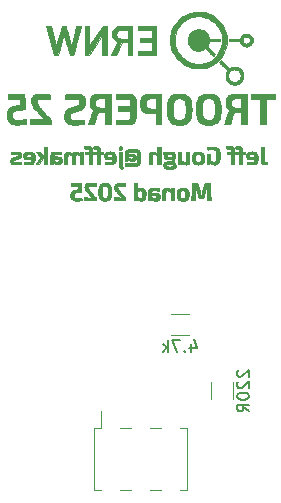
<source format=gbr>
%TF.GenerationSoftware,KiCad,Pcbnew,9.99.0-unknown-1.20250504git96522c4.fc41*%
%TF.CreationDate,2025-06-08T18:15:19+01:00*%
%TF.ProjectId,tr25-sao-r1,74723235-2d73-4616-9f2d-72312e6b6963,rev?*%
%TF.SameCoordinates,Original*%
%TF.FileFunction,Legend,Bot*%
%TF.FilePolarity,Positive*%
%FSLAX46Y46*%
G04 Gerber Fmt 4.6, Leading zero omitted, Abs format (unit mm)*
G04 Created by KiCad (PCBNEW 9.99.0-unknown-1.20250504git96522c4.fc41) date 2025-06-08 18:15:19*
%MOMM*%
%LPD*%
G01*
G04 APERTURE LIST*
%ADD10C,0.150000*%
%ADD11C,0.010000*%
%ADD12C,0.120000*%
G04 APERTURE END LIST*
D10*
X57680057Y-63586905D02*
X57632438Y-63634524D01*
X57632438Y-63634524D02*
X57584819Y-63729762D01*
X57584819Y-63729762D02*
X57584819Y-63967857D01*
X57584819Y-63967857D02*
X57632438Y-64063095D01*
X57632438Y-64063095D02*
X57680057Y-64110714D01*
X57680057Y-64110714D02*
X57775295Y-64158333D01*
X57775295Y-64158333D02*
X57870533Y-64158333D01*
X57870533Y-64158333D02*
X58013390Y-64110714D01*
X58013390Y-64110714D02*
X58584819Y-63539286D01*
X58584819Y-63539286D02*
X58584819Y-64158333D01*
X57680057Y-64539286D02*
X57632438Y-64586905D01*
X57632438Y-64586905D02*
X57584819Y-64682143D01*
X57584819Y-64682143D02*
X57584819Y-64920238D01*
X57584819Y-64920238D02*
X57632438Y-65015476D01*
X57632438Y-65015476D02*
X57680057Y-65063095D01*
X57680057Y-65063095D02*
X57775295Y-65110714D01*
X57775295Y-65110714D02*
X57870533Y-65110714D01*
X57870533Y-65110714D02*
X58013390Y-65063095D01*
X58013390Y-65063095D02*
X58584819Y-64491667D01*
X58584819Y-64491667D02*
X58584819Y-65110714D01*
X57584819Y-65729762D02*
X57584819Y-65825000D01*
X57584819Y-65825000D02*
X57632438Y-65920238D01*
X57632438Y-65920238D02*
X57680057Y-65967857D01*
X57680057Y-65967857D02*
X57775295Y-66015476D01*
X57775295Y-66015476D02*
X57965771Y-66063095D01*
X57965771Y-66063095D02*
X58203866Y-66063095D01*
X58203866Y-66063095D02*
X58394342Y-66015476D01*
X58394342Y-66015476D02*
X58489580Y-65967857D01*
X58489580Y-65967857D02*
X58537200Y-65920238D01*
X58537200Y-65920238D02*
X58584819Y-65825000D01*
X58584819Y-65825000D02*
X58584819Y-65729762D01*
X58584819Y-65729762D02*
X58537200Y-65634524D01*
X58537200Y-65634524D02*
X58489580Y-65586905D01*
X58489580Y-65586905D02*
X58394342Y-65539286D01*
X58394342Y-65539286D02*
X58203866Y-65491667D01*
X58203866Y-65491667D02*
X57965771Y-65491667D01*
X57965771Y-65491667D02*
X57775295Y-65539286D01*
X57775295Y-65539286D02*
X57680057Y-65586905D01*
X57680057Y-65586905D02*
X57632438Y-65634524D01*
X57632438Y-65634524D02*
X57584819Y-65729762D01*
X58584819Y-67063095D02*
X58108628Y-66729762D01*
X58584819Y-66491667D02*
X57584819Y-66491667D01*
X57584819Y-66491667D02*
X57584819Y-66872619D01*
X57584819Y-66872619D02*
X57632438Y-66967857D01*
X57632438Y-66967857D02*
X57680057Y-67015476D01*
X57680057Y-67015476D02*
X57775295Y-67063095D01*
X57775295Y-67063095D02*
X57918152Y-67063095D01*
X57918152Y-67063095D02*
X58013390Y-67015476D01*
X58013390Y-67015476D02*
X58061009Y-66967857D01*
X58061009Y-66967857D02*
X58108628Y-66872619D01*
X58108628Y-66872619D02*
X58108628Y-66491667D01*
X53678571Y-61343152D02*
X53678571Y-62009819D01*
X53916666Y-60962200D02*
X54154761Y-61676485D01*
X54154761Y-61676485D02*
X53535714Y-61676485D01*
X53154761Y-61914580D02*
X53107142Y-61962200D01*
X53107142Y-61962200D02*
X53154761Y-62009819D01*
X53154761Y-62009819D02*
X53202380Y-61962200D01*
X53202380Y-61962200D02*
X53154761Y-61914580D01*
X53154761Y-61914580D02*
X53154761Y-62009819D01*
X52773809Y-61009819D02*
X52107143Y-61009819D01*
X52107143Y-61009819D02*
X52535714Y-62009819D01*
X51726190Y-62009819D02*
X51726190Y-61009819D01*
X51630952Y-61628866D02*
X51345238Y-62009819D01*
X51345238Y-61343152D02*
X51726190Y-61724104D01*
D11*
%TO.C,N1*%
X44013639Y-47738057D02*
X44097910Y-47738243D01*
X44172982Y-47738537D01*
X44236578Y-47738922D01*
X44286420Y-47739385D01*
X44320229Y-47739911D01*
X44335728Y-47740485D01*
X44336476Y-47740637D01*
X44337364Y-47751451D01*
X44339275Y-47780832D01*
X44342056Y-47826212D01*
X44345552Y-47885025D01*
X44349611Y-47954702D01*
X44354077Y-48032677D01*
X44356255Y-48071121D01*
X44361711Y-48170414D01*
X44365610Y-48250778D01*
X44367787Y-48314405D01*
X44368077Y-48363489D01*
X44366317Y-48400222D01*
X44362340Y-48426796D01*
X44355983Y-48445403D01*
X44347080Y-48458236D01*
X44335467Y-48467486D01*
X44326069Y-48472781D01*
X44306139Y-48478823D01*
X44269467Y-48486021D01*
X44220394Y-48493668D01*
X44163262Y-48501057D01*
X44128779Y-48504881D01*
X44027380Y-48516469D01*
X43945181Y-48528844D01*
X43880220Y-48543286D01*
X43830535Y-48561074D01*
X43794164Y-48583485D01*
X43769146Y-48611800D01*
X43753520Y-48647298D01*
X43745323Y-48691256D01*
X43742595Y-48744954D01*
X43742533Y-48756700D01*
X43747736Y-48831174D01*
X43764433Y-48889469D01*
X43794259Y-48933240D01*
X43838845Y-48964143D01*
X43899826Y-48983832D01*
X43976535Y-48993806D01*
X44024910Y-48995078D01*
X44088054Y-48993749D01*
X44159781Y-48990202D01*
X44233904Y-48984819D01*
X44304237Y-48977985D01*
X44364594Y-48970082D01*
X44367828Y-48969572D01*
X44405748Y-48963518D01*
X44418830Y-49071454D01*
X44423775Y-49116915D01*
X44426752Y-49154063D01*
X44427450Y-49178217D01*
X44426400Y-49184902D01*
X44412715Y-49189546D01*
X44381913Y-49195540D01*
X44337961Y-49202386D01*
X44284828Y-49209589D01*
X44226481Y-49216649D01*
X44166888Y-49223069D01*
X44110018Y-49228353D01*
X44059839Y-49232002D01*
X44044158Y-49232821D01*
X43987245Y-49234261D01*
X43929336Y-49233851D01*
X43878980Y-49231728D01*
X43856405Y-49229746D01*
X43755878Y-49210040D01*
X43670745Y-49175978D01*
X43600545Y-49127224D01*
X43544816Y-49063443D01*
X43503097Y-48984301D01*
X43497325Y-48969187D01*
X43487305Y-48937455D01*
X43480577Y-48904054D01*
X43476507Y-48863593D01*
X43474462Y-48810678D01*
X43473938Y-48769866D01*
X43474466Y-48698329D01*
X43477925Y-48642620D01*
X43485429Y-48597478D01*
X43498091Y-48557644D01*
X43517024Y-48517857D01*
X43533293Y-48489408D01*
X43571501Y-48437983D01*
X43620540Y-48395110D01*
X43682367Y-48359908D01*
X43758937Y-48331494D01*
X43852203Y-48308985D01*
X43964122Y-48291499D01*
X43974512Y-48290221D01*
X44028207Y-48283306D01*
X44074211Y-48276559D01*
X44108510Y-48270631D01*
X44127085Y-48266175D01*
X44129062Y-48265157D01*
X44131196Y-48252455D01*
X44131955Y-48222730D01*
X44131351Y-48180083D01*
X44129393Y-48128613D01*
X44128667Y-48114345D01*
X44120980Y-47970825D01*
X43523420Y-47970825D01*
X43516623Y-47883512D01*
X43513398Y-47838687D01*
X43510983Y-47798674D01*
X43509811Y-47770818D01*
X43509763Y-47767095D01*
X43509700Y-47737991D01*
X43922450Y-47737991D01*
X44013639Y-47738057D01*
G36*
X44013639Y-47738057D02*
G01*
X44097910Y-47738243D01*
X44172982Y-47738537D01*
X44236578Y-47738922D01*
X44286420Y-47739385D01*
X44320229Y-47739911D01*
X44335728Y-47740485D01*
X44336476Y-47740637D01*
X44337364Y-47751451D01*
X44339275Y-47780832D01*
X44342056Y-47826212D01*
X44345552Y-47885025D01*
X44349611Y-47954702D01*
X44354077Y-48032677D01*
X44356255Y-48071121D01*
X44361711Y-48170414D01*
X44365610Y-48250778D01*
X44367787Y-48314405D01*
X44368077Y-48363489D01*
X44366317Y-48400222D01*
X44362340Y-48426796D01*
X44355983Y-48445403D01*
X44347080Y-48458236D01*
X44335467Y-48467486D01*
X44326069Y-48472781D01*
X44306139Y-48478823D01*
X44269467Y-48486021D01*
X44220394Y-48493668D01*
X44163262Y-48501057D01*
X44128779Y-48504881D01*
X44027380Y-48516469D01*
X43945181Y-48528844D01*
X43880220Y-48543286D01*
X43830535Y-48561074D01*
X43794164Y-48583485D01*
X43769146Y-48611800D01*
X43753520Y-48647298D01*
X43745323Y-48691256D01*
X43742595Y-48744954D01*
X43742533Y-48756700D01*
X43747736Y-48831174D01*
X43764433Y-48889469D01*
X43794259Y-48933240D01*
X43838845Y-48964143D01*
X43899826Y-48983832D01*
X43976535Y-48993806D01*
X44024910Y-48995078D01*
X44088054Y-48993749D01*
X44159781Y-48990202D01*
X44233904Y-48984819D01*
X44304237Y-48977985D01*
X44364594Y-48970082D01*
X44367828Y-48969572D01*
X44405748Y-48963518D01*
X44418830Y-49071454D01*
X44423775Y-49116915D01*
X44426752Y-49154063D01*
X44427450Y-49178217D01*
X44426400Y-49184902D01*
X44412715Y-49189546D01*
X44381913Y-49195540D01*
X44337961Y-49202386D01*
X44284828Y-49209589D01*
X44226481Y-49216649D01*
X44166888Y-49223069D01*
X44110018Y-49228353D01*
X44059839Y-49232002D01*
X44044158Y-49232821D01*
X43987245Y-49234261D01*
X43929336Y-49233851D01*
X43878980Y-49231728D01*
X43856405Y-49229746D01*
X43755878Y-49210040D01*
X43670745Y-49175978D01*
X43600545Y-49127224D01*
X43544816Y-49063443D01*
X43503097Y-48984301D01*
X43497325Y-48969187D01*
X43487305Y-48937455D01*
X43480577Y-48904054D01*
X43476507Y-48863593D01*
X43474462Y-48810678D01*
X43473938Y-48769866D01*
X43474466Y-48698329D01*
X43477925Y-48642620D01*
X43485429Y-48597478D01*
X43498091Y-48557644D01*
X43517024Y-48517857D01*
X43533293Y-48489408D01*
X43571501Y-48437983D01*
X43620540Y-48395110D01*
X43682367Y-48359908D01*
X43758937Y-48331494D01*
X43852203Y-48308985D01*
X43964122Y-48291499D01*
X43974512Y-48290221D01*
X44028207Y-48283306D01*
X44074211Y-48276559D01*
X44108510Y-48270631D01*
X44127085Y-48266175D01*
X44129062Y-48265157D01*
X44131196Y-48252455D01*
X44131955Y-48222730D01*
X44131351Y-48180083D01*
X44129393Y-48128613D01*
X44128667Y-48114345D01*
X44120980Y-47970825D01*
X43523420Y-47970825D01*
X43516623Y-47883512D01*
X43513398Y-47838687D01*
X43510983Y-47798674D01*
X43509811Y-47770818D01*
X43509763Y-47767095D01*
X43509700Y-47737991D01*
X43922450Y-47737991D01*
X44013639Y-47738057D01*
G37*
X46492636Y-47723136D02*
X46589043Y-47741876D01*
X46670406Y-47774131D01*
X46738040Y-47820834D01*
X46793257Y-47882916D01*
X46837372Y-47961311D01*
X46871698Y-48056949D01*
X46874806Y-48068093D01*
X46894844Y-48160259D01*
X46908624Y-48263572D01*
X46916318Y-48374266D01*
X46918098Y-48488579D01*
X46914137Y-48602747D01*
X46904606Y-48713007D01*
X46889678Y-48815594D01*
X46869524Y-48906747D01*
X46844318Y-48982700D01*
X46831704Y-49010269D01*
X46798952Y-49060716D01*
X46754195Y-49111465D01*
X46704186Y-49155688D01*
X46658983Y-49184922D01*
X46594946Y-49209461D01*
X46516661Y-49226980D01*
X46430060Y-49236846D01*
X46341075Y-49238426D01*
X46255638Y-49231085D01*
X46243869Y-49229238D01*
X46149709Y-49205449D01*
X46069914Y-49167401D01*
X46003455Y-49114112D01*
X45949304Y-49044597D01*
X45906434Y-48957874D01*
X45881465Y-48882389D01*
X45863208Y-48798961D01*
X45850314Y-48702748D01*
X45842656Y-48597720D01*
X45840109Y-48487848D01*
X45840191Y-48484116D01*
X46111196Y-48484116D01*
X46113275Y-48599814D01*
X46119355Y-48696534D01*
X46129875Y-48776161D01*
X46145272Y-48840583D01*
X46165985Y-48891685D01*
X46192453Y-48931353D01*
X46221581Y-48958856D01*
X46276766Y-48988608D01*
X46342558Y-49004724D01*
X46412591Y-49006212D01*
X46465385Y-48996771D01*
X46519882Y-48971277D01*
X46564692Y-48927597D01*
X46600015Y-48865443D01*
X46626049Y-48784525D01*
X46632572Y-48753991D01*
X46638531Y-48708404D01*
X46642709Y-48646578D01*
X46645145Y-48573363D01*
X46645878Y-48493607D01*
X46644946Y-48412161D01*
X46642389Y-48333873D01*
X46638246Y-48263593D01*
X46632557Y-48206170D01*
X46627932Y-48177472D01*
X46605985Y-48098335D01*
X46575728Y-48037494D01*
X46536232Y-47993403D01*
X46504660Y-47972735D01*
X46477905Y-47960465D01*
X46452201Y-47953553D01*
X46420623Y-47950972D01*
X46376245Y-47951697D01*
X46365602Y-47952132D01*
X46301887Y-47958086D01*
X46254130Y-47971502D01*
X46217645Y-47995182D01*
X46187743Y-48031925D01*
X46166018Y-48071366D01*
X46147908Y-48113666D01*
X46133965Y-48159685D01*
X46123757Y-48212663D01*
X46116856Y-48275840D01*
X46112830Y-48352453D01*
X46111249Y-48445744D01*
X46111196Y-48484116D01*
X45840191Y-48484116D01*
X45842546Y-48377104D01*
X45849840Y-48269458D01*
X45861865Y-48168882D01*
X45878495Y-48079346D01*
X45899603Y-48004822D01*
X45910254Y-47977862D01*
X45954347Y-47896916D01*
X46008622Y-47832003D01*
X46074473Y-47782349D01*
X46153291Y-47747179D01*
X46246471Y-47725721D01*
X46355405Y-47717200D01*
X46379872Y-47716981D01*
X46492636Y-47723136D01*
G36*
X46492636Y-47723136D02*
G01*
X46589043Y-47741876D01*
X46670406Y-47774131D01*
X46738040Y-47820834D01*
X46793257Y-47882916D01*
X46837372Y-47961311D01*
X46871698Y-48056949D01*
X46874806Y-48068093D01*
X46894844Y-48160259D01*
X46908624Y-48263572D01*
X46916318Y-48374266D01*
X46918098Y-48488579D01*
X46914137Y-48602747D01*
X46904606Y-48713007D01*
X46889678Y-48815594D01*
X46869524Y-48906747D01*
X46844318Y-48982700D01*
X46831704Y-49010269D01*
X46798952Y-49060716D01*
X46754195Y-49111465D01*
X46704186Y-49155688D01*
X46658983Y-49184922D01*
X46594946Y-49209461D01*
X46516661Y-49226980D01*
X46430060Y-49236846D01*
X46341075Y-49238426D01*
X46255638Y-49231085D01*
X46243869Y-49229238D01*
X46149709Y-49205449D01*
X46069914Y-49167401D01*
X46003455Y-49114112D01*
X45949304Y-49044597D01*
X45906434Y-48957874D01*
X45881465Y-48882389D01*
X45863208Y-48798961D01*
X45850314Y-48702748D01*
X45842656Y-48597720D01*
X45840109Y-48487848D01*
X45840191Y-48484116D01*
X46111196Y-48484116D01*
X46113275Y-48599814D01*
X46119355Y-48696534D01*
X46129875Y-48776161D01*
X46145272Y-48840583D01*
X46165985Y-48891685D01*
X46192453Y-48931353D01*
X46221581Y-48958856D01*
X46276766Y-48988608D01*
X46342558Y-49004724D01*
X46412591Y-49006212D01*
X46465385Y-48996771D01*
X46519882Y-48971277D01*
X46564692Y-48927597D01*
X46600015Y-48865443D01*
X46626049Y-48784525D01*
X46632572Y-48753991D01*
X46638531Y-48708404D01*
X46642709Y-48646578D01*
X46645145Y-48573363D01*
X46645878Y-48493607D01*
X46644946Y-48412161D01*
X46642389Y-48333873D01*
X46638246Y-48263593D01*
X46632557Y-48206170D01*
X46627932Y-48177472D01*
X46605985Y-48098335D01*
X46575728Y-48037494D01*
X46536232Y-47993403D01*
X46504660Y-47972735D01*
X46477905Y-47960465D01*
X46452201Y-47953553D01*
X46420623Y-47950972D01*
X46376245Y-47951697D01*
X46365602Y-47952132D01*
X46301887Y-47958086D01*
X46254130Y-47971502D01*
X46217645Y-47995182D01*
X46187743Y-48031925D01*
X46166018Y-48071366D01*
X46147908Y-48113666D01*
X46133965Y-48159685D01*
X46123757Y-48212663D01*
X46116856Y-48275840D01*
X46112830Y-48352453D01*
X46111249Y-48445744D01*
X46111196Y-48484116D01*
X45840191Y-48484116D01*
X45842546Y-48377104D01*
X45849840Y-48269458D01*
X45861865Y-48168882D01*
X45878495Y-48079346D01*
X45899603Y-48004822D01*
X45910254Y-47977862D01*
X45954347Y-47896916D01*
X46008622Y-47832003D01*
X46074473Y-47782349D01*
X46153291Y-47747179D01*
X46246471Y-47725721D01*
X46355405Y-47717200D01*
X46379872Y-47716981D01*
X46492636Y-47723136D01*
G37*
X49106341Y-47965661D02*
X49105408Y-48045041D01*
X49105101Y-48105603D01*
X49105541Y-48149690D01*
X49106850Y-48179645D01*
X49109149Y-48197811D01*
X49112559Y-48206532D01*
X49117201Y-48208150D01*
X49118866Y-48207594D01*
X49181933Y-48181497D01*
X49234383Y-48163759D01*
X49284150Y-48152550D01*
X49339169Y-48146040D01*
X49400345Y-48142662D01*
X49465128Y-48141107D01*
X49514403Y-48142436D01*
X49553680Y-48147008D01*
X49587496Y-48154901D01*
X49656137Y-48183260D01*
X49713192Y-48225520D01*
X49758998Y-48282467D01*
X49793892Y-48354884D01*
X49818210Y-48443557D01*
X49832289Y-48549271D01*
X49836466Y-48672812D01*
X49835260Y-48732825D01*
X49827862Y-48846122D01*
X49813673Y-48941154D01*
X49792062Y-49019905D01*
X49762394Y-49084360D01*
X49724038Y-49136504D01*
X49698815Y-49160821D01*
X49640760Y-49197888D01*
X49569710Y-49223039D01*
X49490900Y-49235119D01*
X49409563Y-49232970D01*
X49387119Y-49229674D01*
X49284597Y-49201593D01*
X49184456Y-49154404D01*
X49144664Y-49129641D01*
X49112119Y-49108972D01*
X49086889Y-49095115D01*
X49073448Y-49090467D01*
X49072482Y-49090973D01*
X49068849Y-49104651D01*
X49063988Y-49132158D01*
X49060875Y-49153512D01*
X49053380Y-49209075D01*
X48843700Y-49209075D01*
X48843700Y-48900717D01*
X49108283Y-48900717D01*
X49137387Y-48921222D01*
X49172470Y-48943176D01*
X49215622Y-48966436D01*
X49257999Y-48986495D01*
X49288200Y-48998094D01*
X49331930Y-49005805D01*
X49382768Y-49006582D01*
X49431469Y-49000871D01*
X49468116Y-48989454D01*
X49502726Y-48962441D01*
X49531616Y-48918033D01*
X49541204Y-48897796D01*
X49548147Y-48878741D01*
X49552870Y-48857042D01*
X49555799Y-48828871D01*
X49557359Y-48790403D01*
X49557975Y-48737809D01*
X49558075Y-48679908D01*
X49557853Y-48611499D01*
X49556942Y-48560445D01*
X49554969Y-48522938D01*
X49551564Y-48495170D01*
X49546354Y-48473332D01*
X49538969Y-48453615D01*
X49535189Y-48445180D01*
X49512330Y-48406308D01*
X49483480Y-48380217D01*
X49444549Y-48364900D01*
X49391450Y-48358352D01*
X49356991Y-48357746D01*
X49301347Y-48360701D01*
X49239752Y-48367939D01*
X49190304Y-48376913D01*
X49108283Y-48395602D01*
X49108283Y-48900717D01*
X48843700Y-48900717D01*
X48843700Y-48395602D01*
X48843700Y-47716825D01*
X49109690Y-47716825D01*
X49106341Y-47965661D01*
G36*
X49106341Y-47965661D02*
G01*
X49105408Y-48045041D01*
X49105101Y-48105603D01*
X49105541Y-48149690D01*
X49106850Y-48179645D01*
X49109149Y-48197811D01*
X49112559Y-48206532D01*
X49117201Y-48208150D01*
X49118866Y-48207594D01*
X49181933Y-48181497D01*
X49234383Y-48163759D01*
X49284150Y-48152550D01*
X49339169Y-48146040D01*
X49400345Y-48142662D01*
X49465128Y-48141107D01*
X49514403Y-48142436D01*
X49553680Y-48147008D01*
X49587496Y-48154901D01*
X49656137Y-48183260D01*
X49713192Y-48225520D01*
X49758998Y-48282467D01*
X49793892Y-48354884D01*
X49818210Y-48443557D01*
X49832289Y-48549271D01*
X49836466Y-48672812D01*
X49835260Y-48732825D01*
X49827862Y-48846122D01*
X49813673Y-48941154D01*
X49792062Y-49019905D01*
X49762394Y-49084360D01*
X49724038Y-49136504D01*
X49698815Y-49160821D01*
X49640760Y-49197888D01*
X49569710Y-49223039D01*
X49490900Y-49235119D01*
X49409563Y-49232970D01*
X49387119Y-49229674D01*
X49284597Y-49201593D01*
X49184456Y-49154404D01*
X49144664Y-49129641D01*
X49112119Y-49108972D01*
X49086889Y-49095115D01*
X49073448Y-49090467D01*
X49072482Y-49090973D01*
X49068849Y-49104651D01*
X49063988Y-49132158D01*
X49060875Y-49153512D01*
X49053380Y-49209075D01*
X48843700Y-49209075D01*
X48843700Y-48900717D01*
X49108283Y-48900717D01*
X49137387Y-48921222D01*
X49172470Y-48943176D01*
X49215622Y-48966436D01*
X49257999Y-48986495D01*
X49288200Y-48998094D01*
X49331930Y-49005805D01*
X49382768Y-49006582D01*
X49431469Y-49000871D01*
X49468116Y-48989454D01*
X49502726Y-48962441D01*
X49531616Y-48918033D01*
X49541204Y-48897796D01*
X49548147Y-48878741D01*
X49552870Y-48857042D01*
X49555799Y-48828871D01*
X49557359Y-48790403D01*
X49557975Y-48737809D01*
X49558075Y-48679908D01*
X49557853Y-48611499D01*
X49556942Y-48560445D01*
X49554969Y-48522938D01*
X49551564Y-48495170D01*
X49546354Y-48473332D01*
X49538969Y-48453615D01*
X49535189Y-48445180D01*
X49512330Y-48406308D01*
X49483480Y-48380217D01*
X49444549Y-48364900D01*
X49391450Y-48358352D01*
X49356991Y-48357746D01*
X49301347Y-48360701D01*
X49239752Y-48367939D01*
X49190304Y-48376913D01*
X49108283Y-48395602D01*
X49108283Y-48900717D01*
X48843700Y-48900717D01*
X48843700Y-48395602D01*
X48843700Y-47716825D01*
X49109690Y-47716825D01*
X49106341Y-47965661D01*
G37*
X53091889Y-48145491D02*
X53190547Y-48161889D01*
X53273646Y-48190391D01*
X53341949Y-48231881D01*
X53396214Y-48287243D01*
X53437203Y-48357359D01*
X53465676Y-48443112D01*
X53482394Y-48545387D01*
X53488116Y-48665065D01*
X53487054Y-48732825D01*
X53479040Y-48845785D01*
X53462507Y-48940705D01*
X53436413Y-49019344D01*
X53399711Y-49083466D01*
X53351356Y-49134832D01*
X53290304Y-49175204D01*
X53215510Y-49206345D01*
X53204033Y-49210022D01*
X53152181Y-49221764D01*
X53086006Y-49230395D01*
X53012170Y-49235572D01*
X52937335Y-49236954D01*
X52868163Y-49234200D01*
X52825427Y-49229437D01*
X52733839Y-49208818D01*
X52656936Y-49176893D01*
X52593971Y-49132565D01*
X52544198Y-49074736D01*
X52506868Y-49002309D01*
X52481234Y-48914184D01*
X52466550Y-48809266D01*
X52462065Y-48695783D01*
X52463256Y-48660110D01*
X52740005Y-48660110D01*
X52740229Y-48757061D01*
X52746663Y-48835516D01*
X52759912Y-48897388D01*
X52780583Y-48944592D01*
X52809280Y-48979042D01*
X52846609Y-49002653D01*
X52848594Y-49003531D01*
X52885680Y-49013197D01*
X52935858Y-49017866D01*
X52991692Y-49017698D01*
X53045743Y-49012856D01*
X53090577Y-49003499D01*
X53105516Y-48997971D01*
X53141808Y-48974175D01*
X53169390Y-48938263D01*
X53189824Y-48887379D01*
X53204671Y-48818666D01*
X53205137Y-48815722D01*
X53210331Y-48763593D01*
X53212128Y-48700776D01*
X53210773Y-48634010D01*
X53206510Y-48570036D01*
X53199583Y-48515593D01*
X53193198Y-48486473D01*
X53168129Y-48431285D01*
X53128661Y-48390884D01*
X53074394Y-48365056D01*
X53004929Y-48353587D01*
X52945877Y-48354062D01*
X52883542Y-48361845D01*
X52837247Y-48377616D01*
X52802601Y-48403839D01*
X52775212Y-48442976D01*
X52770232Y-48452544D01*
X52759703Y-48475460D01*
X52752214Y-48498074D01*
X52747115Y-48524859D01*
X52743754Y-48560288D01*
X52741480Y-48608833D01*
X52740005Y-48660110D01*
X52463256Y-48660110D01*
X52466227Y-48571214D01*
X52480003Y-48464900D01*
X52504395Y-48375761D01*
X52540405Y-48302715D01*
X52589033Y-48244682D01*
X52651281Y-48200582D01*
X52728151Y-48169335D01*
X52820644Y-48149859D01*
X52929761Y-48141075D01*
X52976913Y-48140314D01*
X53091889Y-48145491D01*
G36*
X53091889Y-48145491D02*
G01*
X53190547Y-48161889D01*
X53273646Y-48190391D01*
X53341949Y-48231881D01*
X53396214Y-48287243D01*
X53437203Y-48357359D01*
X53465676Y-48443112D01*
X53482394Y-48545387D01*
X53488116Y-48665065D01*
X53487054Y-48732825D01*
X53479040Y-48845785D01*
X53462507Y-48940705D01*
X53436413Y-49019344D01*
X53399711Y-49083466D01*
X53351356Y-49134832D01*
X53290304Y-49175204D01*
X53215510Y-49206345D01*
X53204033Y-49210022D01*
X53152181Y-49221764D01*
X53086006Y-49230395D01*
X53012170Y-49235572D01*
X52937335Y-49236954D01*
X52868163Y-49234200D01*
X52825427Y-49229437D01*
X52733839Y-49208818D01*
X52656936Y-49176893D01*
X52593971Y-49132565D01*
X52544198Y-49074736D01*
X52506868Y-49002309D01*
X52481234Y-48914184D01*
X52466550Y-48809266D01*
X52462065Y-48695783D01*
X52463256Y-48660110D01*
X52740005Y-48660110D01*
X52740229Y-48757061D01*
X52746663Y-48835516D01*
X52759912Y-48897388D01*
X52780583Y-48944592D01*
X52809280Y-48979042D01*
X52846609Y-49002653D01*
X52848594Y-49003531D01*
X52885680Y-49013197D01*
X52935858Y-49017866D01*
X52991692Y-49017698D01*
X53045743Y-49012856D01*
X53090577Y-49003499D01*
X53105516Y-48997971D01*
X53141808Y-48974175D01*
X53169390Y-48938263D01*
X53189824Y-48887379D01*
X53204671Y-48818666D01*
X53205137Y-48815722D01*
X53210331Y-48763593D01*
X53212128Y-48700776D01*
X53210773Y-48634010D01*
X53206510Y-48570036D01*
X53199583Y-48515593D01*
X53193198Y-48486473D01*
X53168129Y-48431285D01*
X53128661Y-48390884D01*
X53074394Y-48365056D01*
X53004929Y-48353587D01*
X52945877Y-48354062D01*
X52883542Y-48361845D01*
X52837247Y-48377616D01*
X52802601Y-48403839D01*
X52775212Y-48442976D01*
X52770232Y-48452544D01*
X52759703Y-48475460D01*
X52752214Y-48498074D01*
X52747115Y-48524859D01*
X52743754Y-48560288D01*
X52741480Y-48608833D01*
X52740005Y-48660110D01*
X52463256Y-48660110D01*
X52466227Y-48571214D01*
X52480003Y-48464900D01*
X52504395Y-48375761D01*
X52540405Y-48302715D01*
X52589033Y-48244682D01*
X52651281Y-48200582D01*
X52728151Y-48169335D01*
X52820644Y-48149859D01*
X52929761Y-48141075D01*
X52976913Y-48140314D01*
X53091889Y-48145491D01*
G37*
X50585113Y-48143016D02*
X50661059Y-48146818D01*
X50735291Y-48152298D01*
X50804867Y-48159142D01*
X50866843Y-48167037D01*
X50918275Y-48175670D01*
X50956220Y-48184727D01*
X50977735Y-48193894D01*
X50981533Y-48199386D01*
X50980047Y-48216085D01*
X50976121Y-48247441D01*
X50970546Y-48287192D01*
X50969495Y-48294312D01*
X50957458Y-48375247D01*
X50800270Y-48367634D01*
X50685816Y-48362784D01*
X50591442Y-48360332D01*
X50516199Y-48360290D01*
X50459134Y-48362670D01*
X50419297Y-48367486D01*
X50399625Y-48372918D01*
X50365500Y-48397127D01*
X50344499Y-48436571D01*
X50336147Y-48492231D01*
X50335950Y-48504076D01*
X50335950Y-48562128D01*
X50592595Y-48565456D01*
X50673583Y-48566614D01*
X50736332Y-48567898D01*
X50783771Y-48569565D01*
X50818828Y-48571872D01*
X50844431Y-48575076D01*
X50863507Y-48579434D01*
X50878986Y-48585203D01*
X50892134Y-48591746D01*
X50944043Y-48627046D01*
X50986267Y-48670367D01*
X51013534Y-48716168D01*
X51015478Y-48721361D01*
X51022168Y-48753428D01*
X51026468Y-48800424D01*
X51028388Y-48856246D01*
X51027937Y-48914792D01*
X51025123Y-48969961D01*
X51019958Y-49015651D01*
X51014986Y-49038598D01*
X50991925Y-49086109D01*
X50953965Y-49133278D01*
X50906754Y-49174679D01*
X50855941Y-49204882D01*
X50833010Y-49213491D01*
X50785429Y-49223014D01*
X50726492Y-49228184D01*
X50663906Y-49228949D01*
X50605378Y-49225259D01*
X50558615Y-49217060D01*
X50552908Y-49215380D01*
X50472026Y-49181840D01*
X50395156Y-49135597D01*
X50355595Y-49104434D01*
X50330950Y-49082963D01*
X50314933Y-49072613D01*
X50304887Y-49075517D01*
X50298156Y-49093809D01*
X50292083Y-49129620D01*
X50287882Y-49158804D01*
X50280629Y-49209075D01*
X50058698Y-49209075D01*
X50062283Y-48899345D01*
X50335950Y-48899345D01*
X50375637Y-48925588D01*
X50434147Y-48961069D01*
X50487844Y-48985696D01*
X50539469Y-49002166D01*
X50601730Y-49015082D01*
X50652098Y-49016132D01*
X50696175Y-49005366D01*
X50700563Y-49003595D01*
X50727907Y-48987751D01*
X50746762Y-48969095D01*
X50747848Y-48967250D01*
X50753745Y-48945182D01*
X50757598Y-48909665D01*
X50759195Y-48868336D01*
X50758327Y-48828833D01*
X50754780Y-48798793D01*
X50752709Y-48791507D01*
X50742761Y-48774914D01*
X50725606Y-48762459D01*
X50698590Y-48753613D01*
X50659062Y-48747848D01*
X50604366Y-48744637D01*
X50531850Y-48743450D01*
X50511100Y-48743408D01*
X50335950Y-48743408D01*
X50335950Y-48899345D01*
X50062283Y-48899345D01*
X50063384Y-48804262D01*
X50064159Y-48743408D01*
X50064753Y-48696863D01*
X50066206Y-48608464D01*
X50067848Y-48536901D01*
X50069782Y-48480007D01*
X50072114Y-48435616D01*
X50074947Y-48401563D01*
X50078386Y-48375681D01*
X50082536Y-48355806D01*
X50085489Y-48345619D01*
X50116798Y-48275050D01*
X50160630Y-48220519D01*
X50218861Y-48179771D01*
X50226700Y-48175801D01*
X50252688Y-48163749D01*
X50276278Y-48155251D01*
X50302203Y-48149550D01*
X50335194Y-48145890D01*
X50379984Y-48143513D01*
X50439856Y-48141700D01*
X50510397Y-48141205D01*
X50585113Y-48143016D01*
G36*
X50585113Y-48143016D02*
G01*
X50661059Y-48146818D01*
X50735291Y-48152298D01*
X50804867Y-48159142D01*
X50866843Y-48167037D01*
X50918275Y-48175670D01*
X50956220Y-48184727D01*
X50977735Y-48193894D01*
X50981533Y-48199386D01*
X50980047Y-48216085D01*
X50976121Y-48247441D01*
X50970546Y-48287192D01*
X50969495Y-48294312D01*
X50957458Y-48375247D01*
X50800270Y-48367634D01*
X50685816Y-48362784D01*
X50591442Y-48360332D01*
X50516199Y-48360290D01*
X50459134Y-48362670D01*
X50419297Y-48367486D01*
X50399625Y-48372918D01*
X50365500Y-48397127D01*
X50344499Y-48436571D01*
X50336147Y-48492231D01*
X50335950Y-48504076D01*
X50335950Y-48562128D01*
X50592595Y-48565456D01*
X50673583Y-48566614D01*
X50736332Y-48567898D01*
X50783771Y-48569565D01*
X50818828Y-48571872D01*
X50844431Y-48575076D01*
X50863507Y-48579434D01*
X50878986Y-48585203D01*
X50892134Y-48591746D01*
X50944043Y-48627046D01*
X50986267Y-48670367D01*
X51013534Y-48716168D01*
X51015478Y-48721361D01*
X51022168Y-48753428D01*
X51026468Y-48800424D01*
X51028388Y-48856246D01*
X51027937Y-48914792D01*
X51025123Y-48969961D01*
X51019958Y-49015651D01*
X51014986Y-49038598D01*
X50991925Y-49086109D01*
X50953965Y-49133278D01*
X50906754Y-49174679D01*
X50855941Y-49204882D01*
X50833010Y-49213491D01*
X50785429Y-49223014D01*
X50726492Y-49228184D01*
X50663906Y-49228949D01*
X50605378Y-49225259D01*
X50558615Y-49217060D01*
X50552908Y-49215380D01*
X50472026Y-49181840D01*
X50395156Y-49135597D01*
X50355595Y-49104434D01*
X50330950Y-49082963D01*
X50314933Y-49072613D01*
X50304887Y-49075517D01*
X50298156Y-49093809D01*
X50292083Y-49129620D01*
X50287882Y-49158804D01*
X50280629Y-49209075D01*
X50058698Y-49209075D01*
X50062283Y-48899345D01*
X50335950Y-48899345D01*
X50375637Y-48925588D01*
X50434147Y-48961069D01*
X50487844Y-48985696D01*
X50539469Y-49002166D01*
X50601730Y-49015082D01*
X50652098Y-49016132D01*
X50696175Y-49005366D01*
X50700563Y-49003595D01*
X50727907Y-48987751D01*
X50746762Y-48969095D01*
X50747848Y-48967250D01*
X50753745Y-48945182D01*
X50757598Y-48909665D01*
X50759195Y-48868336D01*
X50758327Y-48828833D01*
X50754780Y-48798793D01*
X50752709Y-48791507D01*
X50742761Y-48774914D01*
X50725606Y-48762459D01*
X50698590Y-48753613D01*
X50659062Y-48747848D01*
X50604366Y-48744637D01*
X50531850Y-48743450D01*
X50511100Y-48743408D01*
X50335950Y-48743408D01*
X50335950Y-48899345D01*
X50062283Y-48899345D01*
X50063384Y-48804262D01*
X50064159Y-48743408D01*
X50064753Y-48696863D01*
X50066206Y-48608464D01*
X50067848Y-48536901D01*
X50069782Y-48480007D01*
X50072114Y-48435616D01*
X50074947Y-48401563D01*
X50078386Y-48375681D01*
X50082536Y-48355806D01*
X50085489Y-48345619D01*
X50116798Y-48275050D01*
X50160630Y-48220519D01*
X50218861Y-48179771D01*
X50226700Y-48175801D01*
X50252688Y-48163749D01*
X50276278Y-48155251D01*
X50302203Y-48149550D01*
X50335194Y-48145890D01*
X50379984Y-48143513D01*
X50439856Y-48141700D01*
X50510397Y-48141205D01*
X50585113Y-48143016D01*
G37*
X45222380Y-47720526D02*
X45284180Y-47723899D01*
X45349619Y-47729124D01*
X45414975Y-47735720D01*
X45476526Y-47743208D01*
X45530550Y-47751106D01*
X45573326Y-47758936D01*
X45601132Y-47766217D01*
X45609435Y-47770449D01*
X45610724Y-47782315D01*
X45610412Y-47810420D01*
X45608614Y-47849907D01*
X45606972Y-47875583D01*
X45599908Y-47976116D01*
X45557575Y-47974127D01*
X45434750Y-47968854D01*
X45324931Y-47965153D01*
X45229480Y-47963034D01*
X45149762Y-47962507D01*
X45087138Y-47963582D01*
X45042972Y-47966268D01*
X45019487Y-47970276D01*
X44979113Y-47992941D01*
X44954533Y-48028105D01*
X44945576Y-48074374D01*
X44952066Y-48130354D01*
X44973831Y-48194650D01*
X45010698Y-48265868D01*
X45062493Y-48342614D01*
X45066445Y-48347858D01*
X45087863Y-48374527D01*
X45121310Y-48414194D01*
X45164512Y-48464253D01*
X45215195Y-48522099D01*
X45271085Y-48585126D01*
X45329908Y-48650730D01*
X45356491Y-48680135D01*
X45413347Y-48743007D01*
X45466145Y-48801669D01*
X45513062Y-48854075D01*
X45552276Y-48898179D01*
X45581965Y-48931935D01*
X45600307Y-48953296D01*
X45605076Y-48959269D01*
X45613900Y-48981820D01*
X45620200Y-49021830D01*
X45624214Y-49080942D01*
X45624767Y-49095304D01*
X45628708Y-49209075D01*
X44620950Y-49209075D01*
X44620950Y-48954220D01*
X45285166Y-48960366D01*
X45177954Y-48845135D01*
X45127609Y-48791027D01*
X45070538Y-48729696D01*
X45013870Y-48668802D01*
X44966211Y-48617593D01*
X44886014Y-48528697D01*
X44821068Y-48450159D01*
X44769825Y-48379459D01*
X44730739Y-48314076D01*
X44702262Y-48251493D01*
X44682845Y-48189189D01*
X44673216Y-48140601D01*
X44666006Y-48045098D01*
X44675251Y-47959784D01*
X44700653Y-47886068D01*
X44738830Y-47828798D01*
X44779003Y-47791727D01*
X44828224Y-47762755D01*
X44888546Y-47741425D01*
X44962021Y-47727277D01*
X45050699Y-47719850D01*
X45156633Y-47718687D01*
X45222380Y-47720526D01*
G36*
X45222380Y-47720526D02*
G01*
X45284180Y-47723899D01*
X45349619Y-47729124D01*
X45414975Y-47735720D01*
X45476526Y-47743208D01*
X45530550Y-47751106D01*
X45573326Y-47758936D01*
X45601132Y-47766217D01*
X45609435Y-47770449D01*
X45610724Y-47782315D01*
X45610412Y-47810420D01*
X45608614Y-47849907D01*
X45606972Y-47875583D01*
X45599908Y-47976116D01*
X45557575Y-47974127D01*
X45434750Y-47968854D01*
X45324931Y-47965153D01*
X45229480Y-47963034D01*
X45149762Y-47962507D01*
X45087138Y-47963582D01*
X45042972Y-47966268D01*
X45019487Y-47970276D01*
X44979113Y-47992941D01*
X44954533Y-48028105D01*
X44945576Y-48074374D01*
X44952066Y-48130354D01*
X44973831Y-48194650D01*
X45010698Y-48265868D01*
X45062493Y-48342614D01*
X45066445Y-48347858D01*
X45087863Y-48374527D01*
X45121310Y-48414194D01*
X45164512Y-48464253D01*
X45215195Y-48522099D01*
X45271085Y-48585126D01*
X45329908Y-48650730D01*
X45356491Y-48680135D01*
X45413347Y-48743007D01*
X45466145Y-48801669D01*
X45513062Y-48854075D01*
X45552276Y-48898179D01*
X45581965Y-48931935D01*
X45600307Y-48953296D01*
X45605076Y-48959269D01*
X45613900Y-48981820D01*
X45620200Y-49021830D01*
X45624214Y-49080942D01*
X45624767Y-49095304D01*
X45628708Y-49209075D01*
X44620950Y-49209075D01*
X44620950Y-48954220D01*
X45285166Y-48960366D01*
X45177954Y-48845135D01*
X45127609Y-48791027D01*
X45070538Y-48729696D01*
X45013870Y-48668802D01*
X44966211Y-48617593D01*
X44886014Y-48528697D01*
X44821068Y-48450159D01*
X44769825Y-48379459D01*
X44730739Y-48314076D01*
X44702262Y-48251493D01*
X44682845Y-48189189D01*
X44673216Y-48140601D01*
X44666006Y-48045098D01*
X44675251Y-47959784D01*
X44700653Y-47886068D01*
X44738830Y-47828798D01*
X44779003Y-47791727D01*
X44828224Y-47762755D01*
X44888546Y-47741425D01*
X44962021Y-47727277D01*
X45050699Y-47719850D01*
X45156633Y-47718687D01*
X45222380Y-47720526D01*
G37*
X47744297Y-47723402D02*
X47825024Y-47727019D01*
X47902394Y-47732606D01*
X47972962Y-47739803D01*
X48033285Y-47748248D01*
X48079918Y-47757581D01*
X48109417Y-47767440D01*
X48112492Y-47769149D01*
X48118231Y-47780779D01*
X48120428Y-47807827D01*
X48119182Y-47852520D01*
X48117452Y-47880023D01*
X48110189Y-47983343D01*
X48072132Y-47977308D01*
X48050304Y-47975190D01*
X48011090Y-47972726D01*
X47958263Y-47970097D01*
X47895597Y-47967488D01*
X47826865Y-47965080D01*
X47806533Y-47964451D01*
X47715987Y-47962265D01*
X47644088Y-47961959D01*
X47588373Y-47963856D01*
X47546378Y-47968279D01*
X47515641Y-47975551D01*
X47493698Y-47985996D01*
X47478088Y-47999937D01*
X47471863Y-48008357D01*
X47459279Y-48044532D01*
X47458278Y-48093041D01*
X47468266Y-48148909D01*
X47488648Y-48207156D01*
X47497971Y-48226875D01*
X47512807Y-48254559D01*
X47529771Y-48282628D01*
X47550301Y-48312845D01*
X47575836Y-48346972D01*
X47607814Y-48386771D01*
X47647673Y-48434004D01*
X47696852Y-48490433D01*
X47756790Y-48557821D01*
X47828925Y-48637931D01*
X47875325Y-48689160D01*
X47932147Y-48752233D01*
X47984737Y-48811429D01*
X48031288Y-48864651D01*
X48069993Y-48909801D01*
X48099048Y-48944784D01*
X48116646Y-48967503D01*
X48120910Y-48974273D01*
X48126530Y-48997134D01*
X48130997Y-49034796D01*
X48133671Y-49080897D01*
X48134139Y-49105887D01*
X48134616Y-49209075D01*
X47129200Y-49209075D01*
X47129200Y-48954220D01*
X47461496Y-48957293D01*
X47793793Y-48960366D01*
X47750294Y-48912741D01*
X47730646Y-48891351D01*
X47699255Y-48857324D01*
X47658779Y-48813535D01*
X47611878Y-48762859D01*
X47561209Y-48708171D01*
X47531768Y-48676422D01*
X47448397Y-48585176D01*
X47379287Y-48506127D01*
X47323108Y-48437161D01*
X47278525Y-48376166D01*
X47244206Y-48321026D01*
X47218818Y-48269628D01*
X47201027Y-48219859D01*
X47189501Y-48169605D01*
X47183574Y-48124283D01*
X47180242Y-48026644D01*
X47190505Y-47944562D01*
X47215002Y-47876859D01*
X47254371Y-47822355D01*
X47309250Y-47779871D01*
X47380276Y-47748227D01*
X47388491Y-47745550D01*
X47417212Y-47737142D01*
X47445029Y-47730998D01*
X47475990Y-47726772D01*
X47514141Y-47724120D01*
X47563527Y-47722698D01*
X47628195Y-47722161D01*
X47663658Y-47722116D01*
X47744297Y-47723402D01*
G36*
X47744297Y-47723402D02*
G01*
X47825024Y-47727019D01*
X47902394Y-47732606D01*
X47972962Y-47739803D01*
X48033285Y-47748248D01*
X48079918Y-47757581D01*
X48109417Y-47767440D01*
X48112492Y-47769149D01*
X48118231Y-47780779D01*
X48120428Y-47807827D01*
X48119182Y-47852520D01*
X48117452Y-47880023D01*
X48110189Y-47983343D01*
X48072132Y-47977308D01*
X48050304Y-47975190D01*
X48011090Y-47972726D01*
X47958263Y-47970097D01*
X47895597Y-47967488D01*
X47826865Y-47965080D01*
X47806533Y-47964451D01*
X47715987Y-47962265D01*
X47644088Y-47961959D01*
X47588373Y-47963856D01*
X47546378Y-47968279D01*
X47515641Y-47975551D01*
X47493698Y-47985996D01*
X47478088Y-47999937D01*
X47471863Y-48008357D01*
X47459279Y-48044532D01*
X47458278Y-48093041D01*
X47468266Y-48148909D01*
X47488648Y-48207156D01*
X47497971Y-48226875D01*
X47512807Y-48254559D01*
X47529771Y-48282628D01*
X47550301Y-48312845D01*
X47575836Y-48346972D01*
X47607814Y-48386771D01*
X47647673Y-48434004D01*
X47696852Y-48490433D01*
X47756790Y-48557821D01*
X47828925Y-48637931D01*
X47875325Y-48689160D01*
X47932147Y-48752233D01*
X47984737Y-48811429D01*
X48031288Y-48864651D01*
X48069993Y-48909801D01*
X48099048Y-48944784D01*
X48116646Y-48967503D01*
X48120910Y-48974273D01*
X48126530Y-48997134D01*
X48130997Y-49034796D01*
X48133671Y-49080897D01*
X48134139Y-49105887D01*
X48134616Y-49209075D01*
X47129200Y-49209075D01*
X47129200Y-48954220D01*
X47461496Y-48957293D01*
X47793793Y-48960366D01*
X47750294Y-48912741D01*
X47730646Y-48891351D01*
X47699255Y-48857324D01*
X47658779Y-48813535D01*
X47611878Y-48762859D01*
X47561209Y-48708171D01*
X47531768Y-48676422D01*
X47448397Y-48585176D01*
X47379287Y-48506127D01*
X47323108Y-48437161D01*
X47278525Y-48376166D01*
X47244206Y-48321026D01*
X47218818Y-48269628D01*
X47201027Y-48219859D01*
X47189501Y-48169605D01*
X47183574Y-48124283D01*
X47180242Y-48026644D01*
X47190505Y-47944562D01*
X47215002Y-47876859D01*
X47254371Y-47822355D01*
X47309250Y-47779871D01*
X47380276Y-47748227D01*
X47388491Y-47745550D01*
X47417212Y-47737142D01*
X47445029Y-47730998D01*
X47475990Y-47726772D01*
X47514141Y-47724120D01*
X47563527Y-47722698D01*
X47628195Y-47722161D01*
X47663658Y-47722116D01*
X47744297Y-47723402D01*
G37*
X51589243Y-48142735D02*
X51675811Y-48156707D01*
X51768900Y-48187279D01*
X51864370Y-48232766D01*
X51958078Y-48291481D01*
X51962416Y-48294571D01*
X51974478Y-48302342D01*
X51981914Y-48301807D01*
X51986579Y-48289418D01*
X51990324Y-48261629D01*
X51992888Y-48236220D01*
X52000268Y-48161325D01*
X52230366Y-48161325D01*
X52230366Y-49209075D01*
X51955477Y-49209075D01*
X51952693Y-48846595D01*
X51949908Y-48484116D01*
X51849366Y-48433625D01*
X51768140Y-48397250D01*
X51696252Y-48374006D01*
X51635134Y-48364023D01*
X51586221Y-48367433D01*
X51550945Y-48384368D01*
X51534931Y-48404741D01*
X51531182Y-48417925D01*
X51528129Y-48442220D01*
X51525718Y-48479224D01*
X51523899Y-48530535D01*
X51522619Y-48597753D01*
X51521826Y-48682475D01*
X51521468Y-48786300D01*
X51521439Y-48820137D01*
X51521283Y-49209075D01*
X51244838Y-49209075D01*
X51248123Y-48772512D01*
X51251408Y-48335950D01*
X51280942Y-48275808D01*
X51314356Y-48222528D01*
X51356514Y-48183431D01*
X51409722Y-48157522D01*
X51476285Y-48143808D01*
X51558508Y-48141291D01*
X51589243Y-48142735D01*
G36*
X51589243Y-48142735D02*
G01*
X51675811Y-48156707D01*
X51768900Y-48187279D01*
X51864370Y-48232766D01*
X51958078Y-48291481D01*
X51962416Y-48294571D01*
X51974478Y-48302342D01*
X51981914Y-48301807D01*
X51986579Y-48289418D01*
X51990324Y-48261629D01*
X51992888Y-48236220D01*
X52000268Y-48161325D01*
X52230366Y-48161325D01*
X52230366Y-49209075D01*
X51955477Y-49209075D01*
X51952693Y-48846595D01*
X51949908Y-48484116D01*
X51849366Y-48433625D01*
X51768140Y-48397250D01*
X51696252Y-48374006D01*
X51635134Y-48364023D01*
X51586221Y-48367433D01*
X51550945Y-48384368D01*
X51534931Y-48404741D01*
X51531182Y-48417925D01*
X51528129Y-48442220D01*
X51525718Y-48479224D01*
X51523899Y-48530535D01*
X51522619Y-48597753D01*
X51521826Y-48682475D01*
X51521468Y-48786300D01*
X51521439Y-48820137D01*
X51521283Y-49209075D01*
X51244838Y-49209075D01*
X51248123Y-48772512D01*
X51251408Y-48335950D01*
X51280942Y-48275808D01*
X51314356Y-48222528D01*
X51356514Y-48183431D01*
X51409722Y-48157522D01*
X51476285Y-48143808D01*
X51558508Y-48141291D01*
X51589243Y-48142735D01*
G37*
X55103261Y-47738656D02*
X55155270Y-47740484D01*
X55197012Y-47743224D01*
X55223938Y-47746627D01*
X55229499Y-47748102D01*
X55241253Y-47752663D01*
X55251360Y-47757783D01*
X55260014Y-47765044D01*
X55267413Y-47776024D01*
X55273751Y-47792302D01*
X55279224Y-47815458D01*
X55284027Y-47847072D01*
X55288357Y-47888723D01*
X55292408Y-47941991D01*
X55296377Y-48008454D01*
X55300459Y-48089692D01*
X55304850Y-48187286D01*
X55309744Y-48302814D01*
X55315339Y-48437855D01*
X55315546Y-48442858D01*
X55320300Y-48558872D01*
X55324778Y-48670241D01*
X55328902Y-48774876D01*
X55332594Y-48870685D01*
X55335774Y-48955576D01*
X55338364Y-49027458D01*
X55340286Y-49084240D01*
X55341462Y-49123829D01*
X55341816Y-49142929D01*
X55341866Y-49209075D01*
X55209575Y-49209075D01*
X55154762Y-49208938D01*
X55117658Y-49208114D01*
X55094802Y-49205981D01*
X55082737Y-49201917D01*
X55078004Y-49195300D01*
X55077143Y-49185507D01*
X55077142Y-49185262D01*
X55076714Y-49170280D01*
X55075540Y-49136247D01*
X55073696Y-49085264D01*
X55071263Y-49019431D01*
X55068318Y-48940847D01*
X55064939Y-48851613D01*
X55061205Y-48753828D01*
X55057194Y-48649593D01*
X55056116Y-48621700D01*
X55052016Y-48514610D01*
X55048176Y-48412186D01*
X55044678Y-48316719D01*
X55041601Y-48230499D01*
X55039026Y-48155817D01*
X55037032Y-48094963D01*
X55035701Y-48050228D01*
X55035112Y-48023903D01*
X55035090Y-48021095D01*
X55033683Y-47985076D01*
X55028974Y-47966125D01*
X55019918Y-47960264D01*
X55019075Y-47960241D01*
X55004852Y-47964556D01*
X55002999Y-47968179D01*
X55000328Y-47979693D01*
X54992745Y-48009657D01*
X54980776Y-48056063D01*
X54964944Y-48116904D01*
X54945773Y-48190173D01*
X54923787Y-48273861D01*
X54899510Y-48365961D01*
X54873467Y-48464467D01*
X54871282Y-48472717D01*
X54840367Y-48589071D01*
X54814182Y-48686635D01*
X54792208Y-48767123D01*
X54773925Y-48832250D01*
X54758813Y-48883730D01*
X54746352Y-48923279D01*
X54736024Y-48952611D01*
X54727307Y-48973440D01*
X54719683Y-48987483D01*
X54712632Y-48996452D01*
X54712492Y-48996592D01*
X54701153Y-49007210D01*
X54689414Y-49014638D01*
X54673490Y-49019447D01*
X54649595Y-49022205D01*
X54613944Y-49023482D01*
X54562752Y-49023847D01*
X54531132Y-49023866D01*
X54377047Y-49023866D01*
X54348689Y-48992116D01*
X54341129Y-48981816D01*
X54333121Y-48966539D01*
X54324121Y-48944471D01*
X54313588Y-48913800D01*
X54300977Y-48872714D01*
X54285746Y-48819399D01*
X54267352Y-48752043D01*
X54245252Y-48668833D01*
X54218903Y-48567956D01*
X54201293Y-48499991D01*
X54170503Y-48380866D01*
X54144583Y-48280605D01*
X54123064Y-48197591D01*
X54105477Y-48130206D01*
X54091353Y-48076832D01*
X54080224Y-48035852D01*
X54071620Y-48005647D01*
X54065073Y-47984600D01*
X54060115Y-47971093D01*
X54056276Y-47963508D01*
X54053088Y-47960228D01*
X54050082Y-47959634D01*
X54046790Y-47960109D01*
X54044910Y-47960241D01*
X54034351Y-47967510D01*
X54029789Y-47991316D01*
X54029413Y-48005220D01*
X54028965Y-48024674D01*
X54027726Y-48063000D01*
X54025783Y-48117922D01*
X54023220Y-48187164D01*
X54020124Y-48268450D01*
X54016579Y-48359503D01*
X54012673Y-48458048D01*
X54008489Y-48561809D01*
X54008421Y-48563491D01*
X54004213Y-48668228D01*
X54000282Y-48768537D01*
X53996714Y-48862021D01*
X53993597Y-48946284D01*
X53991017Y-49018932D01*
X53989062Y-49077568D01*
X53987818Y-49119795D01*
X53987373Y-49142929D01*
X53987200Y-49209075D01*
X53849616Y-49209075D01*
X53798464Y-49208502D01*
X53755973Y-49206935D01*
X53726061Y-49204602D01*
X53712649Y-49201727D01*
X53712290Y-49201137D01*
X53712791Y-49189464D01*
X53714152Y-49158424D01*
X53716294Y-49109792D01*
X53719139Y-49045348D01*
X53722607Y-48966869D01*
X53726621Y-48876133D01*
X53731102Y-48774917D01*
X53735970Y-48664998D01*
X53741149Y-48548156D01*
X53743192Y-48502074D01*
X53749489Y-48360101D01*
X53754998Y-48237763D01*
X53759904Y-48133548D01*
X53764388Y-48045945D01*
X53768637Y-47973444D01*
X53772832Y-47914535D01*
X53777160Y-47867706D01*
X53781802Y-47831448D01*
X53786944Y-47804249D01*
X53792769Y-47784599D01*
X53799461Y-47770988D01*
X53807204Y-47761904D01*
X53816181Y-47755837D01*
X53826578Y-47751277D01*
X53834984Y-47748102D01*
X53854919Y-47744457D01*
X53891381Y-47741396D01*
X53939732Y-47739181D01*
X53995335Y-47738070D01*
X54014687Y-47737991D01*
X54091096Y-47739114D01*
X54149225Y-47742895D01*
X54191860Y-47749951D01*
X54221789Y-47760897D01*
X54241798Y-47776352D01*
X54251509Y-47790397D01*
X54256610Y-47805054D01*
X54266298Y-47837681D01*
X54279903Y-47885745D01*
X54296754Y-47946712D01*
X54316181Y-48018050D01*
X54337514Y-48097226D01*
X54360081Y-48181705D01*
X54383213Y-48268955D01*
X54406238Y-48356443D01*
X54428488Y-48441636D01*
X54449289Y-48522000D01*
X54467974Y-48595002D01*
X54483870Y-48658109D01*
X54496308Y-48708787D01*
X54504617Y-48744505D01*
X54506839Y-48755065D01*
X54517092Y-48795009D01*
X54527787Y-48813820D01*
X54538642Y-48811516D01*
X54549373Y-48788120D01*
X54558250Y-48751345D01*
X54565815Y-48716354D01*
X54577700Y-48666227D01*
X54593230Y-48603487D01*
X54611725Y-48530658D01*
X54632510Y-48450262D01*
X54654907Y-48364824D01*
X54678238Y-48276867D01*
X54701826Y-48188914D01*
X54724995Y-48103490D01*
X54747066Y-48023116D01*
X54767363Y-47950318D01*
X54785208Y-47887617D01*
X54799925Y-47837539D01*
X54810835Y-47802605D01*
X54817262Y-47785340D01*
X54817715Y-47784552D01*
X54831177Y-47767828D01*
X54848591Y-47755577D01*
X54873207Y-47747137D01*
X54908273Y-47741842D01*
X54957040Y-47739030D01*
X55022756Y-47738035D01*
X55045533Y-47737991D01*
X55103261Y-47738656D01*
G36*
X55103261Y-47738656D02*
G01*
X55155270Y-47740484D01*
X55197012Y-47743224D01*
X55223938Y-47746627D01*
X55229499Y-47748102D01*
X55241253Y-47752663D01*
X55251360Y-47757783D01*
X55260014Y-47765044D01*
X55267413Y-47776024D01*
X55273751Y-47792302D01*
X55279224Y-47815458D01*
X55284027Y-47847072D01*
X55288357Y-47888723D01*
X55292408Y-47941991D01*
X55296377Y-48008454D01*
X55300459Y-48089692D01*
X55304850Y-48187286D01*
X55309744Y-48302814D01*
X55315339Y-48437855D01*
X55315546Y-48442858D01*
X55320300Y-48558872D01*
X55324778Y-48670241D01*
X55328902Y-48774876D01*
X55332594Y-48870685D01*
X55335774Y-48955576D01*
X55338364Y-49027458D01*
X55340286Y-49084240D01*
X55341462Y-49123829D01*
X55341816Y-49142929D01*
X55341866Y-49209075D01*
X55209575Y-49209075D01*
X55154762Y-49208938D01*
X55117658Y-49208114D01*
X55094802Y-49205981D01*
X55082737Y-49201917D01*
X55078004Y-49195300D01*
X55077143Y-49185507D01*
X55077142Y-49185262D01*
X55076714Y-49170280D01*
X55075540Y-49136247D01*
X55073696Y-49085264D01*
X55071263Y-49019431D01*
X55068318Y-48940847D01*
X55064939Y-48851613D01*
X55061205Y-48753828D01*
X55057194Y-48649593D01*
X55056116Y-48621700D01*
X55052016Y-48514610D01*
X55048176Y-48412186D01*
X55044678Y-48316719D01*
X55041601Y-48230499D01*
X55039026Y-48155817D01*
X55037032Y-48094963D01*
X55035701Y-48050228D01*
X55035112Y-48023903D01*
X55035090Y-48021095D01*
X55033683Y-47985076D01*
X55028974Y-47966125D01*
X55019918Y-47960264D01*
X55019075Y-47960241D01*
X55004852Y-47964556D01*
X55002999Y-47968179D01*
X55000328Y-47979693D01*
X54992745Y-48009657D01*
X54980776Y-48056063D01*
X54964944Y-48116904D01*
X54945773Y-48190173D01*
X54923787Y-48273861D01*
X54899510Y-48365961D01*
X54873467Y-48464467D01*
X54871282Y-48472717D01*
X54840367Y-48589071D01*
X54814182Y-48686635D01*
X54792208Y-48767123D01*
X54773925Y-48832250D01*
X54758813Y-48883730D01*
X54746352Y-48923279D01*
X54736024Y-48952611D01*
X54727307Y-48973440D01*
X54719683Y-48987483D01*
X54712632Y-48996452D01*
X54712492Y-48996592D01*
X54701153Y-49007210D01*
X54689414Y-49014638D01*
X54673490Y-49019447D01*
X54649595Y-49022205D01*
X54613944Y-49023482D01*
X54562752Y-49023847D01*
X54531132Y-49023866D01*
X54377047Y-49023866D01*
X54348689Y-48992116D01*
X54341129Y-48981816D01*
X54333121Y-48966539D01*
X54324121Y-48944471D01*
X54313588Y-48913800D01*
X54300977Y-48872714D01*
X54285746Y-48819399D01*
X54267352Y-48752043D01*
X54245252Y-48668833D01*
X54218903Y-48567956D01*
X54201293Y-48499991D01*
X54170503Y-48380866D01*
X54144583Y-48280605D01*
X54123064Y-48197591D01*
X54105477Y-48130206D01*
X54091353Y-48076832D01*
X54080224Y-48035852D01*
X54071620Y-48005647D01*
X54065073Y-47984600D01*
X54060115Y-47971093D01*
X54056276Y-47963508D01*
X54053088Y-47960228D01*
X54050082Y-47959634D01*
X54046790Y-47960109D01*
X54044910Y-47960241D01*
X54034351Y-47967510D01*
X54029789Y-47991316D01*
X54029413Y-48005220D01*
X54028965Y-48024674D01*
X54027726Y-48063000D01*
X54025783Y-48117922D01*
X54023220Y-48187164D01*
X54020124Y-48268450D01*
X54016579Y-48359503D01*
X54012673Y-48458048D01*
X54008489Y-48561809D01*
X54008421Y-48563491D01*
X54004213Y-48668228D01*
X54000282Y-48768537D01*
X53996714Y-48862021D01*
X53993597Y-48946284D01*
X53991017Y-49018932D01*
X53989062Y-49077568D01*
X53987818Y-49119795D01*
X53987373Y-49142929D01*
X53987200Y-49209075D01*
X53849616Y-49209075D01*
X53798464Y-49208502D01*
X53755973Y-49206935D01*
X53726061Y-49204602D01*
X53712649Y-49201727D01*
X53712290Y-49201137D01*
X53712791Y-49189464D01*
X53714152Y-49158424D01*
X53716294Y-49109792D01*
X53719139Y-49045348D01*
X53722607Y-48966869D01*
X53726621Y-48876133D01*
X53731102Y-48774917D01*
X53735970Y-48664998D01*
X53741149Y-48548156D01*
X53743192Y-48502074D01*
X53749489Y-48360101D01*
X53754998Y-48237763D01*
X53759904Y-48133548D01*
X53764388Y-48045945D01*
X53768637Y-47973444D01*
X53772832Y-47914535D01*
X53777160Y-47867706D01*
X53781802Y-47831448D01*
X53786944Y-47804249D01*
X53792769Y-47784599D01*
X53799461Y-47770988D01*
X53807204Y-47761904D01*
X53816181Y-47755837D01*
X53826578Y-47751277D01*
X53834984Y-47748102D01*
X53854919Y-47744457D01*
X53891381Y-47741396D01*
X53939732Y-47739181D01*
X53995335Y-47738070D01*
X54014687Y-47737991D01*
X54091096Y-47739114D01*
X54149225Y-47742895D01*
X54191860Y-47749951D01*
X54221789Y-47760897D01*
X54241798Y-47776352D01*
X54251509Y-47790397D01*
X54256610Y-47805054D01*
X54266298Y-47837681D01*
X54279903Y-47885745D01*
X54296754Y-47946712D01*
X54316181Y-48018050D01*
X54337514Y-48097226D01*
X54360081Y-48181705D01*
X54383213Y-48268955D01*
X54406238Y-48356443D01*
X54428488Y-48441636D01*
X54449289Y-48522000D01*
X54467974Y-48595002D01*
X54483870Y-48658109D01*
X54496308Y-48708787D01*
X54504617Y-48744505D01*
X54506839Y-48755065D01*
X54517092Y-48795009D01*
X54527787Y-48813820D01*
X54538642Y-48811516D01*
X54549373Y-48788120D01*
X54558250Y-48751345D01*
X54565815Y-48716354D01*
X54577700Y-48666227D01*
X54593230Y-48603487D01*
X54611725Y-48530658D01*
X54632510Y-48450262D01*
X54654907Y-48364824D01*
X54678238Y-48276867D01*
X54701826Y-48188914D01*
X54724995Y-48103490D01*
X54747066Y-48023116D01*
X54767363Y-47950318D01*
X54785208Y-47887617D01*
X54799925Y-47837539D01*
X54810835Y-47802605D01*
X54817262Y-47785340D01*
X54817715Y-47784552D01*
X54831177Y-47767828D01*
X54848591Y-47755577D01*
X54873207Y-47747137D01*
X54908273Y-47741842D01*
X54957040Y-47739030D01*
X55022756Y-47738035D01*
X55045533Y-47737991D01*
X55103261Y-47738656D01*
G37*
X47827700Y-45646840D02*
X47827740Y-45777754D01*
X47827998Y-45889387D01*
X47828676Y-45983623D01*
X47829978Y-46062348D01*
X47832107Y-46127446D01*
X47835267Y-46180802D01*
X47839661Y-46224302D01*
X47845493Y-46259830D01*
X47852967Y-46289271D01*
X47862285Y-46314511D01*
X47873651Y-46337434D01*
X47887269Y-46359926D01*
X47903342Y-46383871D01*
X47907983Y-46390618D01*
X47927326Y-46420114D01*
X47939893Y-46442050D01*
X47942953Y-46451430D01*
X47923799Y-46468266D01*
X47895881Y-46490605D01*
X47864048Y-46514846D01*
X47833154Y-46537386D01*
X47808048Y-46554625D01*
X47793582Y-46562959D01*
X47792358Y-46563241D01*
X47780391Y-46556102D01*
X47757766Y-46536943D01*
X47728337Y-46509151D01*
X47711031Y-46491804D01*
X47668046Y-46443255D01*
X47632099Y-46393916D01*
X47611987Y-46358592D01*
X47599419Y-46331111D01*
X47588768Y-46304819D01*
X47579874Y-46277751D01*
X47572578Y-46247942D01*
X47566723Y-46213426D01*
X47562150Y-46172237D01*
X47558700Y-46122409D01*
X47556214Y-46061978D01*
X47554534Y-45988978D01*
X47553501Y-45901442D01*
X47552958Y-45797406D01*
X47552744Y-45674905D01*
X47552717Y-45623970D01*
X47552533Y-45092158D01*
X47827700Y-45092158D01*
X47827700Y-45646840D01*
G36*
X47827700Y-45646840D02*
G01*
X47827740Y-45777754D01*
X47827998Y-45889387D01*
X47828676Y-45983623D01*
X47829978Y-46062348D01*
X47832107Y-46127446D01*
X47835267Y-46180802D01*
X47839661Y-46224302D01*
X47845493Y-46259830D01*
X47852967Y-46289271D01*
X47862285Y-46314511D01*
X47873651Y-46337434D01*
X47887269Y-46359926D01*
X47903342Y-46383871D01*
X47907983Y-46390618D01*
X47927326Y-46420114D01*
X47939893Y-46442050D01*
X47942953Y-46451430D01*
X47923799Y-46468266D01*
X47895881Y-46490605D01*
X47864048Y-46514846D01*
X47833154Y-46537386D01*
X47808048Y-46554625D01*
X47793582Y-46562959D01*
X47792358Y-46563241D01*
X47780391Y-46556102D01*
X47757766Y-46536943D01*
X47728337Y-46509151D01*
X47711031Y-46491804D01*
X47668046Y-46443255D01*
X47632099Y-46393916D01*
X47611987Y-46358592D01*
X47599419Y-46331111D01*
X47588768Y-46304819D01*
X47579874Y-46277751D01*
X47572578Y-46247942D01*
X47566723Y-46213426D01*
X47562150Y-46172237D01*
X47558700Y-46122409D01*
X47556214Y-46061978D01*
X47554534Y-45988978D01*
X47553501Y-45901442D01*
X47552958Y-45797406D01*
X47552744Y-45674905D01*
X47552717Y-45623970D01*
X47552533Y-45092158D01*
X47827700Y-45092158D01*
X47827700Y-45646840D01*
G37*
X51944954Y-45066499D02*
X52033894Y-45074554D01*
X52113368Y-45089058D01*
X52162666Y-45103747D01*
X52226758Y-45136823D01*
X52278789Y-45182809D01*
X52315271Y-45238212D01*
X52326392Y-45267663D01*
X52333497Y-45303661D01*
X52338622Y-45351981D01*
X52340896Y-45403806D01*
X52340927Y-45414950D01*
X52333419Y-45502634D01*
X52311968Y-45574552D01*
X52276482Y-45630940D01*
X52247132Y-45658404D01*
X52208425Y-45687928D01*
X52229474Y-45710333D01*
X52261602Y-45759046D01*
X52279149Y-45817825D01*
X52281368Y-45880718D01*
X52267512Y-45941772D01*
X52260526Y-45957985D01*
X52247445Y-45986202D01*
X52243524Y-46001578D01*
X52248484Y-46010215D01*
X52257880Y-46015951D01*
X52276386Y-46029316D01*
X52302688Y-46052097D01*
X52321899Y-46070360D01*
X52358379Y-46115997D01*
X52379809Y-46167828D01*
X52387517Y-46230203D01*
X52385739Y-46279197D01*
X52373134Y-46352060D01*
X52347565Y-46411638D01*
X52307615Y-46459200D01*
X52251865Y-46496017D01*
X52178900Y-46523356D01*
X52092783Y-46541639D01*
X52055086Y-46545574D01*
X52001847Y-46548455D01*
X51938075Y-46550279D01*
X51868779Y-46551041D01*
X51798967Y-46550737D01*
X51733650Y-46549363D01*
X51677835Y-46546916D01*
X51636531Y-46543390D01*
X51627116Y-46542019D01*
X51534627Y-46520058D01*
X51460598Y-46488373D01*
X51404177Y-46445910D01*
X51364512Y-46391610D01*
X51340753Y-46324418D01*
X51332046Y-46243277D01*
X51333589Y-46200179D01*
X51592111Y-46200179D01*
X51592153Y-46216050D01*
X51596036Y-46253873D01*
X51607782Y-46283489D01*
X51629448Y-46305731D01*
X51663092Y-46321428D01*
X51710770Y-46331412D01*
X51774540Y-46336515D01*
X51856459Y-46337569D01*
X51891700Y-46337100D01*
X51957948Y-46335307D01*
X52006671Y-46332466D01*
X52041503Y-46328177D01*
X52066075Y-46322036D01*
X52079165Y-46316396D01*
X52110112Y-46289202D01*
X52127357Y-46250415D01*
X52130793Y-46204669D01*
X52120310Y-46156596D01*
X52095802Y-46110827D01*
X52084281Y-46096643D01*
X52055741Y-46064889D01*
X51870533Y-46087066D01*
X51786572Y-46097430D01*
X51721331Y-46106706D01*
X51672470Y-46115979D01*
X51637655Y-46126331D01*
X51614549Y-46138844D01*
X51600814Y-46154601D01*
X51594113Y-46174685D01*
X51592111Y-46200179D01*
X51333589Y-46200179D01*
X51334356Y-46178775D01*
X51348646Y-46099903D01*
X51377825Y-46035799D01*
X51422626Y-45985497D01*
X51483779Y-45948030D01*
X51519401Y-45934239D01*
X51544809Y-45927843D01*
X51587212Y-45919415D01*
X51642616Y-45909652D01*
X51707025Y-45899249D01*
X51776444Y-45888903D01*
X51793652Y-45886471D01*
X51861407Y-45876623D01*
X51922991Y-45866954D01*
X51974974Y-45858061D01*
X52013928Y-45850541D01*
X52036424Y-45844988D01*
X52039590Y-45843722D01*
X52060370Y-45821745D01*
X52070233Y-45788308D01*
X52067950Y-45756262D01*
X52065048Y-45747186D01*
X52059474Y-45740851D01*
X52047975Y-45736858D01*
X52027303Y-45734811D01*
X51994208Y-45734314D01*
X51945439Y-45734970D01*
X51901052Y-45735884D01*
X51794267Y-45735876D01*
X51705595Y-45730482D01*
X51632534Y-45719123D01*
X51572582Y-45701218D01*
X51523238Y-45676185D01*
X51482001Y-45643443D01*
X51475630Y-45637082D01*
X51440197Y-45589823D01*
X51417063Y-45532250D01*
X51405269Y-45461226D01*
X51403337Y-45403343D01*
X51648283Y-45403343D01*
X51654533Y-45458143D01*
X51673955Y-45497722D01*
X51705906Y-45523335D01*
X51746367Y-45537229D01*
X51800842Y-45546260D01*
X51862708Y-45550273D01*
X51925341Y-45549111D01*
X51982120Y-45542618D01*
X52025814Y-45530885D01*
X52064819Y-45504943D01*
X52088552Y-45464748D01*
X52097263Y-45409854D01*
X52097319Y-45404366D01*
X52090100Y-45348692D01*
X52067967Y-45307474D01*
X52030202Y-45279469D01*
X52023508Y-45276482D01*
X51992252Y-45268728D01*
X51946229Y-45263678D01*
X51891666Y-45261332D01*
X51834788Y-45261689D01*
X51781823Y-45264749D01*
X51738996Y-45270509D01*
X51717437Y-45276532D01*
X51680486Y-45302874D01*
X51657095Y-45344354D01*
X51648322Y-45399031D01*
X51648283Y-45403343D01*
X51403337Y-45403343D01*
X51403252Y-45400804D01*
X51404730Y-45354292D01*
X51408040Y-45311982D01*
X51412545Y-45281315D01*
X51413931Y-45275840D01*
X51423913Y-45242563D01*
X51356181Y-45235310D01*
X51318432Y-45230202D01*
X51297548Y-45223971D01*
X51289235Y-45214964D01*
X51288450Y-45209209D01*
X51287050Y-45187451D01*
X51283532Y-45155127D01*
X51281813Y-45141943D01*
X51275176Y-45093524D01*
X51464375Y-45089251D01*
X51535774Y-45086988D01*
X51609404Y-45083528D01*
X51678737Y-45079254D01*
X51737244Y-45074546D01*
X51763793Y-45071750D01*
X51852828Y-45065396D01*
X51944954Y-45066499D01*
G36*
X51944954Y-45066499D02*
G01*
X52033894Y-45074554D01*
X52113368Y-45089058D01*
X52162666Y-45103747D01*
X52226758Y-45136823D01*
X52278789Y-45182809D01*
X52315271Y-45238212D01*
X52326392Y-45267663D01*
X52333497Y-45303661D01*
X52338622Y-45351981D01*
X52340896Y-45403806D01*
X52340927Y-45414950D01*
X52333419Y-45502634D01*
X52311968Y-45574552D01*
X52276482Y-45630940D01*
X52247132Y-45658404D01*
X52208425Y-45687928D01*
X52229474Y-45710333D01*
X52261602Y-45759046D01*
X52279149Y-45817825D01*
X52281368Y-45880718D01*
X52267512Y-45941772D01*
X52260526Y-45957985D01*
X52247445Y-45986202D01*
X52243524Y-46001578D01*
X52248484Y-46010215D01*
X52257880Y-46015951D01*
X52276386Y-46029316D01*
X52302688Y-46052097D01*
X52321899Y-46070360D01*
X52358379Y-46115997D01*
X52379809Y-46167828D01*
X52387517Y-46230203D01*
X52385739Y-46279197D01*
X52373134Y-46352060D01*
X52347565Y-46411638D01*
X52307615Y-46459200D01*
X52251865Y-46496017D01*
X52178900Y-46523356D01*
X52092783Y-46541639D01*
X52055086Y-46545574D01*
X52001847Y-46548455D01*
X51938075Y-46550279D01*
X51868779Y-46551041D01*
X51798967Y-46550737D01*
X51733650Y-46549363D01*
X51677835Y-46546916D01*
X51636531Y-46543390D01*
X51627116Y-46542019D01*
X51534627Y-46520058D01*
X51460598Y-46488373D01*
X51404177Y-46445910D01*
X51364512Y-46391610D01*
X51340753Y-46324418D01*
X51332046Y-46243277D01*
X51333589Y-46200179D01*
X51592111Y-46200179D01*
X51592153Y-46216050D01*
X51596036Y-46253873D01*
X51607782Y-46283489D01*
X51629448Y-46305731D01*
X51663092Y-46321428D01*
X51710770Y-46331412D01*
X51774540Y-46336515D01*
X51856459Y-46337569D01*
X51891700Y-46337100D01*
X51957948Y-46335307D01*
X52006671Y-46332466D01*
X52041503Y-46328177D01*
X52066075Y-46322036D01*
X52079165Y-46316396D01*
X52110112Y-46289202D01*
X52127357Y-46250415D01*
X52130793Y-46204669D01*
X52120310Y-46156596D01*
X52095802Y-46110827D01*
X52084281Y-46096643D01*
X52055741Y-46064889D01*
X51870533Y-46087066D01*
X51786572Y-46097430D01*
X51721331Y-46106706D01*
X51672470Y-46115979D01*
X51637655Y-46126331D01*
X51614549Y-46138844D01*
X51600814Y-46154601D01*
X51594113Y-46174685D01*
X51592111Y-46200179D01*
X51333589Y-46200179D01*
X51334356Y-46178775D01*
X51348646Y-46099903D01*
X51377825Y-46035799D01*
X51422626Y-45985497D01*
X51483779Y-45948030D01*
X51519401Y-45934239D01*
X51544809Y-45927843D01*
X51587212Y-45919415D01*
X51642616Y-45909652D01*
X51707025Y-45899249D01*
X51776444Y-45888903D01*
X51793652Y-45886471D01*
X51861407Y-45876623D01*
X51922991Y-45866954D01*
X51974974Y-45858061D01*
X52013928Y-45850541D01*
X52036424Y-45844988D01*
X52039590Y-45843722D01*
X52060370Y-45821745D01*
X52070233Y-45788308D01*
X52067950Y-45756262D01*
X52065048Y-45747186D01*
X52059474Y-45740851D01*
X52047975Y-45736858D01*
X52027303Y-45734811D01*
X51994208Y-45734314D01*
X51945439Y-45734970D01*
X51901052Y-45735884D01*
X51794267Y-45735876D01*
X51705595Y-45730482D01*
X51632534Y-45719123D01*
X51572582Y-45701218D01*
X51523238Y-45676185D01*
X51482001Y-45643443D01*
X51475630Y-45637082D01*
X51440197Y-45589823D01*
X51417063Y-45532250D01*
X51405269Y-45461226D01*
X51403337Y-45403343D01*
X51648283Y-45403343D01*
X51654533Y-45458143D01*
X51673955Y-45497722D01*
X51705906Y-45523335D01*
X51746367Y-45537229D01*
X51800842Y-45546260D01*
X51862708Y-45550273D01*
X51925341Y-45549111D01*
X51982120Y-45542618D01*
X52025814Y-45530885D01*
X52064819Y-45504943D01*
X52088552Y-45464748D01*
X52097263Y-45409854D01*
X52097319Y-45404366D01*
X52090100Y-45348692D01*
X52067967Y-45307474D01*
X52030202Y-45279469D01*
X52023508Y-45276482D01*
X51992252Y-45268728D01*
X51946229Y-45263678D01*
X51891666Y-45261332D01*
X51834788Y-45261689D01*
X51781823Y-45264749D01*
X51738996Y-45270509D01*
X51717437Y-45276532D01*
X51680486Y-45302874D01*
X51657095Y-45344354D01*
X51648322Y-45399031D01*
X51648283Y-45403343D01*
X51403337Y-45403343D01*
X51403252Y-45400804D01*
X51404730Y-45354292D01*
X51408040Y-45311982D01*
X51412545Y-45281315D01*
X51413931Y-45275840D01*
X51423913Y-45242563D01*
X51356181Y-45235310D01*
X51318432Y-45230202D01*
X51297548Y-45223971D01*
X51289235Y-45214964D01*
X51288450Y-45209209D01*
X51287050Y-45187451D01*
X51283532Y-45155127D01*
X51281813Y-45141943D01*
X51275176Y-45093524D01*
X51464375Y-45089251D01*
X51535774Y-45086988D01*
X51609404Y-45083528D01*
X51678737Y-45079254D01*
X51737244Y-45074546D01*
X51763793Y-45071750D01*
X51852828Y-45065396D01*
X51944954Y-45066499D01*
G37*
X48709741Y-44872767D02*
X48794618Y-44874516D01*
X48876332Y-44877092D01*
X48950835Y-44880425D01*
X49014078Y-44884444D01*
X49062012Y-44889078D01*
X49076533Y-44891178D01*
X49135790Y-44905217D01*
X49194834Y-44926192D01*
X49246834Y-44951247D01*
X49284961Y-44977527D01*
X49286570Y-44978999D01*
X49317270Y-45017725D01*
X49345276Y-45072026D01*
X49368030Y-45136307D01*
X49378751Y-45180581D01*
X49388253Y-45243897D01*
X49395238Y-45322363D01*
X49399759Y-45411896D01*
X49401867Y-45508414D01*
X49401614Y-45607832D01*
X49399053Y-45706069D01*
X49394234Y-45799042D01*
X49387211Y-45882666D01*
X49378034Y-45952859D01*
X49368339Y-45999827D01*
X49340802Y-46076392D01*
X49301890Y-46137749D01*
X49249581Y-46185700D01*
X49181852Y-46222047D01*
X49096682Y-46248593D01*
X49086761Y-46250859D01*
X49049651Y-46256549D01*
X48994848Y-46261543D01*
X48925820Y-46265767D01*
X48846033Y-46269146D01*
X48758951Y-46271604D01*
X48668042Y-46273068D01*
X48576770Y-46273463D01*
X48488602Y-46272713D01*
X48407004Y-46270744D01*
X48335442Y-46267481D01*
X48330408Y-46267172D01*
X48275030Y-46263840D01*
X48222165Y-46260916D01*
X48178347Y-46258748D01*
X48153137Y-46257759D01*
X48102866Y-46256325D01*
X48102866Y-46068950D01*
X48518262Y-46062886D01*
X48634794Y-46061016D01*
X48732183Y-46058937D01*
X48812452Y-46056395D01*
X48877625Y-46053134D01*
X48929725Y-46048899D01*
X48970775Y-46043435D01*
X49002800Y-46036487D01*
X49027821Y-46027799D01*
X49047864Y-46017117D01*
X49064950Y-46004186D01*
X49077524Y-45992379D01*
X49096544Y-45970477D01*
X49111753Y-45945227D01*
X49123552Y-45914136D01*
X49132337Y-45874713D01*
X49138507Y-45824465D01*
X49142461Y-45760901D01*
X49144597Y-45681530D01*
X49145315Y-45583858D01*
X49145325Y-45568408D01*
X49144828Y-45469099D01*
X49143064Y-45388404D01*
X49139620Y-45323787D01*
X49134083Y-45272712D01*
X49126041Y-45232644D01*
X49115081Y-45201047D01*
X49100791Y-45175385D01*
X49082759Y-45153123D01*
X49076767Y-45146937D01*
X49057534Y-45130512D01*
X49034622Y-45117462D01*
X49005482Y-45107400D01*
X48967564Y-45099937D01*
X48918319Y-45094685D01*
X48855199Y-45091255D01*
X48775655Y-45089258D01*
X48692626Y-45088394D01*
X48599443Y-45088219D01*
X48525260Y-45089542D01*
X48467922Y-45093206D01*
X48425272Y-45100053D01*
X48395155Y-45110927D01*
X48375415Y-45126670D01*
X48363896Y-45148124D01*
X48358441Y-45176134D01*
X48356896Y-45211542D01*
X48356866Y-45219656D01*
X48356866Y-45272075D01*
X48568012Y-45272075D01*
X48659218Y-45272695D01*
X48732108Y-45274856D01*
X48789505Y-45279002D01*
X48834230Y-45285580D01*
X48869106Y-45295035D01*
X48896956Y-45307815D01*
X48920601Y-45324366D01*
X48925570Y-45328602D01*
X48958320Y-45362572D01*
X48980749Y-45400091D01*
X48994450Y-45445829D01*
X49001016Y-45504457D01*
X49002217Y-45553293D01*
X48999460Y-45630480D01*
X48989950Y-45691412D01*
X48972401Y-45740286D01*
X48945523Y-45781296D01*
X48925644Y-45802656D01*
X48872315Y-45840316D01*
X48806700Y-45864176D01*
X48732284Y-45874556D01*
X48652550Y-45871777D01*
X48570981Y-45856157D01*
X48491062Y-45828018D01*
X48416277Y-45787679D01*
X48367759Y-45751426D01*
X48326209Y-45715861D01*
X48319658Y-45755905D01*
X48313697Y-45791242D01*
X48308053Y-45823081D01*
X48307687Y-45825054D01*
X48302268Y-45854158D01*
X48102866Y-45854158D01*
X48103031Y-45502262D01*
X48103040Y-45498896D01*
X48103227Y-45430825D01*
X48356866Y-45430825D01*
X48356866Y-45498896D01*
X48357703Y-45536817D01*
X48361631Y-45560060D01*
X48370774Y-45575090D01*
X48385970Y-45587472D01*
X48447781Y-45624504D01*
X48512430Y-45651839D01*
X48576067Y-45668769D01*
X48634847Y-45674589D01*
X48684919Y-45668592D01*
X48722438Y-45650072D01*
X48723256Y-45649379D01*
X48740694Y-45630709D01*
X48750578Y-45607826D01*
X48755786Y-45573199D01*
X48756686Y-45561939D01*
X48757183Y-45521677D01*
X48750685Y-45490453D01*
X48735009Y-45467165D01*
X48707972Y-45450713D01*
X48667390Y-45439996D01*
X48611078Y-45433914D01*
X48536853Y-45431365D01*
X48497095Y-45431077D01*
X48356866Y-45430825D01*
X48103227Y-45430825D01*
X48103332Y-45392686D01*
X48104293Y-45301969D01*
X48106169Y-45227810D01*
X48109217Y-45167904D01*
X48113691Y-45119950D01*
X48119847Y-45081644D01*
X48127941Y-45050683D01*
X48138229Y-45024765D01*
X48150965Y-45001586D01*
X48160150Y-44987659D01*
X48204892Y-44941509D01*
X48267093Y-44907062D01*
X48346864Y-44884262D01*
X48379619Y-44878934D01*
X48419579Y-44875476D01*
X48476620Y-44873201D01*
X48546693Y-44872039D01*
X48625750Y-44871918D01*
X48709741Y-44872767D01*
G36*
X48709741Y-44872767D02*
G01*
X48794618Y-44874516D01*
X48876332Y-44877092D01*
X48950835Y-44880425D01*
X49014078Y-44884444D01*
X49062012Y-44889078D01*
X49076533Y-44891178D01*
X49135790Y-44905217D01*
X49194834Y-44926192D01*
X49246834Y-44951247D01*
X49284961Y-44977527D01*
X49286570Y-44978999D01*
X49317270Y-45017725D01*
X49345276Y-45072026D01*
X49368030Y-45136307D01*
X49378751Y-45180581D01*
X49388253Y-45243897D01*
X49395238Y-45322363D01*
X49399759Y-45411896D01*
X49401867Y-45508414D01*
X49401614Y-45607832D01*
X49399053Y-45706069D01*
X49394234Y-45799042D01*
X49387211Y-45882666D01*
X49378034Y-45952859D01*
X49368339Y-45999827D01*
X49340802Y-46076392D01*
X49301890Y-46137749D01*
X49249581Y-46185700D01*
X49181852Y-46222047D01*
X49096682Y-46248593D01*
X49086761Y-46250859D01*
X49049651Y-46256549D01*
X48994848Y-46261543D01*
X48925820Y-46265767D01*
X48846033Y-46269146D01*
X48758951Y-46271604D01*
X48668042Y-46273068D01*
X48576770Y-46273463D01*
X48488602Y-46272713D01*
X48407004Y-46270744D01*
X48335442Y-46267481D01*
X48330408Y-46267172D01*
X48275030Y-46263840D01*
X48222165Y-46260916D01*
X48178347Y-46258748D01*
X48153137Y-46257759D01*
X48102866Y-46256325D01*
X48102866Y-46068950D01*
X48518262Y-46062886D01*
X48634794Y-46061016D01*
X48732183Y-46058937D01*
X48812452Y-46056395D01*
X48877625Y-46053134D01*
X48929725Y-46048899D01*
X48970775Y-46043435D01*
X49002800Y-46036487D01*
X49027821Y-46027799D01*
X49047864Y-46017117D01*
X49064950Y-46004186D01*
X49077524Y-45992379D01*
X49096544Y-45970477D01*
X49111753Y-45945227D01*
X49123552Y-45914136D01*
X49132337Y-45874713D01*
X49138507Y-45824465D01*
X49142461Y-45760901D01*
X49144597Y-45681530D01*
X49145315Y-45583858D01*
X49145325Y-45568408D01*
X49144828Y-45469099D01*
X49143064Y-45388404D01*
X49139620Y-45323787D01*
X49134083Y-45272712D01*
X49126041Y-45232644D01*
X49115081Y-45201047D01*
X49100791Y-45175385D01*
X49082759Y-45153123D01*
X49076767Y-45146937D01*
X49057534Y-45130512D01*
X49034622Y-45117462D01*
X49005482Y-45107400D01*
X48967564Y-45099937D01*
X48918319Y-45094685D01*
X48855199Y-45091255D01*
X48775655Y-45089258D01*
X48692626Y-45088394D01*
X48599443Y-45088219D01*
X48525260Y-45089542D01*
X48467922Y-45093206D01*
X48425272Y-45100053D01*
X48395155Y-45110927D01*
X48375415Y-45126670D01*
X48363896Y-45148124D01*
X48358441Y-45176134D01*
X48356896Y-45211542D01*
X48356866Y-45219656D01*
X48356866Y-45272075D01*
X48568012Y-45272075D01*
X48659218Y-45272695D01*
X48732108Y-45274856D01*
X48789505Y-45279002D01*
X48834230Y-45285580D01*
X48869106Y-45295035D01*
X48896956Y-45307815D01*
X48920601Y-45324366D01*
X48925570Y-45328602D01*
X48958320Y-45362572D01*
X48980749Y-45400091D01*
X48994450Y-45445829D01*
X49001016Y-45504457D01*
X49002217Y-45553293D01*
X48999460Y-45630480D01*
X48989950Y-45691412D01*
X48972401Y-45740286D01*
X48945523Y-45781296D01*
X48925644Y-45802656D01*
X48872315Y-45840316D01*
X48806700Y-45864176D01*
X48732284Y-45874556D01*
X48652550Y-45871777D01*
X48570981Y-45856157D01*
X48491062Y-45828018D01*
X48416277Y-45787679D01*
X48367759Y-45751426D01*
X48326209Y-45715861D01*
X48319658Y-45755905D01*
X48313697Y-45791242D01*
X48308053Y-45823081D01*
X48307687Y-45825054D01*
X48302268Y-45854158D01*
X48102866Y-45854158D01*
X48103031Y-45502262D01*
X48103040Y-45498896D01*
X48103227Y-45430825D01*
X48356866Y-45430825D01*
X48356866Y-45498896D01*
X48357703Y-45536817D01*
X48361631Y-45560060D01*
X48370774Y-45575090D01*
X48385970Y-45587472D01*
X48447781Y-45624504D01*
X48512430Y-45651839D01*
X48576067Y-45668769D01*
X48634847Y-45674589D01*
X48684919Y-45668592D01*
X48722438Y-45650072D01*
X48723256Y-45649379D01*
X48740694Y-45630709D01*
X48750578Y-45607826D01*
X48755786Y-45573199D01*
X48756686Y-45561939D01*
X48757183Y-45521677D01*
X48750685Y-45490453D01*
X48735009Y-45467165D01*
X48707972Y-45450713D01*
X48667390Y-45439996D01*
X48611078Y-45433914D01*
X48536853Y-45431365D01*
X48497095Y-45431077D01*
X48356866Y-45430825D01*
X48103227Y-45430825D01*
X48103332Y-45392686D01*
X48104293Y-45301969D01*
X48106169Y-45227810D01*
X48109217Y-45167904D01*
X48113691Y-45119950D01*
X48119847Y-45081644D01*
X48127941Y-45050683D01*
X48138229Y-45024765D01*
X48150965Y-45001586D01*
X48160150Y-44987659D01*
X48204892Y-44941509D01*
X48267093Y-44907062D01*
X48346864Y-44884262D01*
X48379619Y-44878934D01*
X48419579Y-44875476D01*
X48476620Y-44873201D01*
X48546693Y-44872039D01*
X48625750Y-44871918D01*
X48709741Y-44872767D01*
G37*
X52854908Y-45459929D02*
X52855034Y-45827700D01*
X52919147Y-45862920D01*
X52998945Y-45901382D01*
X53073179Y-45926619D01*
X53139329Y-45938121D01*
X53194879Y-45935374D01*
X53225200Y-45925163D01*
X53238027Y-45917392D01*
X53248554Y-45906915D01*
X53257011Y-45891718D01*
X53263627Y-45869785D01*
X53268630Y-45839101D01*
X53272250Y-45797650D01*
X53274716Y-45743418D01*
X53276258Y-45674389D01*
X53277105Y-45588547D01*
X53277486Y-45483878D01*
X53277519Y-45465220D01*
X53278116Y-45092158D01*
X53542700Y-45092158D01*
X53542700Y-45513570D01*
X53542591Y-45630044D01*
X53542083Y-45727414D01*
X53540896Y-45807745D01*
X53538754Y-45873099D01*
X53535379Y-45925540D01*
X53530494Y-45967130D01*
X53523823Y-45999934D01*
X53515088Y-46026014D01*
X53504011Y-46047434D01*
X53490316Y-46066257D01*
X53473725Y-46084547D01*
X53464764Y-46093628D01*
X53429262Y-46123133D01*
X53392167Y-46144546D01*
X53378623Y-46149547D01*
X53318017Y-46161405D01*
X53248894Y-46166589D01*
X53182685Y-46164509D01*
X53156613Y-46160998D01*
X53059221Y-46135160D01*
X52958324Y-46091570D01*
X52851753Y-46029290D01*
X52850066Y-46028186D01*
X52834087Y-46018846D01*
X52823845Y-46018626D01*
X52817116Y-46030723D01*
X52811673Y-46058335D01*
X52807299Y-46089637D01*
X52800569Y-46139908D01*
X52590200Y-46139908D01*
X52590200Y-45092158D01*
X52854783Y-45092158D01*
X52854908Y-45459929D01*
G36*
X52854908Y-45459929D02*
G01*
X52855034Y-45827700D01*
X52919147Y-45862920D01*
X52998945Y-45901382D01*
X53073179Y-45926619D01*
X53139329Y-45938121D01*
X53194879Y-45935374D01*
X53225200Y-45925163D01*
X53238027Y-45917392D01*
X53248554Y-45906915D01*
X53257011Y-45891718D01*
X53263627Y-45869785D01*
X53268630Y-45839101D01*
X53272250Y-45797650D01*
X53274716Y-45743418D01*
X53276258Y-45674389D01*
X53277105Y-45588547D01*
X53277486Y-45483878D01*
X53277519Y-45465220D01*
X53278116Y-45092158D01*
X53542700Y-45092158D01*
X53542700Y-45513570D01*
X53542591Y-45630044D01*
X53542083Y-45727414D01*
X53540896Y-45807745D01*
X53538754Y-45873099D01*
X53535379Y-45925540D01*
X53530494Y-45967130D01*
X53523823Y-45999934D01*
X53515088Y-46026014D01*
X53504011Y-46047434D01*
X53490316Y-46066257D01*
X53473725Y-46084547D01*
X53464764Y-46093628D01*
X53429262Y-46123133D01*
X53392167Y-46144546D01*
X53378623Y-46149547D01*
X53318017Y-46161405D01*
X53248894Y-46166589D01*
X53182685Y-46164509D01*
X53156613Y-46160998D01*
X53059221Y-46135160D01*
X52958324Y-46091570D01*
X52851753Y-46029290D01*
X52850066Y-46028186D01*
X52834087Y-46018846D01*
X52823845Y-46018626D01*
X52817116Y-46030723D01*
X52811673Y-46058335D01*
X52807299Y-46089637D01*
X52800569Y-46139908D01*
X52590200Y-46139908D01*
X52590200Y-45092158D01*
X52854783Y-45092158D01*
X52854908Y-45459929D01*
G37*
X54396664Y-45071796D02*
X54492353Y-45086540D01*
X54572315Y-45112413D01*
X54638264Y-45150478D01*
X54691914Y-45201796D01*
X54734981Y-45267431D01*
X54769178Y-45348446D01*
X54777105Y-45373068D01*
X54785465Y-45413659D01*
X54791682Y-45470075D01*
X54795701Y-45537077D01*
X54797467Y-45609428D01*
X54796927Y-45681889D01*
X54794025Y-45749222D01*
X54788708Y-45806189D01*
X54781990Y-45843575D01*
X54751252Y-45935459D01*
X54709673Y-46009858D01*
X54655906Y-46068201D01*
X54588604Y-46111921D01*
X54506418Y-46142449D01*
X54498800Y-46144457D01*
X54446900Y-46154250D01*
X54381506Y-46161530D01*
X54310182Y-46165913D01*
X54240495Y-46167014D01*
X54180008Y-46164451D01*
X54156533Y-46161816D01*
X54078395Y-46147668D01*
X54016066Y-46129472D01*
X53964276Y-46105088D01*
X53917753Y-46072371D01*
X53901078Y-46057960D01*
X53857061Y-46009240D01*
X53822909Y-45950480D01*
X53797997Y-45879542D01*
X53781703Y-45794289D01*
X53773401Y-45692583D01*
X53772094Y-45621325D01*
X54047073Y-45621325D01*
X54050272Y-45714583D01*
X54060225Y-45789446D01*
X54077649Y-45847806D01*
X54103263Y-45891555D01*
X54137786Y-45922586D01*
X54167116Y-45937547D01*
X54194668Y-45943592D01*
X54236133Y-45947224D01*
X54284394Y-45948424D01*
X54332335Y-45947175D01*
X54372838Y-45943457D01*
X54396615Y-45938151D01*
X54438066Y-45915999D01*
X54470160Y-45883259D01*
X54493668Y-45837927D01*
X54509359Y-45778001D01*
X54518004Y-45701477D01*
X54520394Y-45616033D01*
X54517507Y-45520893D01*
X54508031Y-45444507D01*
X54490744Y-45385154D01*
X54464422Y-45341114D01*
X54427844Y-45310666D01*
X54379787Y-45292089D01*
X54319029Y-45283662D01*
X54283603Y-45282717D01*
X54218944Y-45285929D01*
X54170209Y-45296430D01*
X54132966Y-45315710D01*
X54104756Y-45342830D01*
X54081974Y-45377333D01*
X54065504Y-45419569D01*
X54054657Y-45472860D01*
X54048745Y-45540528D01*
X54047073Y-45621325D01*
X53772094Y-45621325D01*
X53771996Y-45616033D01*
X53776914Y-45492071D01*
X53791910Y-45386197D01*
X53817915Y-45297409D01*
X53855865Y-45224704D01*
X53906694Y-45167080D01*
X53971336Y-45123534D01*
X54050725Y-45093065D01*
X54145796Y-45074668D01*
X54257482Y-45067343D01*
X54283533Y-45067117D01*
X54396664Y-45071796D01*
G36*
X54396664Y-45071796D02*
G01*
X54492353Y-45086540D01*
X54572315Y-45112413D01*
X54638264Y-45150478D01*
X54691914Y-45201796D01*
X54734981Y-45267431D01*
X54769178Y-45348446D01*
X54777105Y-45373068D01*
X54785465Y-45413659D01*
X54791682Y-45470075D01*
X54795701Y-45537077D01*
X54797467Y-45609428D01*
X54796927Y-45681889D01*
X54794025Y-45749222D01*
X54788708Y-45806189D01*
X54781990Y-45843575D01*
X54751252Y-45935459D01*
X54709673Y-46009858D01*
X54655906Y-46068201D01*
X54588604Y-46111921D01*
X54506418Y-46142449D01*
X54498800Y-46144457D01*
X54446900Y-46154250D01*
X54381506Y-46161530D01*
X54310182Y-46165913D01*
X54240495Y-46167014D01*
X54180008Y-46164451D01*
X54156533Y-46161816D01*
X54078395Y-46147668D01*
X54016066Y-46129472D01*
X53964276Y-46105088D01*
X53917753Y-46072371D01*
X53901078Y-46057960D01*
X53857061Y-46009240D01*
X53822909Y-45950480D01*
X53797997Y-45879542D01*
X53781703Y-45794289D01*
X53773401Y-45692583D01*
X53772094Y-45621325D01*
X54047073Y-45621325D01*
X54050272Y-45714583D01*
X54060225Y-45789446D01*
X54077649Y-45847806D01*
X54103263Y-45891555D01*
X54137786Y-45922586D01*
X54167116Y-45937547D01*
X54194668Y-45943592D01*
X54236133Y-45947224D01*
X54284394Y-45948424D01*
X54332335Y-45947175D01*
X54372838Y-45943457D01*
X54396615Y-45938151D01*
X54438066Y-45915999D01*
X54470160Y-45883259D01*
X54493668Y-45837927D01*
X54509359Y-45778001D01*
X54518004Y-45701477D01*
X54520394Y-45616033D01*
X54517507Y-45520893D01*
X54508031Y-45444507D01*
X54490744Y-45385154D01*
X54464422Y-45341114D01*
X54427844Y-45310666D01*
X54379787Y-45292089D01*
X54319029Y-45283662D01*
X54283603Y-45282717D01*
X54218944Y-45285929D01*
X54170209Y-45296430D01*
X54132966Y-45315710D01*
X54104756Y-45342830D01*
X54081974Y-45377333D01*
X54065504Y-45419569D01*
X54054657Y-45472860D01*
X54048745Y-45540528D01*
X54047073Y-45621325D01*
X53772094Y-45621325D01*
X53771996Y-45616033D01*
X53776914Y-45492071D01*
X53791910Y-45386197D01*
X53817915Y-45297409D01*
X53855865Y-45224704D01*
X53906694Y-45167080D01*
X53971336Y-45123534D01*
X54050725Y-45093065D01*
X54145796Y-45074668D01*
X54257482Y-45067343D01*
X54283533Y-45067117D01*
X54396664Y-45071796D01*
G37*
X55600535Y-44649861D02*
X55683801Y-44657733D01*
X55717641Y-44663214D01*
X55815885Y-44689534D01*
X55898313Y-44728557D01*
X55966235Y-44781556D01*
X56020958Y-44849803D01*
X56063789Y-44934573D01*
X56094196Y-45029738D01*
X56104308Y-45083144D01*
X56112476Y-45153043D01*
X56118586Y-45234842D01*
X56122529Y-45323946D01*
X56124192Y-45415763D01*
X56123464Y-45505698D01*
X56120234Y-45589157D01*
X56114389Y-45661547D01*
X56110294Y-45693201D01*
X56085933Y-45813575D01*
X56052177Y-45915344D01*
X56008699Y-45999030D01*
X55955170Y-46065152D01*
X55891262Y-46114234D01*
X55827322Y-46143357D01*
X55785856Y-46153504D01*
X55732194Y-46161399D01*
X55674954Y-46166258D01*
X55622756Y-46167299D01*
X55590575Y-46164879D01*
X55493855Y-46141675D01*
X55395342Y-46102382D01*
X55302390Y-46049999D01*
X55292334Y-46043234D01*
X55266146Y-46025901D01*
X55247829Y-46014924D01*
X55243103Y-46012908D01*
X55239364Y-46022483D01*
X55234666Y-46047380D01*
X55230741Y-46076408D01*
X55223371Y-46139908D01*
X55013783Y-46139908D01*
X55013783Y-45293241D01*
X55278366Y-45293241D01*
X55278366Y-45832196D01*
X55355095Y-45869040D01*
X55429577Y-45900816D01*
X55495963Y-45919692D01*
X55561340Y-45927517D01*
X55581058Y-45927982D01*
X55642464Y-45923090D01*
X55694426Y-45907017D01*
X55737457Y-45878621D01*
X55772074Y-45836760D01*
X55798791Y-45780293D01*
X55818124Y-45708079D01*
X55830588Y-45618974D01*
X55836699Y-45511839D01*
X55836971Y-45385531D01*
X55836473Y-45362033D01*
X55833042Y-45265006D01*
X55827481Y-45186151D01*
X55819133Y-45122526D01*
X55807337Y-45071186D01*
X55791435Y-45029188D01*
X55770769Y-44993590D01*
X55747516Y-44964549D01*
X55725402Y-44942448D01*
X55701795Y-44925158D01*
X55673877Y-44912133D01*
X55638831Y-44902823D01*
X55593840Y-44896680D01*
X55536086Y-44893155D01*
X55462751Y-44891700D01*
X55373616Y-44891750D01*
X55304334Y-44892237D01*
X55240510Y-44892808D01*
X55185794Y-44893419D01*
X55143836Y-44894029D01*
X55118286Y-44894596D01*
X55114334Y-44894752D01*
X55082593Y-44896366D01*
X55071677Y-44793447D01*
X55060762Y-44690527D01*
X55117455Y-44678758D01*
X55203850Y-44664373D01*
X55301092Y-44654142D01*
X55403444Y-44648214D01*
X55505170Y-44646738D01*
X55600535Y-44649861D01*
G36*
X55600535Y-44649861D02*
G01*
X55683801Y-44657733D01*
X55717641Y-44663214D01*
X55815885Y-44689534D01*
X55898313Y-44728557D01*
X55966235Y-44781556D01*
X56020958Y-44849803D01*
X56063789Y-44934573D01*
X56094196Y-45029738D01*
X56104308Y-45083144D01*
X56112476Y-45153043D01*
X56118586Y-45234842D01*
X56122529Y-45323946D01*
X56124192Y-45415763D01*
X56123464Y-45505698D01*
X56120234Y-45589157D01*
X56114389Y-45661547D01*
X56110294Y-45693201D01*
X56085933Y-45813575D01*
X56052177Y-45915344D01*
X56008699Y-45999030D01*
X55955170Y-46065152D01*
X55891262Y-46114234D01*
X55827322Y-46143357D01*
X55785856Y-46153504D01*
X55732194Y-46161399D01*
X55674954Y-46166258D01*
X55622756Y-46167299D01*
X55590575Y-46164879D01*
X55493855Y-46141675D01*
X55395342Y-46102382D01*
X55302390Y-46049999D01*
X55292334Y-46043234D01*
X55266146Y-46025901D01*
X55247829Y-46014924D01*
X55243103Y-46012908D01*
X55239364Y-46022483D01*
X55234666Y-46047380D01*
X55230741Y-46076408D01*
X55223371Y-46139908D01*
X55013783Y-46139908D01*
X55013783Y-45293241D01*
X55278366Y-45293241D01*
X55278366Y-45832196D01*
X55355095Y-45869040D01*
X55429577Y-45900816D01*
X55495963Y-45919692D01*
X55561340Y-45927517D01*
X55581058Y-45927982D01*
X55642464Y-45923090D01*
X55694426Y-45907017D01*
X55737457Y-45878621D01*
X55772074Y-45836760D01*
X55798791Y-45780293D01*
X55818124Y-45708079D01*
X55830588Y-45618974D01*
X55836699Y-45511839D01*
X55836971Y-45385531D01*
X55836473Y-45362033D01*
X55833042Y-45265006D01*
X55827481Y-45186151D01*
X55819133Y-45122526D01*
X55807337Y-45071186D01*
X55791435Y-45029188D01*
X55770769Y-44993590D01*
X55747516Y-44964549D01*
X55725402Y-44942448D01*
X55701795Y-44925158D01*
X55673877Y-44912133D01*
X55638831Y-44902823D01*
X55593840Y-44896680D01*
X55536086Y-44893155D01*
X55462751Y-44891700D01*
X55373616Y-44891750D01*
X55304334Y-44892237D01*
X55240510Y-44892808D01*
X55185794Y-44893419D01*
X55143836Y-44894029D01*
X55118286Y-44894596D01*
X55114334Y-44894752D01*
X55082593Y-44896366D01*
X55071677Y-44793447D01*
X55060762Y-44690527D01*
X55117455Y-44678758D01*
X55203850Y-44664373D01*
X55301092Y-44654142D01*
X55403444Y-44648214D01*
X55505170Y-44646738D01*
X55600535Y-44649861D01*
G37*
X38969064Y-45067797D02*
X39059014Y-45076949D01*
X39132565Y-45093560D01*
X39190926Y-45117825D01*
X39235304Y-45149942D01*
X39238320Y-45152889D01*
X39274542Y-45203133D01*
X39297965Y-45265343D01*
X39308697Y-45334708D01*
X39306844Y-45406417D01*
X39292515Y-45475660D01*
X39265816Y-45537626D01*
X39228655Y-45585795D01*
X39207246Y-45604807D01*
X39183939Y-45621384D01*
X39155926Y-45636631D01*
X39120399Y-45651652D01*
X39074551Y-45667552D01*
X39015574Y-45685436D01*
X38940661Y-45706407D01*
X38881445Y-45722391D01*
X38819543Y-45739660D01*
X38763270Y-45756688D01*
X38716442Y-45772214D01*
X38682877Y-45784980D01*
X38667132Y-45793093D01*
X38647723Y-45816227D01*
X38641422Y-45848707D01*
X38641366Y-45853286D01*
X38644262Y-45879742D01*
X38654169Y-45901176D01*
X38672911Y-45918021D01*
X38702317Y-45930708D01*
X38744212Y-45939669D01*
X38800422Y-45945338D01*
X38872774Y-45948147D01*
X38963095Y-45948526D01*
X39039619Y-45947551D01*
X39273831Y-45943449D01*
X39281033Y-46032216D01*
X39283809Y-46073216D01*
X39284951Y-46105380D01*
X39284315Y-46123508D01*
X39283638Y-46125580D01*
X39267658Y-46131421D01*
X39233763Y-46136983D01*
X39185204Y-46142144D01*
X39125233Y-46146782D01*
X39057100Y-46150773D01*
X38984058Y-46153996D01*
X38909357Y-46156328D01*
X38836248Y-46157646D01*
X38767983Y-46157828D01*
X38707813Y-46156751D01*
X38658989Y-46154293D01*
X38625135Y-46150399D01*
X38545416Y-46129386D01*
X38483130Y-46097624D01*
X38437157Y-46053730D01*
X38406379Y-45996318D01*
X38389676Y-45924005D01*
X38385695Y-45854248D01*
X38390331Y-45775265D01*
X38405258Y-45712420D01*
X38432007Y-45662582D01*
X38472110Y-45622620D01*
X38511156Y-45597635D01*
X38536989Y-45586310D01*
X38579392Y-45570875D01*
X38634470Y-45552607D01*
X38698323Y-45532786D01*
X38767054Y-45512689D01*
X38788493Y-45506672D01*
X38855182Y-45487595D01*
X38915624Y-45469258D01*
X38966592Y-45452727D01*
X39004858Y-45439065D01*
X39027193Y-45429335D01*
X39030961Y-45426766D01*
X39044274Y-45400865D01*
X39048213Y-45365617D01*
X39042881Y-45330601D01*
X39029661Y-45306608D01*
X39022411Y-45301015D01*
X39011537Y-45296640D01*
X38994565Y-45293328D01*
X38969021Y-45290921D01*
X38932431Y-45289262D01*
X38882320Y-45288195D01*
X38816215Y-45287563D01*
X38731642Y-45287210D01*
X38722985Y-45287187D01*
X38434991Y-45286424D01*
X38425931Y-45199233D01*
X38422361Y-45158556D01*
X38420792Y-45126608D01*
X38421439Y-45108678D01*
X38422160Y-45106753D01*
X38437256Y-45101400D01*
X38471021Y-45095400D01*
X38520978Y-45089035D01*
X38584648Y-45082588D01*
X38659556Y-45076341D01*
X38735140Y-45071085D01*
X38861509Y-45065908D01*
X38969064Y-45067797D01*
G36*
X38969064Y-45067797D02*
G01*
X39059014Y-45076949D01*
X39132565Y-45093560D01*
X39190926Y-45117825D01*
X39235304Y-45149942D01*
X39238320Y-45152889D01*
X39274542Y-45203133D01*
X39297965Y-45265343D01*
X39308697Y-45334708D01*
X39306844Y-45406417D01*
X39292515Y-45475660D01*
X39265816Y-45537626D01*
X39228655Y-45585795D01*
X39207246Y-45604807D01*
X39183939Y-45621384D01*
X39155926Y-45636631D01*
X39120399Y-45651652D01*
X39074551Y-45667552D01*
X39015574Y-45685436D01*
X38940661Y-45706407D01*
X38881445Y-45722391D01*
X38819543Y-45739660D01*
X38763270Y-45756688D01*
X38716442Y-45772214D01*
X38682877Y-45784980D01*
X38667132Y-45793093D01*
X38647723Y-45816227D01*
X38641422Y-45848707D01*
X38641366Y-45853286D01*
X38644262Y-45879742D01*
X38654169Y-45901176D01*
X38672911Y-45918021D01*
X38702317Y-45930708D01*
X38744212Y-45939669D01*
X38800422Y-45945338D01*
X38872774Y-45948147D01*
X38963095Y-45948526D01*
X39039619Y-45947551D01*
X39273831Y-45943449D01*
X39281033Y-46032216D01*
X39283809Y-46073216D01*
X39284951Y-46105380D01*
X39284315Y-46123508D01*
X39283638Y-46125580D01*
X39267658Y-46131421D01*
X39233763Y-46136983D01*
X39185204Y-46142144D01*
X39125233Y-46146782D01*
X39057100Y-46150773D01*
X38984058Y-46153996D01*
X38909357Y-46156328D01*
X38836248Y-46157646D01*
X38767983Y-46157828D01*
X38707813Y-46156751D01*
X38658989Y-46154293D01*
X38625135Y-46150399D01*
X38545416Y-46129386D01*
X38483130Y-46097624D01*
X38437157Y-46053730D01*
X38406379Y-45996318D01*
X38389676Y-45924005D01*
X38385695Y-45854248D01*
X38390331Y-45775265D01*
X38405258Y-45712420D01*
X38432007Y-45662582D01*
X38472110Y-45622620D01*
X38511156Y-45597635D01*
X38536989Y-45586310D01*
X38579392Y-45570875D01*
X38634470Y-45552607D01*
X38698323Y-45532786D01*
X38767054Y-45512689D01*
X38788493Y-45506672D01*
X38855182Y-45487595D01*
X38915624Y-45469258D01*
X38966592Y-45452727D01*
X39004858Y-45439065D01*
X39027193Y-45429335D01*
X39030961Y-45426766D01*
X39044274Y-45400865D01*
X39048213Y-45365617D01*
X39042881Y-45330601D01*
X39029661Y-45306608D01*
X39022411Y-45301015D01*
X39011537Y-45296640D01*
X38994565Y-45293328D01*
X38969021Y-45290921D01*
X38932431Y-45289262D01*
X38882320Y-45288195D01*
X38816215Y-45287563D01*
X38731642Y-45287210D01*
X38722985Y-45287187D01*
X38434991Y-45286424D01*
X38425931Y-45199233D01*
X38422361Y-45158556D01*
X38420792Y-45126608D01*
X38421439Y-45108678D01*
X38422160Y-45106753D01*
X38437256Y-45101400D01*
X38471021Y-45095400D01*
X38520978Y-45089035D01*
X38584648Y-45082588D01*
X38659556Y-45076341D01*
X38735140Y-45071085D01*
X38861509Y-45065908D01*
X38969064Y-45067797D01*
G37*
X40071798Y-45072715D02*
X40167446Y-45089316D01*
X40247309Y-45117886D01*
X40312762Y-45159295D01*
X40365177Y-45214415D01*
X40405930Y-45284117D01*
X40436395Y-45369271D01*
X40436605Y-45370033D01*
X40446840Y-45421798D01*
X40454124Y-45488342D01*
X40458288Y-45563463D01*
X40459163Y-45640957D01*
X40456582Y-45714621D01*
X40450376Y-45778253D01*
X40448072Y-45792819D01*
X40424382Y-45891288D01*
X40390192Y-45972175D01*
X40344232Y-46036945D01*
X40285235Y-46087064D01*
X40211930Y-46123996D01*
X40143283Y-46144763D01*
X40097887Y-46152024D01*
X40036891Y-46156940D01*
X39965732Y-46159510D01*
X39889845Y-46159736D01*
X39814668Y-46157618D01*
X39745635Y-46153156D01*
X39688184Y-46146352D01*
X39678533Y-46144705D01*
X39632846Y-46135387D01*
X39589190Y-46124834D01*
X39556970Y-46115321D01*
X39556825Y-46115270D01*
X39532006Y-46105566D01*
X39519654Y-46094773D01*
X39515691Y-46075996D01*
X39515939Y-46046128D01*
X39519494Y-45985692D01*
X39526502Y-45945456D01*
X39537156Y-45924707D01*
X39549466Y-45921929D01*
X39572493Y-45926011D01*
X39612129Y-45930251D01*
X39663816Y-45934411D01*
X39723001Y-45938250D01*
X39785127Y-45941530D01*
X39845639Y-45944012D01*
X39899983Y-45945456D01*
X39943602Y-45945622D01*
X39971941Y-45944273D01*
X39972861Y-45944163D01*
X40026803Y-45935238D01*
X40066218Y-45922580D01*
X40097718Y-45903597D01*
X40115344Y-45888308D01*
X40135024Y-45861492D01*
X40154151Y-45822759D01*
X40169000Y-45781117D01*
X40175842Y-45745577D01*
X40175950Y-45741783D01*
X40171070Y-45737392D01*
X40155160Y-45733838D01*
X40126312Y-45731000D01*
X40082620Y-45728757D01*
X40022177Y-45726989D01*
X39943074Y-45725574D01*
X39914012Y-45725183D01*
X39832289Y-45724054D01*
X39768831Y-45722821D01*
X39720735Y-45721228D01*
X39685100Y-45719020D01*
X39659024Y-45715940D01*
X39639604Y-45711732D01*
X39623939Y-45706140D01*
X39609128Y-45698907D01*
X39607708Y-45698151D01*
X39554934Y-45658284D01*
X39515470Y-45603065D01*
X39490019Y-45534144D01*
X39479284Y-45453174D01*
X39479464Y-45442924D01*
X39746335Y-45442924D01*
X39754104Y-45483800D01*
X39770183Y-45514966D01*
X39782514Y-45525671D01*
X39798426Y-45529002D01*
X39831771Y-45531923D01*
X39878815Y-45534245D01*
X39935826Y-45535781D01*
X39993512Y-45536336D01*
X40186783Y-45536658D01*
X40180310Y-45491679D01*
X40166392Y-45418565D01*
X40146764Y-45363990D01*
X40118695Y-45325536D01*
X40079452Y-45300786D01*
X40026306Y-45287324D01*
X39956524Y-45282731D01*
X39944145Y-45282658D01*
X39885011Y-45284044D01*
X39842235Y-45289001D01*
X39811142Y-45298724D01*
X39787056Y-45314410D01*
X39775215Y-45325892D01*
X39756657Y-45357583D01*
X39747108Y-45398723D01*
X39746335Y-45442924D01*
X39479464Y-45442924D01*
X39480239Y-45398909D01*
X39493262Y-45313587D01*
X39520150Y-45241797D01*
X39561601Y-45183056D01*
X39618313Y-45136880D01*
X39690983Y-45102785D01*
X39780310Y-45080289D01*
X39886991Y-45068907D01*
X39958991Y-45067211D01*
X40071798Y-45072715D01*
G36*
X40071798Y-45072715D02*
G01*
X40167446Y-45089316D01*
X40247309Y-45117886D01*
X40312762Y-45159295D01*
X40365177Y-45214415D01*
X40405930Y-45284117D01*
X40436395Y-45369271D01*
X40436605Y-45370033D01*
X40446840Y-45421798D01*
X40454124Y-45488342D01*
X40458288Y-45563463D01*
X40459163Y-45640957D01*
X40456582Y-45714621D01*
X40450376Y-45778253D01*
X40448072Y-45792819D01*
X40424382Y-45891288D01*
X40390192Y-45972175D01*
X40344232Y-46036945D01*
X40285235Y-46087064D01*
X40211930Y-46123996D01*
X40143283Y-46144763D01*
X40097887Y-46152024D01*
X40036891Y-46156940D01*
X39965732Y-46159510D01*
X39889845Y-46159736D01*
X39814668Y-46157618D01*
X39745635Y-46153156D01*
X39688184Y-46146352D01*
X39678533Y-46144705D01*
X39632846Y-46135387D01*
X39589190Y-46124834D01*
X39556970Y-46115321D01*
X39556825Y-46115270D01*
X39532006Y-46105566D01*
X39519654Y-46094773D01*
X39515691Y-46075996D01*
X39515939Y-46046128D01*
X39519494Y-45985692D01*
X39526502Y-45945456D01*
X39537156Y-45924707D01*
X39549466Y-45921929D01*
X39572493Y-45926011D01*
X39612129Y-45930251D01*
X39663816Y-45934411D01*
X39723001Y-45938250D01*
X39785127Y-45941530D01*
X39845639Y-45944012D01*
X39899983Y-45945456D01*
X39943602Y-45945622D01*
X39971941Y-45944273D01*
X39972861Y-45944163D01*
X40026803Y-45935238D01*
X40066218Y-45922580D01*
X40097718Y-45903597D01*
X40115344Y-45888308D01*
X40135024Y-45861492D01*
X40154151Y-45822759D01*
X40169000Y-45781117D01*
X40175842Y-45745577D01*
X40175950Y-45741783D01*
X40171070Y-45737392D01*
X40155160Y-45733838D01*
X40126312Y-45731000D01*
X40082620Y-45728757D01*
X40022177Y-45726989D01*
X39943074Y-45725574D01*
X39914012Y-45725183D01*
X39832289Y-45724054D01*
X39768831Y-45722821D01*
X39720735Y-45721228D01*
X39685100Y-45719020D01*
X39659024Y-45715940D01*
X39639604Y-45711732D01*
X39623939Y-45706140D01*
X39609128Y-45698907D01*
X39607708Y-45698151D01*
X39554934Y-45658284D01*
X39515470Y-45603065D01*
X39490019Y-45534144D01*
X39479284Y-45453174D01*
X39479464Y-45442924D01*
X39746335Y-45442924D01*
X39754104Y-45483800D01*
X39770183Y-45514966D01*
X39782514Y-45525671D01*
X39798426Y-45529002D01*
X39831771Y-45531923D01*
X39878815Y-45534245D01*
X39935826Y-45535781D01*
X39993512Y-45536336D01*
X40186783Y-45536658D01*
X40180310Y-45491679D01*
X40166392Y-45418565D01*
X40146764Y-45363990D01*
X40118695Y-45325536D01*
X40079452Y-45300786D01*
X40026306Y-45287324D01*
X39956524Y-45282731D01*
X39944145Y-45282658D01*
X39885011Y-45284044D01*
X39842235Y-45289001D01*
X39811142Y-45298724D01*
X39787056Y-45314410D01*
X39775215Y-45325892D01*
X39756657Y-45357583D01*
X39747108Y-45398723D01*
X39746335Y-45442924D01*
X39479464Y-45442924D01*
X39480239Y-45398909D01*
X39493262Y-45313587D01*
X39520150Y-45241797D01*
X39561601Y-45183056D01*
X39618313Y-45136880D01*
X39690983Y-45102785D01*
X39780310Y-45080289D01*
X39886991Y-45068907D01*
X39958991Y-45067211D01*
X40071798Y-45072715D01*
G37*
X42294136Y-45069275D02*
X42309896Y-45070385D01*
X42372035Y-45075520D01*
X42437240Y-45081808D01*
X42501935Y-45088802D01*
X42562544Y-45096059D01*
X42615492Y-45103131D01*
X42657203Y-45109576D01*
X42684101Y-45114946D01*
X42692419Y-45118016D01*
X42693157Y-45129915D01*
X42691081Y-45157635D01*
X42686627Y-45196082D01*
X42684283Y-45213279D01*
X42677353Y-45257688D01*
X42671028Y-45284943D01*
X42663884Y-45298959D01*
X42654497Y-45303649D01*
X42651353Y-45303825D01*
X42634927Y-45303262D01*
X42600953Y-45301693D01*
X42553015Y-45299298D01*
X42494697Y-45296257D01*
X42429585Y-45292749D01*
X42420711Y-45292263D01*
X42323086Y-45287673D01*
X42244419Y-45286198D01*
X42182641Y-45288522D01*
X42135683Y-45295327D01*
X42101477Y-45307298D01*
X42077953Y-45325118D01*
X42063044Y-45349472D01*
X42054679Y-45381042D01*
X42051149Y-45414399D01*
X42046880Y-45481441D01*
X42288811Y-45486228D01*
X42376645Y-45488318D01*
X42446394Y-45491088D01*
X42501141Y-45495095D01*
X42543967Y-45500897D01*
X42577955Y-45509053D01*
X42606186Y-45520120D01*
X42631742Y-45534658D01*
X42657377Y-45552973D01*
X42692519Y-45586269D01*
X42717262Y-45626417D01*
X42732891Y-45677100D01*
X42740690Y-45741998D01*
X42742177Y-45795950D01*
X42740795Y-45855462D01*
X42736780Y-45909261D01*
X42730686Y-45950875D01*
X42727927Y-45962194D01*
X42700654Y-46021176D01*
X42656611Y-46074840D01*
X42600197Y-46118128D01*
X42585117Y-46126508D01*
X42533235Y-46145178D01*
X42468342Y-46156498D01*
X42397387Y-46160155D01*
X42327322Y-46155834D01*
X42265097Y-46143222D01*
X42258725Y-46141216D01*
X42168679Y-46102682D01*
X42087393Y-46050557D01*
X42059651Y-46027405D01*
X42039397Y-46009490D01*
X42026079Y-46001568D01*
X42017438Y-46006042D01*
X42011217Y-46025313D01*
X42005157Y-46061782D01*
X42001132Y-46089637D01*
X41993879Y-46139908D01*
X41774033Y-46139908D01*
X41774112Y-45830785D01*
X42049200Y-45830785D01*
X42099470Y-45862961D01*
X42148292Y-45891739D01*
X42194492Y-45912418D01*
X42248477Y-45929438D01*
X42266158Y-45934090D01*
X42310565Y-45944235D01*
X42343460Y-45947772D01*
X42373348Y-45944971D01*
X42400783Y-45938354D01*
X42435152Y-45923939D01*
X42457114Y-45901042D01*
X42468845Y-45865785D01*
X42472521Y-45814284D01*
X42472533Y-45810335D01*
X42471587Y-45771373D01*
X42469119Y-45739359D01*
X42465959Y-45722340D01*
X42456011Y-45705747D01*
X42438856Y-45693292D01*
X42411840Y-45684446D01*
X42372312Y-45678681D01*
X42317616Y-45675470D01*
X42245100Y-45674283D01*
X42224350Y-45674241D01*
X42049200Y-45674241D01*
X42049200Y-45830785D01*
X41774112Y-45830785D01*
X41774120Y-45798595D01*
X41774616Y-45674241D01*
X41774631Y-45670636D01*
X41776286Y-45561907D01*
X41779369Y-45470488D01*
X41784168Y-45394460D01*
X41790968Y-45331904D01*
X41800055Y-45280900D01*
X41811715Y-45239529D01*
X41826234Y-45205872D01*
X41843898Y-45178008D01*
X41864992Y-45154020D01*
X41871013Y-45148237D01*
X41922372Y-45112615D01*
X41989635Y-45087037D01*
X42073530Y-45071373D01*
X42174787Y-45065496D01*
X42294136Y-45069275D01*
G36*
X42294136Y-45069275D02*
G01*
X42309896Y-45070385D01*
X42372035Y-45075520D01*
X42437240Y-45081808D01*
X42501935Y-45088802D01*
X42562544Y-45096059D01*
X42615492Y-45103131D01*
X42657203Y-45109576D01*
X42684101Y-45114946D01*
X42692419Y-45118016D01*
X42693157Y-45129915D01*
X42691081Y-45157635D01*
X42686627Y-45196082D01*
X42684283Y-45213279D01*
X42677353Y-45257688D01*
X42671028Y-45284943D01*
X42663884Y-45298959D01*
X42654497Y-45303649D01*
X42651353Y-45303825D01*
X42634927Y-45303262D01*
X42600953Y-45301693D01*
X42553015Y-45299298D01*
X42494697Y-45296257D01*
X42429585Y-45292749D01*
X42420711Y-45292263D01*
X42323086Y-45287673D01*
X42244419Y-45286198D01*
X42182641Y-45288522D01*
X42135683Y-45295327D01*
X42101477Y-45307298D01*
X42077953Y-45325118D01*
X42063044Y-45349472D01*
X42054679Y-45381042D01*
X42051149Y-45414399D01*
X42046880Y-45481441D01*
X42288811Y-45486228D01*
X42376645Y-45488318D01*
X42446394Y-45491088D01*
X42501141Y-45495095D01*
X42543967Y-45500897D01*
X42577955Y-45509053D01*
X42606186Y-45520120D01*
X42631742Y-45534658D01*
X42657377Y-45552973D01*
X42692519Y-45586269D01*
X42717262Y-45626417D01*
X42732891Y-45677100D01*
X42740690Y-45741998D01*
X42742177Y-45795950D01*
X42740795Y-45855462D01*
X42736780Y-45909261D01*
X42730686Y-45950875D01*
X42727927Y-45962194D01*
X42700654Y-46021176D01*
X42656611Y-46074840D01*
X42600197Y-46118128D01*
X42585117Y-46126508D01*
X42533235Y-46145178D01*
X42468342Y-46156498D01*
X42397387Y-46160155D01*
X42327322Y-46155834D01*
X42265097Y-46143222D01*
X42258725Y-46141216D01*
X42168679Y-46102682D01*
X42087393Y-46050557D01*
X42059651Y-46027405D01*
X42039397Y-46009490D01*
X42026079Y-46001568D01*
X42017438Y-46006042D01*
X42011217Y-46025313D01*
X42005157Y-46061782D01*
X42001132Y-46089637D01*
X41993879Y-46139908D01*
X41774033Y-46139908D01*
X41774112Y-45830785D01*
X42049200Y-45830785D01*
X42099470Y-45862961D01*
X42148292Y-45891739D01*
X42194492Y-45912418D01*
X42248477Y-45929438D01*
X42266158Y-45934090D01*
X42310565Y-45944235D01*
X42343460Y-45947772D01*
X42373348Y-45944971D01*
X42400783Y-45938354D01*
X42435152Y-45923939D01*
X42457114Y-45901042D01*
X42468845Y-45865785D01*
X42472521Y-45814284D01*
X42472533Y-45810335D01*
X42471587Y-45771373D01*
X42469119Y-45739359D01*
X42465959Y-45722340D01*
X42456011Y-45705747D01*
X42438856Y-45693292D01*
X42411840Y-45684446D01*
X42372312Y-45678681D01*
X42317616Y-45675470D01*
X42245100Y-45674283D01*
X42224350Y-45674241D01*
X42049200Y-45674241D01*
X42049200Y-45830785D01*
X41774112Y-45830785D01*
X41774120Y-45798595D01*
X41774616Y-45674241D01*
X41774631Y-45670636D01*
X41776286Y-45561907D01*
X41779369Y-45470488D01*
X41784168Y-45394460D01*
X41790968Y-45331904D01*
X41800055Y-45280900D01*
X41811715Y-45239529D01*
X41826234Y-45205872D01*
X41843898Y-45178008D01*
X41864992Y-45154020D01*
X41871013Y-45148237D01*
X41922372Y-45112615D01*
X41989635Y-45087037D01*
X42073530Y-45071373D01*
X42174787Y-45065496D01*
X42294136Y-45069275D01*
G37*
X46902389Y-45068876D02*
X46994056Y-45082301D01*
X47072592Y-45104249D01*
X47073117Y-45104445D01*
X47144273Y-45142053D01*
X47203611Y-45197033D01*
X47250871Y-45269027D01*
X47285795Y-45357676D01*
X47301021Y-45420241D01*
X47307447Y-45469380D01*
X47311147Y-45532688D01*
X47312213Y-45603995D01*
X47310740Y-45677130D01*
X47306820Y-45745922D01*
X47300547Y-45804201D01*
X47294735Y-45835732D01*
X47264188Y-45929077D01*
X47220799Y-46005797D01*
X47163835Y-46066632D01*
X47092562Y-46112317D01*
X47006243Y-46143592D01*
X46982850Y-46149113D01*
X46943867Y-46154459D01*
X46889117Y-46157948D01*
X46823911Y-46159622D01*
X46753565Y-46159524D01*
X46683390Y-46157697D01*
X46618701Y-46154186D01*
X46564810Y-46149032D01*
X46541825Y-46145536D01*
X46479226Y-46132928D01*
X46427160Y-46120275D01*
X46389318Y-46108559D01*
X46371320Y-46100223D01*
X46365886Y-46089163D01*
X46365280Y-46064536D01*
X46369513Y-46023271D01*
X46371667Y-46007616D01*
X46378461Y-45964976D01*
X46384809Y-45939515D01*
X46392182Y-45927334D01*
X46402054Y-45924532D01*
X46403015Y-45924598D01*
X46519271Y-45934041D01*
X46616663Y-45940688D01*
X46697316Y-45944496D01*
X46763351Y-45945425D01*
X46816893Y-45943432D01*
X46860064Y-45938475D01*
X46894989Y-45930512D01*
X46923790Y-45919502D01*
X46934288Y-45914115D01*
X46971757Y-45882668D01*
X47002645Y-45835839D01*
X47023572Y-45779171D01*
X47027319Y-45761554D01*
X47033420Y-45727158D01*
X46786307Y-45727158D01*
X46695637Y-45726760D01*
X46623320Y-45725258D01*
X46566553Y-45722186D01*
X46522532Y-45717079D01*
X46488454Y-45709474D01*
X46461516Y-45698905D01*
X46438913Y-45684908D01*
X46417841Y-45667018D01*
X46416651Y-45665893D01*
X46379781Y-45622316D01*
X46355353Y-45571391D01*
X46341485Y-45508314D01*
X46337519Y-45463928D01*
X46338053Y-45426751D01*
X46600189Y-45426751D01*
X46604231Y-45471239D01*
X46617949Y-45503287D01*
X46621968Y-45508772D01*
X46643902Y-45536658D01*
X47036965Y-45536658D01*
X47030314Y-45473028D01*
X47018222Y-45405723D01*
X46996478Y-45354951D01*
X46963012Y-45319006D01*
X46915749Y-45296183D01*
X46852617Y-45284778D01*
X46798892Y-45282674D01*
X46727424Y-45286005D01*
X46674119Y-45296982D01*
X46636882Y-45317127D01*
X46613615Y-45347959D01*
X46602222Y-45391000D01*
X46600189Y-45426751D01*
X46338053Y-45426751D01*
X46338886Y-45368811D01*
X46354701Y-45288064D01*
X46385660Y-45220942D01*
X46432458Y-45166700D01*
X46495792Y-45124593D01*
X46576358Y-45093874D01*
X46674851Y-45073800D01*
X46705474Y-45070013D01*
X46804045Y-45064579D01*
X46902389Y-45068876D01*
G36*
X46902389Y-45068876D02*
G01*
X46994056Y-45082301D01*
X47072592Y-45104249D01*
X47073117Y-45104445D01*
X47144273Y-45142053D01*
X47203611Y-45197033D01*
X47250871Y-45269027D01*
X47285795Y-45357676D01*
X47301021Y-45420241D01*
X47307447Y-45469380D01*
X47311147Y-45532688D01*
X47312213Y-45603995D01*
X47310740Y-45677130D01*
X47306820Y-45745922D01*
X47300547Y-45804201D01*
X47294735Y-45835732D01*
X47264188Y-45929077D01*
X47220799Y-46005797D01*
X47163835Y-46066632D01*
X47092562Y-46112317D01*
X47006243Y-46143592D01*
X46982850Y-46149113D01*
X46943867Y-46154459D01*
X46889117Y-46157948D01*
X46823911Y-46159622D01*
X46753565Y-46159524D01*
X46683390Y-46157697D01*
X46618701Y-46154186D01*
X46564810Y-46149032D01*
X46541825Y-46145536D01*
X46479226Y-46132928D01*
X46427160Y-46120275D01*
X46389318Y-46108559D01*
X46371320Y-46100223D01*
X46365886Y-46089163D01*
X46365280Y-46064536D01*
X46369513Y-46023271D01*
X46371667Y-46007616D01*
X46378461Y-45964976D01*
X46384809Y-45939515D01*
X46392182Y-45927334D01*
X46402054Y-45924532D01*
X46403015Y-45924598D01*
X46519271Y-45934041D01*
X46616663Y-45940688D01*
X46697316Y-45944496D01*
X46763351Y-45945425D01*
X46816893Y-45943432D01*
X46860064Y-45938475D01*
X46894989Y-45930512D01*
X46923790Y-45919502D01*
X46934288Y-45914115D01*
X46971757Y-45882668D01*
X47002645Y-45835839D01*
X47023572Y-45779171D01*
X47027319Y-45761554D01*
X47033420Y-45727158D01*
X46786307Y-45727158D01*
X46695637Y-45726760D01*
X46623320Y-45725258D01*
X46566553Y-45722186D01*
X46522532Y-45717079D01*
X46488454Y-45709474D01*
X46461516Y-45698905D01*
X46438913Y-45684908D01*
X46417841Y-45667018D01*
X46416651Y-45665893D01*
X46379781Y-45622316D01*
X46355353Y-45571391D01*
X46341485Y-45508314D01*
X46337519Y-45463928D01*
X46338053Y-45426751D01*
X46600189Y-45426751D01*
X46604231Y-45471239D01*
X46617949Y-45503287D01*
X46621968Y-45508772D01*
X46643902Y-45536658D01*
X47036965Y-45536658D01*
X47030314Y-45473028D01*
X47018222Y-45405723D01*
X46996478Y-45354951D01*
X46963012Y-45319006D01*
X46915749Y-45296183D01*
X46852617Y-45284778D01*
X46798892Y-45282674D01*
X46727424Y-45286005D01*
X46674119Y-45296982D01*
X46636882Y-45317127D01*
X46613615Y-45347959D01*
X46602222Y-45391000D01*
X46600189Y-45426751D01*
X46338053Y-45426751D01*
X46338886Y-45368811D01*
X46354701Y-45288064D01*
X46385660Y-45220942D01*
X46432458Y-45166700D01*
X46495792Y-45124593D01*
X46576358Y-45093874D01*
X46674851Y-45073800D01*
X46705474Y-45070013D01*
X46804045Y-45064579D01*
X46902389Y-45068876D01*
G37*
X58916090Y-45068070D02*
X59004376Y-45079661D01*
X59080244Y-45098846D01*
X59091660Y-45102902D01*
X59160916Y-45137201D01*
X59217749Y-45184220D01*
X59262676Y-45245046D01*
X59296216Y-45320765D01*
X59318887Y-45412464D01*
X59331208Y-45521230D01*
X59333961Y-45610741D01*
X59331036Y-45720275D01*
X59321018Y-45812295D01*
X59303065Y-45889513D01*
X59276333Y-45954640D01*
X59239976Y-46010384D01*
X59194682Y-46058089D01*
X59157050Y-46088939D01*
X59119053Y-46112626D01*
X59077075Y-46130110D01*
X59027503Y-46142355D01*
X58966722Y-46150323D01*
X58891117Y-46154976D01*
X58823783Y-46156847D01*
X58723530Y-46157375D01*
X58643439Y-46154807D01*
X58582727Y-46149113D01*
X58564491Y-46146106D01*
X58499369Y-46132547D01*
X58446380Y-46119329D01*
X58408773Y-46107327D01*
X58392931Y-46099858D01*
X58386965Y-46090754D01*
X58385566Y-46071487D01*
X58388748Y-46038089D01*
X58393227Y-46007251D01*
X58400563Y-45964699D01*
X58407283Y-45939322D01*
X58414909Y-45927233D01*
X58424966Y-45924549D01*
X58425630Y-45924598D01*
X58539117Y-45933850D01*
X58633865Y-45940457D01*
X58712142Y-45944372D01*
X58776215Y-45945553D01*
X58828352Y-45943953D01*
X58870819Y-45939530D01*
X58905885Y-45932237D01*
X58935816Y-45922032D01*
X58952747Y-45914243D01*
X58994602Y-45881794D01*
X59027137Y-45833092D01*
X59047966Y-45771879D01*
X59049986Y-45761554D01*
X59056087Y-45727158D01*
X58808974Y-45727158D01*
X58718304Y-45726760D01*
X58645987Y-45725258D01*
X58589220Y-45722186D01*
X58545199Y-45717079D01*
X58511121Y-45709474D01*
X58484182Y-45698905D01*
X58461579Y-45684908D01*
X58440508Y-45667018D01*
X58439318Y-45665893D01*
X58402448Y-45622316D01*
X58378020Y-45571391D01*
X58364151Y-45508314D01*
X58360186Y-45463928D01*
X58360720Y-45426751D01*
X58622856Y-45426751D01*
X58626898Y-45471239D01*
X58640616Y-45503287D01*
X58644634Y-45508772D01*
X58666569Y-45536658D01*
X59059631Y-45536658D01*
X59052981Y-45473028D01*
X59040888Y-45405723D01*
X59019145Y-45354951D01*
X58985678Y-45319006D01*
X58938415Y-45296183D01*
X58875284Y-45284778D01*
X58821559Y-45282674D01*
X58750090Y-45286005D01*
X58696786Y-45296982D01*
X58659548Y-45317127D01*
X58636281Y-45347959D01*
X58624889Y-45391000D01*
X58622856Y-45426751D01*
X58360720Y-45426751D01*
X58361553Y-45368811D01*
X58377368Y-45288064D01*
X58408326Y-45220942D01*
X58455125Y-45166700D01*
X58518458Y-45124593D01*
X58599024Y-45093874D01*
X58697518Y-45073800D01*
X58728141Y-45070013D01*
X58821856Y-45064659D01*
X58916090Y-45068070D01*
G36*
X58916090Y-45068070D02*
G01*
X59004376Y-45079661D01*
X59080244Y-45098846D01*
X59091660Y-45102902D01*
X59160916Y-45137201D01*
X59217749Y-45184220D01*
X59262676Y-45245046D01*
X59296216Y-45320765D01*
X59318887Y-45412464D01*
X59331208Y-45521230D01*
X59333961Y-45610741D01*
X59331036Y-45720275D01*
X59321018Y-45812295D01*
X59303065Y-45889513D01*
X59276333Y-45954640D01*
X59239976Y-46010384D01*
X59194682Y-46058089D01*
X59157050Y-46088939D01*
X59119053Y-46112626D01*
X59077075Y-46130110D01*
X59027503Y-46142355D01*
X58966722Y-46150323D01*
X58891117Y-46154976D01*
X58823783Y-46156847D01*
X58723530Y-46157375D01*
X58643439Y-46154807D01*
X58582727Y-46149113D01*
X58564491Y-46146106D01*
X58499369Y-46132547D01*
X58446380Y-46119329D01*
X58408773Y-46107327D01*
X58392931Y-46099858D01*
X58386965Y-46090754D01*
X58385566Y-46071487D01*
X58388748Y-46038089D01*
X58393227Y-46007251D01*
X58400563Y-45964699D01*
X58407283Y-45939322D01*
X58414909Y-45927233D01*
X58424966Y-45924549D01*
X58425630Y-45924598D01*
X58539117Y-45933850D01*
X58633865Y-45940457D01*
X58712142Y-45944372D01*
X58776215Y-45945553D01*
X58828352Y-45943953D01*
X58870819Y-45939530D01*
X58905885Y-45932237D01*
X58935816Y-45922032D01*
X58952747Y-45914243D01*
X58994602Y-45881794D01*
X59027137Y-45833092D01*
X59047966Y-45771879D01*
X59049986Y-45761554D01*
X59056087Y-45727158D01*
X58808974Y-45727158D01*
X58718304Y-45726760D01*
X58645987Y-45725258D01*
X58589220Y-45722186D01*
X58545199Y-45717079D01*
X58511121Y-45709474D01*
X58484182Y-45698905D01*
X58461579Y-45684908D01*
X58440508Y-45667018D01*
X58439318Y-45665893D01*
X58402448Y-45622316D01*
X58378020Y-45571391D01*
X58364151Y-45508314D01*
X58360186Y-45463928D01*
X58360720Y-45426751D01*
X58622856Y-45426751D01*
X58626898Y-45471239D01*
X58640616Y-45503287D01*
X58644634Y-45508772D01*
X58666569Y-45536658D01*
X59059631Y-45536658D01*
X59052981Y-45473028D01*
X59040888Y-45405723D01*
X59019145Y-45354951D01*
X58985678Y-45319006D01*
X58938415Y-45296183D01*
X58875284Y-45284778D01*
X58821559Y-45282674D01*
X58750090Y-45286005D01*
X58696786Y-45296982D01*
X58659548Y-45317127D01*
X58636281Y-45347959D01*
X58624889Y-45391000D01*
X58622856Y-45426751D01*
X58360720Y-45426751D01*
X58361553Y-45368811D01*
X58377368Y-45288064D01*
X58408326Y-45220942D01*
X58455125Y-45166700D01*
X58518458Y-45124593D01*
X58599024Y-45093874D01*
X58697518Y-45073800D01*
X58728141Y-45070013D01*
X58821856Y-45064659D01*
X58916090Y-45068070D01*
G37*
X59860950Y-45262187D02*
X59861149Y-45406889D01*
X59861742Y-45532941D01*
X59862722Y-45639960D01*
X59864082Y-45727561D01*
X59865815Y-45795358D01*
X59867915Y-45842969D01*
X59870375Y-45870007D01*
X59871847Y-45875911D01*
X59897904Y-45902699D01*
X59943002Y-45922228D01*
X60006164Y-45934116D01*
X60026028Y-45935955D01*
X60059357Y-45938116D01*
X60082038Y-45940973D01*
X60096681Y-45948054D01*
X60105897Y-45962884D01*
X60112296Y-45988993D01*
X60118489Y-46029907D01*
X60123957Y-46068275D01*
X60128329Y-46098366D01*
X60128376Y-46117743D01*
X60120569Y-46129691D01*
X60101381Y-46137494D01*
X60067283Y-46144439D01*
X60036277Y-46149901D01*
X59973616Y-46157552D01*
X59906943Y-46159868D01*
X59843207Y-46157027D01*
X59789360Y-46149211D01*
X59766605Y-46142902D01*
X59708305Y-46111500D01*
X59658878Y-46063181D01*
X59621399Y-46001386D01*
X59607689Y-45965186D01*
X59603058Y-45949490D01*
X59599129Y-45933592D01*
X59595844Y-45915692D01*
X59593148Y-45893989D01*
X59590980Y-45866683D01*
X59589285Y-45831974D01*
X59588004Y-45788061D01*
X59587079Y-45733144D01*
X59586453Y-45665423D01*
X59586069Y-45583097D01*
X59585867Y-45484365D01*
X59585792Y-45367429D01*
X59585783Y-45281543D01*
X59585783Y-44668825D01*
X59860950Y-44668825D01*
X59860950Y-45262187D01*
G36*
X59860950Y-45262187D02*
G01*
X59861149Y-45406889D01*
X59861742Y-45532941D01*
X59862722Y-45639960D01*
X59864082Y-45727561D01*
X59865815Y-45795358D01*
X59867915Y-45842969D01*
X59870375Y-45870007D01*
X59871847Y-45875911D01*
X59897904Y-45902699D01*
X59943002Y-45922228D01*
X60006164Y-45934116D01*
X60026028Y-45935955D01*
X60059357Y-45938116D01*
X60082038Y-45940973D01*
X60096681Y-45948054D01*
X60105897Y-45962884D01*
X60112296Y-45988993D01*
X60118489Y-46029907D01*
X60123957Y-46068275D01*
X60128329Y-46098366D01*
X60128376Y-46117743D01*
X60120569Y-46129691D01*
X60101381Y-46137494D01*
X60067283Y-46144439D01*
X60036277Y-46149901D01*
X59973616Y-46157552D01*
X59906943Y-46159868D01*
X59843207Y-46157027D01*
X59789360Y-46149211D01*
X59766605Y-46142902D01*
X59708305Y-46111500D01*
X59658878Y-46063181D01*
X59621399Y-46001386D01*
X59607689Y-45965186D01*
X59603058Y-45949490D01*
X59599129Y-45933592D01*
X59595844Y-45915692D01*
X59593148Y-45893989D01*
X59590980Y-45866683D01*
X59589285Y-45831974D01*
X59588004Y-45788061D01*
X59587079Y-45733144D01*
X59586453Y-45665423D01*
X59586069Y-45583097D01*
X59585867Y-45484365D01*
X59585792Y-45367429D01*
X59585783Y-45281543D01*
X59585783Y-44668825D01*
X59860950Y-44668825D01*
X59860950Y-45262187D01*
G37*
X41509450Y-46139908D02*
X41243459Y-46139908D01*
X41246808Y-45891189D01*
X41250158Y-45642471D01*
X41151196Y-45642491D01*
X40994302Y-45890705D01*
X40837408Y-46138920D01*
X40686595Y-46139414D01*
X40632840Y-46139179D01*
X40587542Y-46138197D01*
X40554452Y-46136612D01*
X40537325Y-46134565D01*
X40535783Y-46133681D01*
X40541508Y-46123212D01*
X40557504Y-46097948D01*
X40581997Y-46060502D01*
X40613215Y-46013485D01*
X40649388Y-45959511D01*
X40688741Y-45901193D01*
X40729505Y-45841141D01*
X40769905Y-45781970D01*
X40808171Y-45726291D01*
X40842530Y-45676718D01*
X40871210Y-45635861D01*
X40892439Y-45606336D01*
X40902332Y-45593289D01*
X40922781Y-45564760D01*
X40927972Y-45548591D01*
X40923936Y-45544128D01*
X40914551Y-45535007D01*
X40894388Y-45511941D01*
X40865576Y-45477594D01*
X40830244Y-45434630D01*
X40790522Y-45385714D01*
X40748540Y-45333509D01*
X40706428Y-45280681D01*
X40666314Y-45229893D01*
X40630330Y-45183810D01*
X40600603Y-45145095D01*
X40579265Y-45116414D01*
X40568444Y-45100430D01*
X40567533Y-45098262D01*
X40577490Y-45096117D01*
X40604859Y-45094370D01*
X40645887Y-45093160D01*
X40696821Y-45092626D01*
X40718345Y-45092632D01*
X40869158Y-45093105D01*
X41150958Y-45462575D01*
X41204336Y-45462575D01*
X41235536Y-45461698D01*
X41249898Y-45457902D01*
X41251716Y-45449434D01*
X41249769Y-45444054D01*
X41247820Y-45429524D01*
X41245769Y-45396316D01*
X41243695Y-45346917D01*
X41241679Y-45283817D01*
X41239798Y-45209502D01*
X41238133Y-45126460D01*
X41236763Y-45037179D01*
X41236756Y-45036595D01*
X41231688Y-44647658D01*
X41509450Y-44647658D01*
X41509450Y-46139908D01*
G36*
X41509450Y-46139908D02*
G01*
X41243459Y-46139908D01*
X41246808Y-45891189D01*
X41250158Y-45642471D01*
X41151196Y-45642491D01*
X40994302Y-45890705D01*
X40837408Y-46138920D01*
X40686595Y-46139414D01*
X40632840Y-46139179D01*
X40587542Y-46138197D01*
X40554452Y-46136612D01*
X40537325Y-46134565D01*
X40535783Y-46133681D01*
X40541508Y-46123212D01*
X40557504Y-46097948D01*
X40581997Y-46060502D01*
X40613215Y-46013485D01*
X40649388Y-45959511D01*
X40688741Y-45901193D01*
X40729505Y-45841141D01*
X40769905Y-45781970D01*
X40808171Y-45726291D01*
X40842530Y-45676718D01*
X40871210Y-45635861D01*
X40892439Y-45606336D01*
X40902332Y-45593289D01*
X40922781Y-45564760D01*
X40927972Y-45548591D01*
X40923936Y-45544128D01*
X40914551Y-45535007D01*
X40894388Y-45511941D01*
X40865576Y-45477594D01*
X40830244Y-45434630D01*
X40790522Y-45385714D01*
X40748540Y-45333509D01*
X40706428Y-45280681D01*
X40666314Y-45229893D01*
X40630330Y-45183810D01*
X40600603Y-45145095D01*
X40579265Y-45116414D01*
X40568444Y-45100430D01*
X40567533Y-45098262D01*
X40577490Y-45096117D01*
X40604859Y-45094370D01*
X40645887Y-45093160D01*
X40696821Y-45092626D01*
X40718345Y-45092632D01*
X40869158Y-45093105D01*
X41150958Y-45462575D01*
X41204336Y-45462575D01*
X41235536Y-45461698D01*
X41249898Y-45457902D01*
X41251716Y-45449434D01*
X41249769Y-45444054D01*
X41247820Y-45429524D01*
X41245769Y-45396316D01*
X41243695Y-45346917D01*
X41241679Y-45283817D01*
X41239798Y-45209502D01*
X41238133Y-45126460D01*
X41236763Y-45037179D01*
X41236756Y-45036595D01*
X41231688Y-44647658D01*
X41509450Y-44647658D01*
X41509450Y-46139908D01*
G37*
X43977974Y-45071709D02*
X44066441Y-45094424D01*
X44155229Y-45133157D01*
X44234548Y-45182374D01*
X44314033Y-45239402D01*
X44314033Y-45198853D01*
X44315874Y-45161646D01*
X44320337Y-45126828D01*
X44320647Y-45125231D01*
X44327262Y-45092158D01*
X44546866Y-45092158D01*
X44546866Y-46139908D01*
X44271700Y-46139908D01*
X44271700Y-45409395D01*
X44210845Y-45370465D01*
X44130436Y-45326103D01*
X44057209Y-45300313D01*
X43991850Y-45293263D01*
X43938502Y-45303757D01*
X43924092Y-45310304D01*
X43912261Y-45319271D01*
X43902757Y-45332651D01*
X43895327Y-45352436D01*
X43889718Y-45380617D01*
X43885677Y-45419189D01*
X43882951Y-45470142D01*
X43881287Y-45535470D01*
X43880433Y-45617164D01*
X43880136Y-45717218D01*
X43880116Y-45763860D01*
X43880116Y-46139908D01*
X43626116Y-46139908D01*
X43625252Y-45414950D01*
X43552998Y-45369994D01*
X43481718Y-45329829D01*
X43420614Y-45304887D01*
X43366505Y-45293971D01*
X43349093Y-45293241D01*
X43296786Y-45300721D01*
X43259107Y-45322875D01*
X43236740Y-45359274D01*
X43235085Y-45364696D01*
X43232068Y-45386486D01*
X43229453Y-45427551D01*
X43227290Y-45486004D01*
X43225632Y-45559957D01*
X43224528Y-45647521D01*
X43224032Y-45746808D01*
X43224009Y-45772137D01*
X43223950Y-46139908D01*
X42958088Y-46139908D01*
X42961373Y-45703345D01*
X42964658Y-45266783D01*
X42992483Y-45207442D01*
X43027775Y-45150419D01*
X43073771Y-45109025D01*
X43132320Y-45082281D01*
X43205272Y-45069208D01*
X43256881Y-45067522D01*
X43357194Y-45078276D01*
X43452563Y-45108844D01*
X43544350Y-45159741D01*
X43590856Y-45194204D01*
X43620640Y-45217311D01*
X43637828Y-45227641D01*
X43645631Y-45226497D01*
X43647283Y-45217081D01*
X43655055Y-45194310D01*
X43675081Y-45165048D01*
X43702428Y-45135157D01*
X43732162Y-45110498D01*
X43742372Y-45104103D01*
X43813153Y-45076105D01*
X43892616Y-45065455D01*
X43977974Y-45071709D01*
G36*
X43977974Y-45071709D02*
G01*
X44066441Y-45094424D01*
X44155229Y-45133157D01*
X44234548Y-45182374D01*
X44314033Y-45239402D01*
X44314033Y-45198853D01*
X44315874Y-45161646D01*
X44320337Y-45126828D01*
X44320647Y-45125231D01*
X44327262Y-45092158D01*
X44546866Y-45092158D01*
X44546866Y-46139908D01*
X44271700Y-46139908D01*
X44271700Y-45409395D01*
X44210845Y-45370465D01*
X44130436Y-45326103D01*
X44057209Y-45300313D01*
X43991850Y-45293263D01*
X43938502Y-45303757D01*
X43924092Y-45310304D01*
X43912261Y-45319271D01*
X43902757Y-45332651D01*
X43895327Y-45352436D01*
X43889718Y-45380617D01*
X43885677Y-45419189D01*
X43882951Y-45470142D01*
X43881287Y-45535470D01*
X43880433Y-45617164D01*
X43880136Y-45717218D01*
X43880116Y-45763860D01*
X43880116Y-46139908D01*
X43626116Y-46139908D01*
X43625252Y-45414950D01*
X43552998Y-45369994D01*
X43481718Y-45329829D01*
X43420614Y-45304887D01*
X43366505Y-45293971D01*
X43349093Y-45293241D01*
X43296786Y-45300721D01*
X43259107Y-45322875D01*
X43236740Y-45359274D01*
X43235085Y-45364696D01*
X43232068Y-45386486D01*
X43229453Y-45427551D01*
X43227290Y-45486004D01*
X43225632Y-45559957D01*
X43224528Y-45647521D01*
X43224032Y-45746808D01*
X43224009Y-45772137D01*
X43223950Y-46139908D01*
X42958088Y-46139908D01*
X42961373Y-45703345D01*
X42964658Y-45266783D01*
X42992483Y-45207442D01*
X43027775Y-45150419D01*
X43073771Y-45109025D01*
X43132320Y-45082281D01*
X43205272Y-45069208D01*
X43256881Y-45067522D01*
X43357194Y-45078276D01*
X43452563Y-45108844D01*
X43544350Y-45159741D01*
X43590856Y-45194204D01*
X43620640Y-45217311D01*
X43637828Y-45227641D01*
X43645631Y-45226497D01*
X43647283Y-45217081D01*
X43655055Y-45194310D01*
X43675081Y-45165048D01*
X43702428Y-45135157D01*
X43732162Y-45110498D01*
X43742372Y-45104103D01*
X43813153Y-45076105D01*
X43892616Y-45065455D01*
X43977974Y-45071709D01*
G37*
X45002481Y-44612075D02*
X45072990Y-44622764D01*
X45130967Y-44641102D01*
X45178334Y-44667435D01*
X45217011Y-44702110D01*
X45230668Y-44718640D01*
X45254455Y-44756920D01*
X45271187Y-44801886D01*
X45281702Y-44857413D01*
X45286843Y-44927373D01*
X45287700Y-44981554D01*
X45287700Y-45092158D01*
X45755955Y-45092158D01*
X45751423Y-44997365D01*
X45746660Y-44942523D01*
X45736522Y-44901749D01*
X45718266Y-44873026D01*
X45689148Y-44854337D01*
X45646424Y-44843665D01*
X45587352Y-44838995D01*
X45534909Y-44838217D01*
X45490263Y-44838257D01*
X45460524Y-44836063D01*
X45442210Y-44828064D01*
X45431842Y-44810692D01*
X45425939Y-44780376D01*
X45421022Y-44733547D01*
X45419657Y-44719999D01*
X45412427Y-44649465D01*
X45474417Y-44641594D01*
X45510709Y-44638328D01*
X45560936Y-44635583D01*
X45617868Y-44633688D01*
X45663408Y-44633005D01*
X45719295Y-44633101D01*
X45759496Y-44634654D01*
X45789482Y-44638448D01*
X45814722Y-44645269D01*
X45840688Y-44655901D01*
X45848616Y-44659566D01*
X45905875Y-44691480D01*
X45949094Y-44728569D01*
X45980028Y-44774046D01*
X46000427Y-44831126D01*
X46012046Y-44903022D01*
X46015982Y-44966513D01*
X46020103Y-45089576D01*
X46068128Y-45096159D01*
X46108768Y-45100402D01*
X46149078Y-45102639D01*
X46157010Y-45102741D01*
X46197866Y-45102741D01*
X46197866Y-45293241D01*
X46017950Y-45293241D01*
X46017950Y-46139908D01*
X45753366Y-46139908D01*
X45753366Y-45293241D01*
X45287700Y-45293241D01*
X45287700Y-46139908D01*
X45023116Y-46139908D01*
X45023116Y-45293241D01*
X44716200Y-45293241D01*
X44716200Y-45092158D01*
X45023116Y-45092158D01*
X45023116Y-45007151D01*
X45018963Y-44936359D01*
X45006285Y-44884064D01*
X44984756Y-44849251D01*
X44968450Y-44836866D01*
X44946073Y-44830467D01*
X44905623Y-44825027D01*
X44850184Y-44820881D01*
X44804358Y-44818938D01*
X44746478Y-44817361D01*
X44706200Y-44815094D01*
X44680050Y-44809486D01*
X44664554Y-44797883D01*
X44656238Y-44777632D01*
X44651629Y-44746081D01*
X44647252Y-44700578D01*
X44647074Y-44698832D01*
X44639844Y-44628298D01*
X44696542Y-44622440D01*
X44816178Y-44612259D01*
X44917517Y-44608689D01*
X45002481Y-44612075D01*
G36*
X45002481Y-44612075D02*
G01*
X45072990Y-44622764D01*
X45130967Y-44641102D01*
X45178334Y-44667435D01*
X45217011Y-44702110D01*
X45230668Y-44718640D01*
X45254455Y-44756920D01*
X45271187Y-44801886D01*
X45281702Y-44857413D01*
X45286843Y-44927373D01*
X45287700Y-44981554D01*
X45287700Y-45092158D01*
X45755955Y-45092158D01*
X45751423Y-44997365D01*
X45746660Y-44942523D01*
X45736522Y-44901749D01*
X45718266Y-44873026D01*
X45689148Y-44854337D01*
X45646424Y-44843665D01*
X45587352Y-44838995D01*
X45534909Y-44838217D01*
X45490263Y-44838257D01*
X45460524Y-44836063D01*
X45442210Y-44828064D01*
X45431842Y-44810692D01*
X45425939Y-44780376D01*
X45421022Y-44733547D01*
X45419657Y-44719999D01*
X45412427Y-44649465D01*
X45474417Y-44641594D01*
X45510709Y-44638328D01*
X45560936Y-44635583D01*
X45617868Y-44633688D01*
X45663408Y-44633005D01*
X45719295Y-44633101D01*
X45759496Y-44634654D01*
X45789482Y-44638448D01*
X45814722Y-44645269D01*
X45840688Y-44655901D01*
X45848616Y-44659566D01*
X45905875Y-44691480D01*
X45949094Y-44728569D01*
X45980028Y-44774046D01*
X46000427Y-44831126D01*
X46012046Y-44903022D01*
X46015982Y-44966513D01*
X46020103Y-45089576D01*
X46068128Y-45096159D01*
X46108768Y-45100402D01*
X46149078Y-45102639D01*
X46157010Y-45102741D01*
X46197866Y-45102741D01*
X46197866Y-45293241D01*
X46017950Y-45293241D01*
X46017950Y-46139908D01*
X45753366Y-46139908D01*
X45753366Y-45293241D01*
X45287700Y-45293241D01*
X45287700Y-46139908D01*
X45023116Y-46139908D01*
X45023116Y-45293241D01*
X44716200Y-45293241D01*
X44716200Y-45092158D01*
X45023116Y-45092158D01*
X45023116Y-45007151D01*
X45018963Y-44936359D01*
X45006285Y-44884064D01*
X44984756Y-44849251D01*
X44968450Y-44836866D01*
X44946073Y-44830467D01*
X44905623Y-44825027D01*
X44850184Y-44820881D01*
X44804358Y-44818938D01*
X44746478Y-44817361D01*
X44706200Y-44815094D01*
X44680050Y-44809486D01*
X44664554Y-44797883D01*
X44656238Y-44777632D01*
X44651629Y-44746081D01*
X44647252Y-44700578D01*
X44647074Y-44698832D01*
X44639844Y-44628298D01*
X44696542Y-44622440D01*
X44816178Y-44612259D01*
X44917517Y-44608689D01*
X45002481Y-44612075D01*
G37*
X51108533Y-46139908D02*
X50844227Y-46139908D01*
X50841443Y-45778212D01*
X50838658Y-45416516D01*
X50764575Y-45376005D01*
X50693236Y-45341362D01*
X50623225Y-45315405D01*
X50558127Y-45298940D01*
X50501531Y-45292772D01*
X50457023Y-45297708D01*
X50442200Y-45303601D01*
X50431547Y-45310934D01*
X50422807Y-45321765D01*
X50415794Y-45338078D01*
X50410322Y-45361860D01*
X50406205Y-45395094D01*
X50403258Y-45439768D01*
X50401295Y-45497866D01*
X50400130Y-45571373D01*
X50399577Y-45662275D01*
X50399450Y-45760487D01*
X50399450Y-46139908D01*
X50134866Y-46139908D01*
X50134866Y-45715969D01*
X50135191Y-45589524D01*
X50136158Y-45481763D01*
X50137755Y-45393168D01*
X50139969Y-45324222D01*
X50142789Y-45275407D01*
X50146202Y-45247206D01*
X50146684Y-45245099D01*
X50167698Y-45196344D01*
X50203104Y-45148595D01*
X50246941Y-45108667D01*
X50285506Y-45086332D01*
X50337667Y-45072395D01*
X50402586Y-45066845D01*
X50473665Y-45069504D01*
X50544305Y-45080192D01*
X50597179Y-45094789D01*
X50663313Y-45121762D01*
X50735176Y-45157417D01*
X50802580Y-45196487D01*
X50832840Y-45216655D01*
X50850599Y-45228531D01*
X50855039Y-45227356D01*
X50850481Y-45213866D01*
X50848001Y-45197824D01*
X50845341Y-45163706D01*
X50842651Y-45114600D01*
X50840084Y-45053594D01*
X50837787Y-44983777D01*
X50836170Y-44920179D01*
X50830150Y-44647658D01*
X51108533Y-44647658D01*
X51108533Y-46139908D01*
G36*
X51108533Y-46139908D02*
G01*
X50844227Y-46139908D01*
X50841443Y-45778212D01*
X50838658Y-45416516D01*
X50764575Y-45376005D01*
X50693236Y-45341362D01*
X50623225Y-45315405D01*
X50558127Y-45298940D01*
X50501531Y-45292772D01*
X50457023Y-45297708D01*
X50442200Y-45303601D01*
X50431547Y-45310934D01*
X50422807Y-45321765D01*
X50415794Y-45338078D01*
X50410322Y-45361860D01*
X50406205Y-45395094D01*
X50403258Y-45439768D01*
X50401295Y-45497866D01*
X50400130Y-45571373D01*
X50399577Y-45662275D01*
X50399450Y-45760487D01*
X50399450Y-46139908D01*
X50134866Y-46139908D01*
X50134866Y-45715969D01*
X50135191Y-45589524D01*
X50136158Y-45481763D01*
X50137755Y-45393168D01*
X50139969Y-45324222D01*
X50142789Y-45275407D01*
X50146202Y-45247206D01*
X50146684Y-45245099D01*
X50167698Y-45196344D01*
X50203104Y-45148595D01*
X50246941Y-45108667D01*
X50285506Y-45086332D01*
X50337667Y-45072395D01*
X50402586Y-45066845D01*
X50473665Y-45069504D01*
X50544305Y-45080192D01*
X50597179Y-45094789D01*
X50663313Y-45121762D01*
X50735176Y-45157417D01*
X50802580Y-45196487D01*
X50832840Y-45216655D01*
X50850599Y-45228531D01*
X50855039Y-45227356D01*
X50850481Y-45213866D01*
X50848001Y-45197824D01*
X50845341Y-45163706D01*
X50842651Y-45114600D01*
X50840084Y-45053594D01*
X50837787Y-44983777D01*
X50836170Y-44920179D01*
X50830150Y-44647658D01*
X51108533Y-44647658D01*
X51108533Y-46139908D01*
G37*
X57025147Y-44612075D02*
X57095657Y-44622764D01*
X57153634Y-44641102D01*
X57201001Y-44667435D01*
X57239678Y-44702110D01*
X57253335Y-44718640D01*
X57277122Y-44756920D01*
X57293853Y-44801886D01*
X57304369Y-44857413D01*
X57309509Y-44927373D01*
X57310366Y-44981554D01*
X57310366Y-45092158D01*
X57778622Y-45092158D01*
X57774090Y-44997365D01*
X57769327Y-44942523D01*
X57759189Y-44901749D01*
X57740932Y-44873026D01*
X57711814Y-44854337D01*
X57669091Y-44843665D01*
X57610019Y-44838995D01*
X57557576Y-44838217D01*
X57512930Y-44838257D01*
X57483190Y-44836063D01*
X57464876Y-44828064D01*
X57454508Y-44810692D01*
X57448606Y-44780376D01*
X57443688Y-44733547D01*
X57442324Y-44719999D01*
X57435094Y-44649465D01*
X57497084Y-44641594D01*
X57533376Y-44638328D01*
X57583603Y-44635583D01*
X57640535Y-44633688D01*
X57686075Y-44633005D01*
X57741961Y-44633101D01*
X57782162Y-44634654D01*
X57812148Y-44638448D01*
X57837389Y-44645269D01*
X57863354Y-44655901D01*
X57871283Y-44659566D01*
X57928048Y-44691167D01*
X57970962Y-44727875D01*
X58001779Y-44772912D01*
X58022257Y-44829504D01*
X58034154Y-44900876D01*
X58038520Y-44966538D01*
X58043135Y-45089626D01*
X58090978Y-45096184D01*
X58131600Y-45100419D01*
X58171910Y-45102643D01*
X58179677Y-45102741D01*
X58220533Y-45102741D01*
X58220533Y-45293241D01*
X58040616Y-45293241D01*
X58040616Y-46139908D01*
X57776033Y-46139908D01*
X57776033Y-45293241D01*
X57310366Y-45293241D01*
X57310366Y-46139908D01*
X57045783Y-46139908D01*
X57045783Y-45293241D01*
X56738866Y-45293241D01*
X56738866Y-45092158D01*
X57045783Y-45092158D01*
X57045724Y-45015429D01*
X57044053Y-44951238D01*
X57037392Y-44903063D01*
X57023103Y-44868518D01*
X56998544Y-44845220D01*
X56961075Y-44830784D01*
X56908058Y-44822826D01*
X56836851Y-44818962D01*
X56827873Y-44818687D01*
X56769791Y-44817221D01*
X56729325Y-44815051D01*
X56703013Y-44809552D01*
X56687391Y-44798099D01*
X56678997Y-44778067D01*
X56674367Y-44746833D01*
X56670039Y-44701770D01*
X56669741Y-44698832D01*
X56662510Y-44628298D01*
X56719209Y-44622440D01*
X56838845Y-44612259D01*
X56940184Y-44608689D01*
X57025147Y-44612075D01*
G36*
X57025147Y-44612075D02*
G01*
X57095657Y-44622764D01*
X57153634Y-44641102D01*
X57201001Y-44667435D01*
X57239678Y-44702110D01*
X57253335Y-44718640D01*
X57277122Y-44756920D01*
X57293853Y-44801886D01*
X57304369Y-44857413D01*
X57309509Y-44927373D01*
X57310366Y-44981554D01*
X57310366Y-45092158D01*
X57778622Y-45092158D01*
X57774090Y-44997365D01*
X57769327Y-44942523D01*
X57759189Y-44901749D01*
X57740932Y-44873026D01*
X57711814Y-44854337D01*
X57669091Y-44843665D01*
X57610019Y-44838995D01*
X57557576Y-44838217D01*
X57512930Y-44838257D01*
X57483190Y-44836063D01*
X57464876Y-44828064D01*
X57454508Y-44810692D01*
X57448606Y-44780376D01*
X57443688Y-44733547D01*
X57442324Y-44719999D01*
X57435094Y-44649465D01*
X57497084Y-44641594D01*
X57533376Y-44638328D01*
X57583603Y-44635583D01*
X57640535Y-44633688D01*
X57686075Y-44633005D01*
X57741961Y-44633101D01*
X57782162Y-44634654D01*
X57812148Y-44638448D01*
X57837389Y-44645269D01*
X57863354Y-44655901D01*
X57871283Y-44659566D01*
X57928048Y-44691167D01*
X57970962Y-44727875D01*
X58001779Y-44772912D01*
X58022257Y-44829504D01*
X58034154Y-44900876D01*
X58038520Y-44966538D01*
X58043135Y-45089626D01*
X58090978Y-45096184D01*
X58131600Y-45100419D01*
X58171910Y-45102643D01*
X58179677Y-45102741D01*
X58220533Y-45102741D01*
X58220533Y-45293241D01*
X58040616Y-45293241D01*
X58040616Y-46139908D01*
X57776033Y-46139908D01*
X57776033Y-45293241D01*
X57310366Y-45293241D01*
X57310366Y-46139908D01*
X57045783Y-46139908D01*
X57045783Y-45293241D01*
X56738866Y-45293241D01*
X56738866Y-45092158D01*
X57045783Y-45092158D01*
X57045724Y-45015429D01*
X57044053Y-44951238D01*
X57037392Y-44903063D01*
X57023103Y-44868518D01*
X56998544Y-44845220D01*
X56961075Y-44830784D01*
X56908058Y-44822826D01*
X56836851Y-44818962D01*
X56827873Y-44818687D01*
X56769791Y-44817221D01*
X56729325Y-44815051D01*
X56703013Y-44809552D01*
X56687391Y-44798099D01*
X56678997Y-44778067D01*
X56674367Y-44746833D01*
X56670039Y-44701770D01*
X56669741Y-44698832D01*
X56662510Y-44628298D01*
X56719209Y-44622440D01*
X56838845Y-44612259D01*
X56940184Y-44608689D01*
X57025147Y-44612075D01*
G37*
X47738222Y-44638321D02*
X47768397Y-44642927D01*
X47790111Y-44652188D01*
X47799814Y-44659009D01*
X47813154Y-44670832D01*
X47821386Y-44684066D01*
X47825736Y-44703829D01*
X47827431Y-44735240D01*
X47827700Y-44775426D01*
X47826391Y-44831404D01*
X47820250Y-44869630D01*
X47805956Y-44893464D01*
X47780188Y-44906267D01*
X47739623Y-44911400D01*
X47692471Y-44912241D01*
X47638346Y-44910753D01*
X47601538Y-44905942D01*
X47578383Y-44897291D01*
X47576054Y-44895766D01*
X47564875Y-44886089D01*
X47557932Y-44872966D01*
X47554247Y-44851635D01*
X47552843Y-44817332D01*
X47552695Y-44781995D01*
X47553570Y-44737833D01*
X47555779Y-44701347D01*
X47558922Y-44677985D01*
X47560632Y-44673055D01*
X47583408Y-44653736D01*
X47621971Y-44641973D01*
X47678304Y-44637230D01*
X47693285Y-44637075D01*
X47738222Y-44638321D01*
G36*
X47738222Y-44638321D02*
G01*
X47768397Y-44642927D01*
X47790111Y-44652188D01*
X47799814Y-44659009D01*
X47813154Y-44670832D01*
X47821386Y-44684066D01*
X47825736Y-44703829D01*
X47827431Y-44735240D01*
X47827700Y-44775426D01*
X47826391Y-44831404D01*
X47820250Y-44869630D01*
X47805956Y-44893464D01*
X47780188Y-44906267D01*
X47739623Y-44911400D01*
X47692471Y-44912241D01*
X47638346Y-44910753D01*
X47601538Y-44905942D01*
X47578383Y-44897291D01*
X47576054Y-44895766D01*
X47564875Y-44886089D01*
X47557932Y-44872966D01*
X47554247Y-44851635D01*
X47552843Y-44817332D01*
X47552695Y-44781995D01*
X47553570Y-44737833D01*
X47555779Y-44701347D01*
X47558922Y-44677985D01*
X47560632Y-44673055D01*
X47583408Y-44653736D01*
X47621971Y-44641973D01*
X47678304Y-44637230D01*
X47693285Y-44637075D01*
X47738222Y-44638321D01*
G37*
X38866262Y-40215813D02*
X39577991Y-40218533D01*
X39607262Y-40752991D01*
X39612953Y-40859233D01*
X39618139Y-40960585D01*
X39622720Y-41054783D01*
X39626598Y-41139561D01*
X39629673Y-41212655D01*
X39631847Y-41271798D01*
X39633020Y-41314727D01*
X39633093Y-41339175D01*
X39632988Y-41341336D01*
X39620258Y-41399301D01*
X39591599Y-41446380D01*
X39550311Y-41478581D01*
X39528427Y-41485183D01*
X39486272Y-41493051D01*
X39424695Y-41502064D01*
X39344546Y-41512100D01*
X39246675Y-41523039D01*
X39215125Y-41526360D01*
X39087238Y-41540459D01*
X38978670Y-41554356D01*
X38887585Y-41568544D01*
X38812149Y-41583513D01*
X38750525Y-41599755D01*
X38700877Y-41617760D01*
X38661369Y-41638021D01*
X38630166Y-41661027D01*
X38605432Y-41687271D01*
X38603259Y-41690072D01*
X38572159Y-41745732D01*
X38550941Y-41814986D01*
X38539405Y-41893263D01*
X38537351Y-41975994D01*
X38544579Y-42058612D01*
X38560888Y-42136546D01*
X38586077Y-42205229D01*
X38619946Y-42260091D01*
X38628704Y-42270023D01*
X38676516Y-42308055D01*
X38740538Y-42340086D01*
X38794825Y-42358254D01*
X38852152Y-42369308D01*
X38927386Y-42376457D01*
X39017641Y-42379753D01*
X39120029Y-42379246D01*
X39231665Y-42374986D01*
X39349662Y-42367024D01*
X39471132Y-42355411D01*
X39558719Y-42344869D01*
X39607173Y-42338996D01*
X39647491Y-42335017D01*
X39675327Y-42333300D01*
X39686251Y-42334098D01*
X39689412Y-42345933D01*
X39694533Y-42374899D01*
X39700999Y-42417118D01*
X39708193Y-42468711D01*
X39711091Y-42490739D01*
X39718524Y-42547938D01*
X39725383Y-42600211D01*
X39731026Y-42642693D01*
X39734810Y-42670521D01*
X39735492Y-42675328D01*
X39740318Y-42708539D01*
X39595654Y-42730720D01*
X39501603Y-42744863D01*
X39422722Y-42755972D01*
X39353334Y-42764681D01*
X39287764Y-42771628D01*
X39220335Y-42777448D01*
X39145373Y-42782778D01*
X39112325Y-42784895D01*
X39041471Y-42789210D01*
X38986672Y-42792056D01*
X38942865Y-42793419D01*
X38904988Y-42793286D01*
X38867979Y-42791645D01*
X38826775Y-42788482D01*
X38778950Y-42784038D01*
X38670444Y-42769161D01*
X38573914Y-42745617D01*
X38481184Y-42711216D01*
X38444280Y-42694382D01*
X38350842Y-42640468D01*
X38272587Y-42574566D01*
X38208088Y-42494929D01*
X38155919Y-42399812D01*
X38116281Y-42292866D01*
X38106411Y-42259291D01*
X38099058Y-42229895D01*
X38093839Y-42200653D01*
X38090369Y-42167538D01*
X38088265Y-42126525D01*
X38087144Y-42073589D01*
X38086621Y-42004704D01*
X38086525Y-41980658D01*
X38086453Y-41905191D01*
X38087059Y-41846947D01*
X38088653Y-41801987D01*
X38091543Y-41766370D01*
X38096039Y-41736158D01*
X38102448Y-41707408D01*
X38110145Y-41679404D01*
X38150425Y-41569997D01*
X38203829Y-41476591D01*
X38271622Y-41397654D01*
X38355068Y-41331656D01*
X38434029Y-41287104D01*
X38496270Y-41259326D01*
X38561622Y-41235586D01*
X38633380Y-41215106D01*
X38714838Y-41197108D01*
X38809288Y-41180814D01*
X38920027Y-41165447D01*
X38980033Y-41158159D01*
X39048860Y-41149861D01*
X39110600Y-41141948D01*
X39162157Y-41134857D01*
X39200439Y-41129021D01*
X39222349Y-41124875D01*
X39226217Y-41123557D01*
X39227799Y-41111745D01*
X39228222Y-41082407D01*
X39227634Y-41039143D01*
X39226182Y-40985554D01*
X39224012Y-40925240D01*
X39221271Y-40861801D01*
X39218106Y-40798838D01*
X39214665Y-40739951D01*
X39211093Y-40688740D01*
X39207539Y-40648806D01*
X39206456Y-40639220D01*
X39200986Y-40594241D01*
X38168333Y-40594241D01*
X38161433Y-40481470D01*
X38158401Y-40423954D01*
X38156048Y-40364156D01*
X38154713Y-40311452D01*
X38154533Y-40290895D01*
X38154533Y-40213092D01*
X38866262Y-40215813D01*
G36*
X38866262Y-40215813D02*
G01*
X39577991Y-40218533D01*
X39607262Y-40752991D01*
X39612953Y-40859233D01*
X39618139Y-40960585D01*
X39622720Y-41054783D01*
X39626598Y-41139561D01*
X39629673Y-41212655D01*
X39631847Y-41271798D01*
X39633020Y-41314727D01*
X39633093Y-41339175D01*
X39632988Y-41341336D01*
X39620258Y-41399301D01*
X39591599Y-41446380D01*
X39550311Y-41478581D01*
X39528427Y-41485183D01*
X39486272Y-41493051D01*
X39424695Y-41502064D01*
X39344546Y-41512100D01*
X39246675Y-41523039D01*
X39215125Y-41526360D01*
X39087238Y-41540459D01*
X38978670Y-41554356D01*
X38887585Y-41568544D01*
X38812149Y-41583513D01*
X38750525Y-41599755D01*
X38700877Y-41617760D01*
X38661369Y-41638021D01*
X38630166Y-41661027D01*
X38605432Y-41687271D01*
X38603259Y-41690072D01*
X38572159Y-41745732D01*
X38550941Y-41814986D01*
X38539405Y-41893263D01*
X38537351Y-41975994D01*
X38544579Y-42058612D01*
X38560888Y-42136546D01*
X38586077Y-42205229D01*
X38619946Y-42260091D01*
X38628704Y-42270023D01*
X38676516Y-42308055D01*
X38740538Y-42340086D01*
X38794825Y-42358254D01*
X38852152Y-42369308D01*
X38927386Y-42376457D01*
X39017641Y-42379753D01*
X39120029Y-42379246D01*
X39231665Y-42374986D01*
X39349662Y-42367024D01*
X39471132Y-42355411D01*
X39558719Y-42344869D01*
X39607173Y-42338996D01*
X39647491Y-42335017D01*
X39675327Y-42333300D01*
X39686251Y-42334098D01*
X39689412Y-42345933D01*
X39694533Y-42374899D01*
X39700999Y-42417118D01*
X39708193Y-42468711D01*
X39711091Y-42490739D01*
X39718524Y-42547938D01*
X39725383Y-42600211D01*
X39731026Y-42642693D01*
X39734810Y-42670521D01*
X39735492Y-42675328D01*
X39740318Y-42708539D01*
X39595654Y-42730720D01*
X39501603Y-42744863D01*
X39422722Y-42755972D01*
X39353334Y-42764681D01*
X39287764Y-42771628D01*
X39220335Y-42777448D01*
X39145373Y-42782778D01*
X39112325Y-42784895D01*
X39041471Y-42789210D01*
X38986672Y-42792056D01*
X38942865Y-42793419D01*
X38904988Y-42793286D01*
X38867979Y-42791645D01*
X38826775Y-42788482D01*
X38778950Y-42784038D01*
X38670444Y-42769161D01*
X38573914Y-42745617D01*
X38481184Y-42711216D01*
X38444280Y-42694382D01*
X38350842Y-42640468D01*
X38272587Y-42574566D01*
X38208088Y-42494929D01*
X38155919Y-42399812D01*
X38116281Y-42292866D01*
X38106411Y-42259291D01*
X38099058Y-42229895D01*
X38093839Y-42200653D01*
X38090369Y-42167538D01*
X38088265Y-42126525D01*
X38087144Y-42073589D01*
X38086621Y-42004704D01*
X38086525Y-41980658D01*
X38086453Y-41905191D01*
X38087059Y-41846947D01*
X38088653Y-41801987D01*
X38091543Y-41766370D01*
X38096039Y-41736158D01*
X38102448Y-41707408D01*
X38110145Y-41679404D01*
X38150425Y-41569997D01*
X38203829Y-41476591D01*
X38271622Y-41397654D01*
X38355068Y-41331656D01*
X38434029Y-41287104D01*
X38496270Y-41259326D01*
X38561622Y-41235586D01*
X38633380Y-41215106D01*
X38714838Y-41197108D01*
X38809288Y-41180814D01*
X38920027Y-41165447D01*
X38980033Y-41158159D01*
X39048860Y-41149861D01*
X39110600Y-41141948D01*
X39162157Y-41134857D01*
X39200439Y-41129021D01*
X39222349Y-41124875D01*
X39226217Y-41123557D01*
X39227799Y-41111745D01*
X39228222Y-41082407D01*
X39227634Y-41039143D01*
X39226182Y-40985554D01*
X39224012Y-40925240D01*
X39221271Y-40861801D01*
X39218106Y-40798838D01*
X39214665Y-40739951D01*
X39211093Y-40688740D01*
X39207539Y-40648806D01*
X39206456Y-40639220D01*
X39200986Y-40594241D01*
X38168333Y-40594241D01*
X38161433Y-40481470D01*
X38158401Y-40423954D01*
X38156048Y-40364156D01*
X38154713Y-40311452D01*
X38154533Y-40290895D01*
X38154533Y-40213092D01*
X38866262Y-40215813D01*
G37*
X43848252Y-40172292D02*
X43946049Y-40174649D01*
X44038948Y-40178609D01*
X44123069Y-40184073D01*
X44194531Y-40190940D01*
X44249452Y-40199111D01*
X44257423Y-40200743D01*
X44364663Y-40230822D01*
X44454379Y-40271468D01*
X44528130Y-40324092D01*
X44587478Y-40390108D01*
X44633983Y-40470927D01*
X44669204Y-40567961D01*
X44671260Y-40575300D01*
X44678294Y-40605830D01*
X44683385Y-40641188D01*
X44686791Y-40685133D01*
X44688772Y-40741425D01*
X44689585Y-40813823D01*
X44689641Y-40842950D01*
X44689392Y-40916338D01*
X44688371Y-40972787D01*
X44686222Y-41016518D01*
X44682590Y-41051754D01*
X44677119Y-41082717D01*
X44669453Y-41113629D01*
X44665720Y-41126828D01*
X44644689Y-41192726D01*
X44622390Y-41245781D01*
X44594859Y-41294148D01*
X44561114Y-41342033D01*
X44528116Y-41382841D01*
X44492923Y-41419269D01*
X44453398Y-41452428D01*
X44407402Y-41483428D01*
X44352797Y-41513380D01*
X44287446Y-41543394D01*
X44209210Y-41574580D01*
X44115952Y-41608049D01*
X44005533Y-41644912D01*
X43933181Y-41668158D01*
X43827950Y-41701845D01*
X43741006Y-41730299D01*
X43670351Y-41754329D01*
X43613986Y-41774748D01*
X43569914Y-41792365D01*
X43536136Y-41807991D01*
X43510653Y-41822437D01*
X43491469Y-41836514D01*
X43476583Y-41851032D01*
X43473407Y-41854697D01*
X43444764Y-41902833D01*
X43425121Y-41966696D01*
X43415511Y-42042401D01*
X43414708Y-42075183D01*
X43418767Y-42154963D01*
X43430851Y-42217976D01*
X43451688Y-42267324D01*
X43464173Y-42285974D01*
X43482593Y-42306881D01*
X43504570Y-42324634D01*
X43531773Y-42339425D01*
X43565872Y-42351449D01*
X43608539Y-42360898D01*
X43661442Y-42367966D01*
X43726253Y-42372848D01*
X43804640Y-42375735D01*
X43898276Y-42376822D01*
X44008829Y-42376303D01*
X44137969Y-42374371D01*
X44213975Y-42372851D01*
X44329669Y-42370658D01*
X44427687Y-42369367D01*
X44507387Y-42368976D01*
X44568128Y-42369483D01*
X44609268Y-42370885D01*
X44630164Y-42373181D01*
X44632730Y-42374378D01*
X44636318Y-42388937D01*
X44640477Y-42419272D01*
X44644532Y-42460032D01*
X44646238Y-42481647D01*
X44650283Y-42534832D01*
X44654738Y-42589232D01*
X44658782Y-42634912D01*
X44659626Y-42643730D01*
X44665994Y-42708844D01*
X44609076Y-42720538D01*
X44526863Y-42735332D01*
X44428967Y-42749486D01*
X44320871Y-42762373D01*
X44208057Y-42773367D01*
X44096009Y-42781839D01*
X44049450Y-42784550D01*
X43973425Y-42788430D01*
X43913564Y-42791108D01*
X43864900Y-42792637D01*
X43822468Y-42793070D01*
X43781302Y-42792458D01*
X43736435Y-42790852D01*
X43684325Y-42788378D01*
X43597701Y-42782216D01*
X43511095Y-42772792D01*
X43430661Y-42760945D01*
X43362549Y-42747510D01*
X43338236Y-42741356D01*
X43238882Y-42705494D01*
X43154319Y-42656745D01*
X43084232Y-42594531D01*
X43028303Y-42518276D01*
X42986214Y-42427401D01*
X42957650Y-42321329D01*
X42942292Y-42199483D01*
X42939824Y-42061285D01*
X42941448Y-42018603D01*
X42954102Y-41889161D01*
X42978925Y-41775993D01*
X43016617Y-41677581D01*
X43067879Y-41592410D01*
X43133409Y-41518962D01*
X43195250Y-41468571D01*
X43229260Y-41445424D01*
X43264158Y-41424420D01*
X43302502Y-41404535D01*
X43346851Y-41384744D01*
X43399766Y-41364022D01*
X43463803Y-41341343D01*
X43541523Y-41315684D01*
X43635484Y-41286019D01*
X43703330Y-41265070D01*
X43803896Y-41234007D01*
X43886383Y-41207981D01*
X43953035Y-41186121D01*
X44006097Y-41167554D01*
X44047816Y-41151410D01*
X44080435Y-41136815D01*
X44106200Y-41122898D01*
X44127356Y-41108786D01*
X44146148Y-41093609D01*
X44147226Y-41092666D01*
X44180575Y-41055928D01*
X44203558Y-41011589D01*
X44217361Y-40955927D01*
X44223175Y-40885216D01*
X44223536Y-40853533D01*
X44219458Y-40774711D01*
X44206752Y-40713034D01*
X44183819Y-40665683D01*
X44149060Y-40629838D01*
X44100878Y-40602680D01*
X44075908Y-40593064D01*
X44061840Y-40589486D01*
X44041003Y-40586552D01*
X44011614Y-40584221D01*
X43971893Y-40582451D01*
X43920059Y-40581201D01*
X43854331Y-40580428D01*
X43772928Y-40580091D01*
X43674067Y-40580148D01*
X43555970Y-40580556D01*
X43545405Y-40580604D01*
X43057235Y-40582842D01*
X43051109Y-40532979D01*
X43047393Y-40498034D01*
X43043160Y-40451137D01*
X43039228Y-40401461D01*
X43038631Y-40393158D01*
X43035134Y-40348751D01*
X43031450Y-40310175D01*
X43028234Y-40284105D01*
X43027480Y-40279820D01*
X43027478Y-40264267D01*
X43038670Y-40253994D01*
X43065789Y-40244825D01*
X43067752Y-40244292D01*
X43126372Y-40230733D01*
X43200763Y-40216983D01*
X43285554Y-40203857D01*
X43375374Y-40192170D01*
X43464851Y-40182735D01*
X43485711Y-40180894D01*
X43564287Y-40175840D01*
X43653490Y-40172788D01*
X43749439Y-40171639D01*
X43848252Y-40172292D01*
G36*
X43848252Y-40172292D02*
G01*
X43946049Y-40174649D01*
X44038948Y-40178609D01*
X44123069Y-40184073D01*
X44194531Y-40190940D01*
X44249452Y-40199111D01*
X44257423Y-40200743D01*
X44364663Y-40230822D01*
X44454379Y-40271468D01*
X44528130Y-40324092D01*
X44587478Y-40390108D01*
X44633983Y-40470927D01*
X44669204Y-40567961D01*
X44671260Y-40575300D01*
X44678294Y-40605830D01*
X44683385Y-40641188D01*
X44686791Y-40685133D01*
X44688772Y-40741425D01*
X44689585Y-40813823D01*
X44689641Y-40842950D01*
X44689392Y-40916338D01*
X44688371Y-40972787D01*
X44686222Y-41016518D01*
X44682590Y-41051754D01*
X44677119Y-41082717D01*
X44669453Y-41113629D01*
X44665720Y-41126828D01*
X44644689Y-41192726D01*
X44622390Y-41245781D01*
X44594859Y-41294148D01*
X44561114Y-41342033D01*
X44528116Y-41382841D01*
X44492923Y-41419269D01*
X44453398Y-41452428D01*
X44407402Y-41483428D01*
X44352797Y-41513380D01*
X44287446Y-41543394D01*
X44209210Y-41574580D01*
X44115952Y-41608049D01*
X44005533Y-41644912D01*
X43933181Y-41668158D01*
X43827950Y-41701845D01*
X43741006Y-41730299D01*
X43670351Y-41754329D01*
X43613986Y-41774748D01*
X43569914Y-41792365D01*
X43536136Y-41807991D01*
X43510653Y-41822437D01*
X43491469Y-41836514D01*
X43476583Y-41851032D01*
X43473407Y-41854697D01*
X43444764Y-41902833D01*
X43425121Y-41966696D01*
X43415511Y-42042401D01*
X43414708Y-42075183D01*
X43418767Y-42154963D01*
X43430851Y-42217976D01*
X43451688Y-42267324D01*
X43464173Y-42285974D01*
X43482593Y-42306881D01*
X43504570Y-42324634D01*
X43531773Y-42339425D01*
X43565872Y-42351449D01*
X43608539Y-42360898D01*
X43661442Y-42367966D01*
X43726253Y-42372848D01*
X43804640Y-42375735D01*
X43898276Y-42376822D01*
X44008829Y-42376303D01*
X44137969Y-42374371D01*
X44213975Y-42372851D01*
X44329669Y-42370658D01*
X44427687Y-42369367D01*
X44507387Y-42368976D01*
X44568128Y-42369483D01*
X44609268Y-42370885D01*
X44630164Y-42373181D01*
X44632730Y-42374378D01*
X44636318Y-42388937D01*
X44640477Y-42419272D01*
X44644532Y-42460032D01*
X44646238Y-42481647D01*
X44650283Y-42534832D01*
X44654738Y-42589232D01*
X44658782Y-42634912D01*
X44659626Y-42643730D01*
X44665994Y-42708844D01*
X44609076Y-42720538D01*
X44526863Y-42735332D01*
X44428967Y-42749486D01*
X44320871Y-42762373D01*
X44208057Y-42773367D01*
X44096009Y-42781839D01*
X44049450Y-42784550D01*
X43973425Y-42788430D01*
X43913564Y-42791108D01*
X43864900Y-42792637D01*
X43822468Y-42793070D01*
X43781302Y-42792458D01*
X43736435Y-42790852D01*
X43684325Y-42788378D01*
X43597701Y-42782216D01*
X43511095Y-42772792D01*
X43430661Y-42760945D01*
X43362549Y-42747510D01*
X43338236Y-42741356D01*
X43238882Y-42705494D01*
X43154319Y-42656745D01*
X43084232Y-42594531D01*
X43028303Y-42518276D01*
X42986214Y-42427401D01*
X42957650Y-42321329D01*
X42942292Y-42199483D01*
X42939824Y-42061285D01*
X42941448Y-42018603D01*
X42954102Y-41889161D01*
X42978925Y-41775993D01*
X43016617Y-41677581D01*
X43067879Y-41592410D01*
X43133409Y-41518962D01*
X43195250Y-41468571D01*
X43229260Y-41445424D01*
X43264158Y-41424420D01*
X43302502Y-41404535D01*
X43346851Y-41384744D01*
X43399766Y-41364022D01*
X43463803Y-41341343D01*
X43541523Y-41315684D01*
X43635484Y-41286019D01*
X43703330Y-41265070D01*
X43803896Y-41234007D01*
X43886383Y-41207981D01*
X43953035Y-41186121D01*
X44006097Y-41167554D01*
X44047816Y-41151410D01*
X44080435Y-41136815D01*
X44106200Y-41122898D01*
X44127356Y-41108786D01*
X44146148Y-41093609D01*
X44147226Y-41092666D01*
X44180575Y-41055928D01*
X44203558Y-41011589D01*
X44217361Y-40955927D01*
X44223175Y-40885216D01*
X44223536Y-40853533D01*
X44219458Y-40774711D01*
X44206752Y-40713034D01*
X44183819Y-40665683D01*
X44149060Y-40629838D01*
X44100878Y-40602680D01*
X44075908Y-40593064D01*
X44061840Y-40589486D01*
X44041003Y-40586552D01*
X44011614Y-40584221D01*
X43971893Y-40582451D01*
X43920059Y-40581201D01*
X43854331Y-40580428D01*
X43772928Y-40580091D01*
X43674067Y-40580148D01*
X43555970Y-40580556D01*
X43545405Y-40580604D01*
X43057235Y-40582842D01*
X43051109Y-40532979D01*
X43047393Y-40498034D01*
X43043160Y-40451137D01*
X43039228Y-40401461D01*
X43038631Y-40393158D01*
X43035134Y-40348751D01*
X43031450Y-40310175D01*
X43028234Y-40284105D01*
X43027480Y-40279820D01*
X43027478Y-40264267D01*
X43038670Y-40253994D01*
X43065789Y-40244825D01*
X43067752Y-40244292D01*
X43126372Y-40230733D01*
X43200763Y-40216983D01*
X43285554Y-40203857D01*
X43375374Y-40192170D01*
X43464851Y-40182735D01*
X43485711Y-40180894D01*
X43564287Y-40175840D01*
X43653490Y-40172788D01*
X43749439Y-40171639D01*
X43848252Y-40172292D01*
G37*
X52810906Y-40170077D02*
X52919418Y-40176968D01*
X53014812Y-40189289D01*
X53100918Y-40207720D01*
X53181562Y-40232943D01*
X53260572Y-40265642D01*
X53276927Y-40273336D01*
X53371433Y-40327403D01*
X53450856Y-40392759D01*
X53517980Y-40472233D01*
X53575590Y-40568655D01*
X53583671Y-40584935D01*
X53617600Y-40660791D01*
X53645768Y-40737795D01*
X53668848Y-40819218D01*
X53687516Y-40908329D01*
X53702444Y-41008401D01*
X53714308Y-41122702D01*
X53723780Y-41254505D01*
X53724630Y-41268929D01*
X53729623Y-41402696D01*
X53729816Y-41542382D01*
X53725459Y-41682438D01*
X53716797Y-41817316D01*
X53704077Y-41941467D01*
X53690689Y-42031965D01*
X53657944Y-42180031D01*
X53614097Y-42310334D01*
X53558452Y-42423543D01*
X53490312Y-42520328D01*
X53408982Y-42601357D01*
X53313766Y-42667300D01*
X53203967Y-42718825D01*
X53078891Y-42756601D01*
X52937841Y-42781299D01*
X52907700Y-42784723D01*
X52835120Y-42790104D01*
X52749102Y-42793045D01*
X52657233Y-42793555D01*
X52567098Y-42791644D01*
X52486283Y-42787322D01*
X52450667Y-42784146D01*
X52331029Y-42765386D01*
X52215919Y-42735693D01*
X52112368Y-42696957D01*
X52092783Y-42687868D01*
X52013323Y-42640525D01*
X51936367Y-42578137D01*
X51867349Y-42505973D01*
X51811704Y-42429302D01*
X51794484Y-42398700D01*
X51744356Y-42282788D01*
X51704025Y-42149405D01*
X51673452Y-41998286D01*
X51652598Y-41829170D01*
X51641424Y-41641793D01*
X51640206Y-41478074D01*
X52140800Y-41478074D01*
X52140803Y-41483241D01*
X52141071Y-41585018D01*
X52141796Y-41668413D01*
X52143093Y-41736205D01*
X52145080Y-41791178D01*
X52147874Y-41836112D01*
X52151593Y-41873788D01*
X52156352Y-41906987D01*
X52159325Y-41923662D01*
X52185670Y-42037614D01*
X52218561Y-42132639D01*
X52259234Y-42210300D01*
X52308923Y-42272161D01*
X52368864Y-42319784D01*
X52440292Y-42354732D01*
X52517764Y-42377153D01*
X52588614Y-42387554D01*
X52670344Y-42391710D01*
X52753605Y-42389608D01*
X52829051Y-42381236D01*
X52848269Y-42377604D01*
X52930334Y-42353742D01*
X53000765Y-42318661D01*
X53060357Y-42271093D01*
X53109908Y-42209770D01*
X53150216Y-42133423D01*
X53182076Y-42040784D01*
X53206287Y-41930585D01*
X53223644Y-41801558D01*
X53226092Y-41776349D01*
X53230763Y-41707092D01*
X53233563Y-41624635D01*
X53234592Y-41533271D01*
X53233947Y-41437297D01*
X53231728Y-41341005D01*
X53228034Y-41248691D01*
X53222964Y-41164650D01*
X53216616Y-41093176D01*
X53209121Y-41038741D01*
X53182120Y-40920953D01*
X53146707Y-40821977D01*
X53102350Y-40740981D01*
X53048516Y-40677132D01*
X52984676Y-40629597D01*
X52932179Y-40604993D01*
X52854897Y-40583822D01*
X52765160Y-40571814D01*
X52669579Y-40568948D01*
X52574768Y-40575201D01*
X52487342Y-40590552D01*
X52434269Y-40606628D01*
X52366372Y-40642607D01*
X52304597Y-40695949D01*
X52252357Y-40763024D01*
X52213066Y-40840201D01*
X52212003Y-40842950D01*
X52193640Y-40893742D01*
X52178626Y-40942852D01*
X52166647Y-40993121D01*
X52157386Y-41047387D01*
X52150527Y-41108491D01*
X52145755Y-41179272D01*
X52142753Y-41262569D01*
X52141207Y-41361223D01*
X52140800Y-41478074D01*
X51640206Y-41478074D01*
X51639891Y-41435892D01*
X51641408Y-41366825D01*
X51650229Y-41184584D01*
X51666030Y-41021395D01*
X51689263Y-40876173D01*
X51720379Y-40747834D01*
X51759831Y-40635293D01*
X51808070Y-40537468D01*
X51865549Y-40453274D01*
X51932720Y-40381627D01*
X52010034Y-40321443D01*
X52097943Y-40271638D01*
X52098075Y-40271575D01*
X52176619Y-40237585D01*
X52256947Y-40211156D01*
X52342768Y-40191633D01*
X52437790Y-40178362D01*
X52545722Y-40170688D01*
X52670271Y-40167957D01*
X52685450Y-40167931D01*
X52810906Y-40170077D01*
G36*
X52810906Y-40170077D02*
G01*
X52919418Y-40176968D01*
X53014812Y-40189289D01*
X53100918Y-40207720D01*
X53181562Y-40232943D01*
X53260572Y-40265642D01*
X53276927Y-40273336D01*
X53371433Y-40327403D01*
X53450856Y-40392759D01*
X53517980Y-40472233D01*
X53575590Y-40568655D01*
X53583671Y-40584935D01*
X53617600Y-40660791D01*
X53645768Y-40737795D01*
X53668848Y-40819218D01*
X53687516Y-40908329D01*
X53702444Y-41008401D01*
X53714308Y-41122702D01*
X53723780Y-41254505D01*
X53724630Y-41268929D01*
X53729623Y-41402696D01*
X53729816Y-41542382D01*
X53725459Y-41682438D01*
X53716797Y-41817316D01*
X53704077Y-41941467D01*
X53690689Y-42031965D01*
X53657944Y-42180031D01*
X53614097Y-42310334D01*
X53558452Y-42423543D01*
X53490312Y-42520328D01*
X53408982Y-42601357D01*
X53313766Y-42667300D01*
X53203967Y-42718825D01*
X53078891Y-42756601D01*
X52937841Y-42781299D01*
X52907700Y-42784723D01*
X52835120Y-42790104D01*
X52749102Y-42793045D01*
X52657233Y-42793555D01*
X52567098Y-42791644D01*
X52486283Y-42787322D01*
X52450667Y-42784146D01*
X52331029Y-42765386D01*
X52215919Y-42735693D01*
X52112368Y-42696957D01*
X52092783Y-42687868D01*
X52013323Y-42640525D01*
X51936367Y-42578137D01*
X51867349Y-42505973D01*
X51811704Y-42429302D01*
X51794484Y-42398700D01*
X51744356Y-42282788D01*
X51704025Y-42149405D01*
X51673452Y-41998286D01*
X51652598Y-41829170D01*
X51641424Y-41641793D01*
X51640206Y-41478074D01*
X52140800Y-41478074D01*
X52140803Y-41483241D01*
X52141071Y-41585018D01*
X52141796Y-41668413D01*
X52143093Y-41736205D01*
X52145080Y-41791178D01*
X52147874Y-41836112D01*
X52151593Y-41873788D01*
X52156352Y-41906987D01*
X52159325Y-41923662D01*
X52185670Y-42037614D01*
X52218561Y-42132639D01*
X52259234Y-42210300D01*
X52308923Y-42272161D01*
X52368864Y-42319784D01*
X52440292Y-42354732D01*
X52517764Y-42377153D01*
X52588614Y-42387554D01*
X52670344Y-42391710D01*
X52753605Y-42389608D01*
X52829051Y-42381236D01*
X52848269Y-42377604D01*
X52930334Y-42353742D01*
X53000765Y-42318661D01*
X53060357Y-42271093D01*
X53109908Y-42209770D01*
X53150216Y-42133423D01*
X53182076Y-42040784D01*
X53206287Y-41930585D01*
X53223644Y-41801558D01*
X53226092Y-41776349D01*
X53230763Y-41707092D01*
X53233563Y-41624635D01*
X53234592Y-41533271D01*
X53233947Y-41437297D01*
X53231728Y-41341005D01*
X53228034Y-41248691D01*
X53222964Y-41164650D01*
X53216616Y-41093176D01*
X53209121Y-41038741D01*
X53182120Y-40920953D01*
X53146707Y-40821977D01*
X53102350Y-40740981D01*
X53048516Y-40677132D01*
X52984676Y-40629597D01*
X52932179Y-40604993D01*
X52854897Y-40583822D01*
X52765160Y-40571814D01*
X52669579Y-40568948D01*
X52574768Y-40575201D01*
X52487342Y-40590552D01*
X52434269Y-40606628D01*
X52366372Y-40642607D01*
X52304597Y-40695949D01*
X52252357Y-40763024D01*
X52213066Y-40840201D01*
X52212003Y-40842950D01*
X52193640Y-40893742D01*
X52178626Y-40942852D01*
X52166647Y-40993121D01*
X52157386Y-41047387D01*
X52150527Y-41108491D01*
X52145755Y-41179272D01*
X52142753Y-41262569D01*
X52141207Y-41361223D01*
X52140800Y-41478074D01*
X51640206Y-41478074D01*
X51639891Y-41435892D01*
X51641408Y-41366825D01*
X51650229Y-41184584D01*
X51666030Y-41021395D01*
X51689263Y-40876173D01*
X51720379Y-40747834D01*
X51759831Y-40635293D01*
X51808070Y-40537468D01*
X51865549Y-40453274D01*
X51932720Y-40381627D01*
X52010034Y-40321443D01*
X52097943Y-40271638D01*
X52098075Y-40271575D01*
X52176619Y-40237585D01*
X52256947Y-40211156D01*
X52342768Y-40191633D01*
X52437790Y-40178362D01*
X52545722Y-40170688D01*
X52670271Y-40167957D01*
X52685450Y-40167931D01*
X52810906Y-40170077D01*
G37*
X55278942Y-40170470D02*
X55384526Y-40176967D01*
X55477508Y-40188424D01*
X55561986Y-40205358D01*
X55642059Y-40228283D01*
X55647740Y-40230171D01*
X55731107Y-40262586D01*
X55802339Y-40301282D01*
X55868830Y-40350868D01*
X55925133Y-40403016D01*
X55969030Y-40449076D01*
X56002102Y-40490826D01*
X56030403Y-40536726D01*
X56054426Y-40583658D01*
X56096287Y-40682731D01*
X56131032Y-40793493D01*
X56159635Y-40919368D01*
X56174788Y-41006991D01*
X56181597Y-41065136D01*
X56187025Y-41140538D01*
X56191072Y-41229333D01*
X56193738Y-41327654D01*
X56195023Y-41431638D01*
X56194927Y-41537420D01*
X56193449Y-41641135D01*
X56190590Y-41738918D01*
X56186348Y-41826905D01*
X56180725Y-41901231D01*
X56174827Y-41950988D01*
X56145636Y-42107478D01*
X56107461Y-42245319D01*
X56059439Y-42365407D01*
X56000707Y-42468641D01*
X55930401Y-42555916D01*
X55847658Y-42628131D01*
X55751615Y-42686183D01*
X55641408Y-42730970D01*
X55516174Y-42763388D01*
X55375050Y-42784335D01*
X55372813Y-42784566D01*
X55286905Y-42790773D01*
X55188813Y-42793618D01*
X55087246Y-42793113D01*
X54990916Y-42789271D01*
X54924375Y-42783899D01*
X54779752Y-42761096D01*
X54651126Y-42724748D01*
X54538077Y-42674666D01*
X54440184Y-42610666D01*
X54357105Y-42532647D01*
X54314922Y-42476877D01*
X54272778Y-42405940D01*
X54233610Y-42325640D01*
X54200351Y-42241776D01*
X54183925Y-42190324D01*
X54158516Y-42082679D01*
X54138393Y-41956814D01*
X54123732Y-41815051D01*
X54114708Y-41659711D01*
X54111973Y-41517786D01*
X54602948Y-41517786D01*
X54606469Y-41656623D01*
X54615018Y-41785041D01*
X54628368Y-41899450D01*
X54643661Y-41984578D01*
X54674416Y-42093352D01*
X54715741Y-42184036D01*
X54768533Y-42257364D01*
X54833690Y-42314073D01*
X54912107Y-42354899D01*
X55004682Y-42380577D01*
X55112311Y-42391843D01*
X55140783Y-42392487D01*
X55193878Y-42391426D01*
X55249468Y-42387920D01*
X55296229Y-42382704D01*
X55299533Y-42382189D01*
X55378648Y-42363813D01*
X55447906Y-42335064D01*
X55507770Y-42294911D01*
X55558703Y-42242317D01*
X55601167Y-42176250D01*
X55635625Y-42095675D01*
X55662541Y-41999558D01*
X55682376Y-41886864D01*
X55695594Y-41756561D01*
X55702657Y-41607613D01*
X55704191Y-41477950D01*
X55702529Y-41338244D01*
X55697595Y-41217168D01*
X55689072Y-41112390D01*
X55676640Y-41021582D01*
X55659982Y-40942412D01*
X55638778Y-40872549D01*
X55612830Y-40809919D01*
X55568890Y-40734083D01*
X55515607Y-40673756D01*
X55451268Y-40628035D01*
X55374161Y-40596015D01*
X55282570Y-40576794D01*
X55174784Y-40569468D01*
X55156658Y-40569339D01*
X55054623Y-40574059D01*
X54965078Y-40588897D01*
X54887321Y-40614873D01*
X54820651Y-40653007D01*
X54764369Y-40704317D01*
X54717772Y-40769823D01*
X54680160Y-40850543D01*
X54650832Y-40947498D01*
X54629087Y-41061707D01*
X54614226Y-41194188D01*
X54605545Y-41345962D01*
X54604683Y-41372116D01*
X54602948Y-41517786D01*
X54111973Y-41517786D01*
X54111497Y-41493115D01*
X54114273Y-41317584D01*
X54115470Y-41283967D01*
X54126675Y-41107892D01*
X54146115Y-40950442D01*
X54174096Y-40810618D01*
X54210922Y-40687419D01*
X54256898Y-40579847D01*
X54312329Y-40486902D01*
X54377520Y-40407583D01*
X54385192Y-40399755D01*
X54457963Y-40336036D01*
X54538950Y-40283479D01*
X54630024Y-40241524D01*
X54733053Y-40209609D01*
X54849906Y-40187175D01*
X54982452Y-40173660D01*
X55132560Y-40168506D01*
X55156658Y-40168419D01*
X55278942Y-40170470D01*
G36*
X55278942Y-40170470D02*
G01*
X55384526Y-40176967D01*
X55477508Y-40188424D01*
X55561986Y-40205358D01*
X55642059Y-40228283D01*
X55647740Y-40230171D01*
X55731107Y-40262586D01*
X55802339Y-40301282D01*
X55868830Y-40350868D01*
X55925133Y-40403016D01*
X55969030Y-40449076D01*
X56002102Y-40490826D01*
X56030403Y-40536726D01*
X56054426Y-40583658D01*
X56096287Y-40682731D01*
X56131032Y-40793493D01*
X56159635Y-40919368D01*
X56174788Y-41006991D01*
X56181597Y-41065136D01*
X56187025Y-41140538D01*
X56191072Y-41229333D01*
X56193738Y-41327654D01*
X56195023Y-41431638D01*
X56194927Y-41537420D01*
X56193449Y-41641135D01*
X56190590Y-41738918D01*
X56186348Y-41826905D01*
X56180725Y-41901231D01*
X56174827Y-41950988D01*
X56145636Y-42107478D01*
X56107461Y-42245319D01*
X56059439Y-42365407D01*
X56000707Y-42468641D01*
X55930401Y-42555916D01*
X55847658Y-42628131D01*
X55751615Y-42686183D01*
X55641408Y-42730970D01*
X55516174Y-42763388D01*
X55375050Y-42784335D01*
X55372813Y-42784566D01*
X55286905Y-42790773D01*
X55188813Y-42793618D01*
X55087246Y-42793113D01*
X54990916Y-42789271D01*
X54924375Y-42783899D01*
X54779752Y-42761096D01*
X54651126Y-42724748D01*
X54538077Y-42674666D01*
X54440184Y-42610666D01*
X54357105Y-42532647D01*
X54314922Y-42476877D01*
X54272778Y-42405940D01*
X54233610Y-42325640D01*
X54200351Y-42241776D01*
X54183925Y-42190324D01*
X54158516Y-42082679D01*
X54138393Y-41956814D01*
X54123732Y-41815051D01*
X54114708Y-41659711D01*
X54111973Y-41517786D01*
X54602948Y-41517786D01*
X54606469Y-41656623D01*
X54615018Y-41785041D01*
X54628368Y-41899450D01*
X54643661Y-41984578D01*
X54674416Y-42093352D01*
X54715741Y-42184036D01*
X54768533Y-42257364D01*
X54833690Y-42314073D01*
X54912107Y-42354899D01*
X55004682Y-42380577D01*
X55112311Y-42391843D01*
X55140783Y-42392487D01*
X55193878Y-42391426D01*
X55249468Y-42387920D01*
X55296229Y-42382704D01*
X55299533Y-42382189D01*
X55378648Y-42363813D01*
X55447906Y-42335064D01*
X55507770Y-42294911D01*
X55558703Y-42242317D01*
X55601167Y-42176250D01*
X55635625Y-42095675D01*
X55662541Y-41999558D01*
X55682376Y-41886864D01*
X55695594Y-41756561D01*
X55702657Y-41607613D01*
X55704191Y-41477950D01*
X55702529Y-41338244D01*
X55697595Y-41217168D01*
X55689072Y-41112390D01*
X55676640Y-41021582D01*
X55659982Y-40942412D01*
X55638778Y-40872549D01*
X55612830Y-40809919D01*
X55568890Y-40734083D01*
X55515607Y-40673756D01*
X55451268Y-40628035D01*
X55374161Y-40596015D01*
X55282570Y-40576794D01*
X55174784Y-40569468D01*
X55156658Y-40569339D01*
X55054623Y-40574059D01*
X54965078Y-40588897D01*
X54887321Y-40614873D01*
X54820651Y-40653007D01*
X54764369Y-40704317D01*
X54717772Y-40769823D01*
X54680160Y-40850543D01*
X54650832Y-40947498D01*
X54629087Y-41061707D01*
X54614226Y-41194188D01*
X54605545Y-41345962D01*
X54604683Y-41372116D01*
X54602948Y-41517786D01*
X54111973Y-41517786D01*
X54111497Y-41493115D01*
X54114273Y-41317584D01*
X54115470Y-41283967D01*
X54126675Y-41107892D01*
X54146115Y-40950442D01*
X54174096Y-40810618D01*
X54210922Y-40687419D01*
X54256898Y-40579847D01*
X54312329Y-40486902D01*
X54377520Y-40407583D01*
X54385192Y-40399755D01*
X54457963Y-40336036D01*
X54538950Y-40283479D01*
X54630024Y-40241524D01*
X54733053Y-40209609D01*
X54849906Y-40187175D01*
X54982452Y-40173660D01*
X55132560Y-40168506D01*
X55156658Y-40168419D01*
X55278942Y-40170470D01*
G37*
X48382251Y-40204301D02*
X48469158Y-40207576D01*
X48541450Y-40213520D01*
X48602366Y-40222568D01*
X48655142Y-40235155D01*
X48703016Y-40251719D01*
X48732222Y-40264439D01*
X48815859Y-40313985D01*
X48883512Y-40377149D01*
X48935794Y-40454644D01*
X48971927Y-40542646D01*
X48975513Y-40555045D01*
X48978642Y-40568633D01*
X48981346Y-40584858D01*
X48983655Y-40605171D01*
X48985601Y-40631021D01*
X48987214Y-40663855D01*
X48988525Y-40705125D01*
X48989566Y-40756277D01*
X48990366Y-40818763D01*
X48990958Y-40894030D01*
X48991372Y-40983528D01*
X48991638Y-41088706D01*
X48991789Y-41211013D01*
X48991854Y-41351899D01*
X48991866Y-41476669D01*
X48991858Y-41639016D01*
X48991777Y-41781633D01*
X48991542Y-41905956D01*
X48991069Y-42013422D01*
X48990274Y-42105466D01*
X48989076Y-42183526D01*
X48987391Y-42249038D01*
X48985136Y-42303438D01*
X48982228Y-42348163D01*
X48978585Y-42384649D01*
X48974123Y-42414333D01*
X48968759Y-42438650D01*
X48962411Y-42459038D01*
X48954995Y-42476933D01*
X48946428Y-42493771D01*
X48936628Y-42510988D01*
X48931636Y-42519512D01*
X48886327Y-42583615D01*
X48830645Y-42636834D01*
X48761168Y-42681799D01*
X48674477Y-42721138D01*
X48664292Y-42725028D01*
X48648701Y-42730545D01*
X48632599Y-42735075D01*
X48613788Y-42738726D01*
X48590069Y-42741606D01*
X48559243Y-42743822D01*
X48519110Y-42745483D01*
X48467473Y-42746696D01*
X48402132Y-42747570D01*
X48320888Y-42748210D01*
X48221543Y-42748727D01*
X48176950Y-42748920D01*
X48074515Y-42749089D01*
X47970877Y-42748780D01*
X47869743Y-42748039D01*
X47774825Y-42746910D01*
X47689830Y-42745437D01*
X47618468Y-42743664D01*
X47564450Y-42741637D01*
X47563116Y-42741572D01*
X47486519Y-42737923D01*
X47428536Y-42734798D01*
X47386678Y-42731082D01*
X47358454Y-42725658D01*
X47341376Y-42717410D01*
X47332954Y-42705221D01*
X47330700Y-42687976D01*
X47332123Y-42664559D01*
X47334362Y-42639003D01*
X47338287Y-42586777D01*
X47342789Y-42525976D01*
X47346941Y-42469140D01*
X47347213Y-42465384D01*
X47353863Y-42373318D01*
X47884469Y-42370134D01*
X48004383Y-42369381D01*
X48104969Y-42368633D01*
X48188067Y-42367813D01*
X48255515Y-42366842D01*
X48309153Y-42365643D01*
X48350820Y-42364138D01*
X48382355Y-42362249D01*
X48405597Y-42359898D01*
X48422385Y-42357008D01*
X48434558Y-42353502D01*
X48443955Y-42349300D01*
X48449299Y-42346248D01*
X48468042Y-42334071D01*
X48483202Y-42321020D01*
X48495188Y-42304808D01*
X48504406Y-42283145D01*
X48511263Y-42253745D01*
X48516167Y-42214319D01*
X48519524Y-42162580D01*
X48521743Y-42096241D01*
X48523229Y-42013012D01*
X48524243Y-41925095D01*
X48527578Y-41599658D01*
X47489033Y-41599658D01*
X47489033Y-41239825D01*
X48527828Y-41239825D01*
X48524201Y-40977887D01*
X48522651Y-40885686D01*
X48520451Y-40812192D01*
X48517025Y-40754946D01*
X48511797Y-40711487D01*
X48504191Y-40679357D01*
X48493631Y-40656096D01*
X48479542Y-40639245D01*
X48461347Y-40626343D01*
X48439285Y-40615301D01*
X48428003Y-40610600D01*
X48415408Y-40606671D01*
X48399601Y-40603444D01*
X48378681Y-40600850D01*
X48350747Y-40598817D01*
X48313898Y-40597277D01*
X48266233Y-40596158D01*
X48205853Y-40595392D01*
X48130855Y-40594907D01*
X48039340Y-40594635D01*
X47929407Y-40594504D01*
X47873937Y-40594474D01*
X47353967Y-40594241D01*
X47347149Y-40491054D01*
X47343326Y-40435149D01*
X47339115Y-40376664D01*
X47335257Y-40325797D01*
X47334204Y-40312629D01*
X47328076Y-40237392D01*
X47390702Y-40230306D01*
X47426016Y-40227328D01*
X47479392Y-40224170D01*
X47547727Y-40220927D01*
X47627918Y-40217694D01*
X47716863Y-40214564D01*
X47811459Y-40211634D01*
X47908602Y-40208996D01*
X48005190Y-40206747D01*
X48098121Y-40204980D01*
X48184290Y-40203791D01*
X48260596Y-40203273D01*
X48277491Y-40203260D01*
X48382251Y-40204301D01*
G36*
X48382251Y-40204301D02*
G01*
X48469158Y-40207576D01*
X48541450Y-40213520D01*
X48602366Y-40222568D01*
X48655142Y-40235155D01*
X48703016Y-40251719D01*
X48732222Y-40264439D01*
X48815859Y-40313985D01*
X48883512Y-40377149D01*
X48935794Y-40454644D01*
X48971927Y-40542646D01*
X48975513Y-40555045D01*
X48978642Y-40568633D01*
X48981346Y-40584858D01*
X48983655Y-40605171D01*
X48985601Y-40631021D01*
X48987214Y-40663855D01*
X48988525Y-40705125D01*
X48989566Y-40756277D01*
X48990366Y-40818763D01*
X48990958Y-40894030D01*
X48991372Y-40983528D01*
X48991638Y-41088706D01*
X48991789Y-41211013D01*
X48991854Y-41351899D01*
X48991866Y-41476669D01*
X48991858Y-41639016D01*
X48991777Y-41781633D01*
X48991542Y-41905956D01*
X48991069Y-42013422D01*
X48990274Y-42105466D01*
X48989076Y-42183526D01*
X48987391Y-42249038D01*
X48985136Y-42303438D01*
X48982228Y-42348163D01*
X48978585Y-42384649D01*
X48974123Y-42414333D01*
X48968759Y-42438650D01*
X48962411Y-42459038D01*
X48954995Y-42476933D01*
X48946428Y-42493771D01*
X48936628Y-42510988D01*
X48931636Y-42519512D01*
X48886327Y-42583615D01*
X48830645Y-42636834D01*
X48761168Y-42681799D01*
X48674477Y-42721138D01*
X48664292Y-42725028D01*
X48648701Y-42730545D01*
X48632599Y-42735075D01*
X48613788Y-42738726D01*
X48590069Y-42741606D01*
X48559243Y-42743822D01*
X48519110Y-42745483D01*
X48467473Y-42746696D01*
X48402132Y-42747570D01*
X48320888Y-42748210D01*
X48221543Y-42748727D01*
X48176950Y-42748920D01*
X48074515Y-42749089D01*
X47970877Y-42748780D01*
X47869743Y-42748039D01*
X47774825Y-42746910D01*
X47689830Y-42745437D01*
X47618468Y-42743664D01*
X47564450Y-42741637D01*
X47563116Y-42741572D01*
X47486519Y-42737923D01*
X47428536Y-42734798D01*
X47386678Y-42731082D01*
X47358454Y-42725658D01*
X47341376Y-42717410D01*
X47332954Y-42705221D01*
X47330700Y-42687976D01*
X47332123Y-42664559D01*
X47334362Y-42639003D01*
X47338287Y-42586777D01*
X47342789Y-42525976D01*
X47346941Y-42469140D01*
X47347213Y-42465384D01*
X47353863Y-42373318D01*
X47884469Y-42370134D01*
X48004383Y-42369381D01*
X48104969Y-42368633D01*
X48188067Y-42367813D01*
X48255515Y-42366842D01*
X48309153Y-42365643D01*
X48350820Y-42364138D01*
X48382355Y-42362249D01*
X48405597Y-42359898D01*
X48422385Y-42357008D01*
X48434558Y-42353502D01*
X48443955Y-42349300D01*
X48449299Y-42346248D01*
X48468042Y-42334071D01*
X48483202Y-42321020D01*
X48495188Y-42304808D01*
X48504406Y-42283145D01*
X48511263Y-42253745D01*
X48516167Y-42214319D01*
X48519524Y-42162580D01*
X48521743Y-42096241D01*
X48523229Y-42013012D01*
X48524243Y-41925095D01*
X48527578Y-41599658D01*
X47489033Y-41599658D01*
X47489033Y-41239825D01*
X48527828Y-41239825D01*
X48524201Y-40977887D01*
X48522651Y-40885686D01*
X48520451Y-40812192D01*
X48517025Y-40754946D01*
X48511797Y-40711487D01*
X48504191Y-40679357D01*
X48493631Y-40656096D01*
X48479542Y-40639245D01*
X48461347Y-40626343D01*
X48439285Y-40615301D01*
X48428003Y-40610600D01*
X48415408Y-40606671D01*
X48399601Y-40603444D01*
X48378681Y-40600850D01*
X48350747Y-40598817D01*
X48313898Y-40597277D01*
X48266233Y-40596158D01*
X48205853Y-40595392D01*
X48130855Y-40594907D01*
X48039340Y-40594635D01*
X47929407Y-40594504D01*
X47873937Y-40594474D01*
X47353967Y-40594241D01*
X47347149Y-40491054D01*
X47343326Y-40435149D01*
X47339115Y-40376664D01*
X47335257Y-40325797D01*
X47334204Y-40312629D01*
X47328076Y-40237392D01*
X47390702Y-40230306D01*
X47426016Y-40227328D01*
X47479392Y-40224170D01*
X47547727Y-40220927D01*
X47627918Y-40217694D01*
X47716863Y-40214564D01*
X47811459Y-40211634D01*
X47908602Y-40208996D01*
X48005190Y-40206747D01*
X48098121Y-40204980D01*
X48184290Y-40203791D01*
X48260596Y-40203273D01*
X48277491Y-40203260D01*
X48382251Y-40204301D01*
G37*
X41168494Y-40175342D02*
X41343799Y-40188704D01*
X41521247Y-40212030D01*
X41625866Y-40229893D01*
X41679849Y-40239865D01*
X41725703Y-40248478D01*
X41759755Y-40255032D01*
X41778330Y-40258824D01*
X41780664Y-40259447D01*
X41780191Y-40269633D01*
X41778355Y-40296742D01*
X41775474Y-40336596D01*
X41771868Y-40385017D01*
X41767855Y-40437829D01*
X41763753Y-40490852D01*
X41759881Y-40539911D01*
X41756558Y-40580828D01*
X41754101Y-40609424D01*
X41753466Y-40616141D01*
X41743397Y-40617405D01*
X41716428Y-40616389D01*
X41676676Y-40613342D01*
X41628512Y-40608543D01*
X41580683Y-40604039D01*
X41516800Y-40599099D01*
X41441963Y-40594059D01*
X41361271Y-40589253D01*
X41279821Y-40585018D01*
X41249337Y-40583610D01*
X41118013Y-40579059D01*
X41006104Y-40578115D01*
X40912129Y-40580996D01*
X40834610Y-40587922D01*
X40772066Y-40599111D01*
X40723018Y-40614783D01*
X40685988Y-40635155D01*
X40659495Y-40660448D01*
X40651469Y-40672070D01*
X40628200Y-40730355D01*
X40622003Y-40799324D01*
X40632437Y-40877778D01*
X40659057Y-40964517D01*
X40701420Y-41058344D01*
X40759083Y-41158058D01*
X40831601Y-41262461D01*
X40902869Y-41351950D01*
X40923927Y-41376347D01*
X40957595Y-41414569D01*
X41002235Y-41464789D01*
X41056209Y-41525180D01*
X41117880Y-41593913D01*
X41185610Y-41669162D01*
X41257759Y-41749099D01*
X41332691Y-41831896D01*
X41361283Y-41863429D01*
X41434894Y-41944852D01*
X41504686Y-42022594D01*
X41569263Y-42095062D01*
X41627227Y-42160662D01*
X41677181Y-42217801D01*
X41717728Y-42264885D01*
X41747472Y-42300322D01*
X41765014Y-42322518D01*
X41768741Y-42328095D01*
X41776557Y-42344730D01*
X41782351Y-42364123D01*
X41786504Y-42389821D01*
X41789401Y-42425374D01*
X41791424Y-42474329D01*
X41792957Y-42540236D01*
X41793222Y-42554804D01*
X41796536Y-42742658D01*
X40070116Y-42742658D01*
X40070116Y-42308741D01*
X40575470Y-42309395D01*
X40679863Y-42309687D01*
X40780166Y-42310263D01*
X40873903Y-42311090D01*
X40958597Y-42312132D01*
X41031772Y-42313354D01*
X41090950Y-42314722D01*
X41133656Y-42316201D01*
X41155885Y-42317590D01*
X41230946Y-42325130D01*
X40890896Y-41959748D01*
X40787710Y-41848688D01*
X40697937Y-41751574D01*
X40620404Y-41667014D01*
X40553939Y-41593612D01*
X40497371Y-41529977D01*
X40449528Y-41474713D01*
X40409237Y-41426427D01*
X40375326Y-41383726D01*
X40346625Y-41345216D01*
X40321960Y-41309503D01*
X40300160Y-41275193D01*
X40280053Y-41240893D01*
X40267725Y-41218658D01*
X40220365Y-41122044D01*
X40186951Y-41029374D01*
X40165874Y-40934153D01*
X40155526Y-40829884D01*
X40153795Y-40758411D01*
X40157452Y-40653209D01*
X40169519Y-40564603D01*
X40191042Y-40489342D01*
X40223069Y-40424178D01*
X40266645Y-40365860D01*
X40287309Y-40343958D01*
X40340329Y-40298188D01*
X40401025Y-40260292D01*
X40471340Y-40229787D01*
X40553216Y-40206192D01*
X40648596Y-40189026D01*
X40759423Y-40177808D01*
X40887640Y-40172056D01*
X40985297Y-40171021D01*
X41168494Y-40175342D01*
G36*
X41168494Y-40175342D02*
G01*
X41343799Y-40188704D01*
X41521247Y-40212030D01*
X41625866Y-40229893D01*
X41679849Y-40239865D01*
X41725703Y-40248478D01*
X41759755Y-40255032D01*
X41778330Y-40258824D01*
X41780664Y-40259447D01*
X41780191Y-40269633D01*
X41778355Y-40296742D01*
X41775474Y-40336596D01*
X41771868Y-40385017D01*
X41767855Y-40437829D01*
X41763753Y-40490852D01*
X41759881Y-40539911D01*
X41756558Y-40580828D01*
X41754101Y-40609424D01*
X41753466Y-40616141D01*
X41743397Y-40617405D01*
X41716428Y-40616389D01*
X41676676Y-40613342D01*
X41628512Y-40608543D01*
X41580683Y-40604039D01*
X41516800Y-40599099D01*
X41441963Y-40594059D01*
X41361271Y-40589253D01*
X41279821Y-40585018D01*
X41249337Y-40583610D01*
X41118013Y-40579059D01*
X41006104Y-40578115D01*
X40912129Y-40580996D01*
X40834610Y-40587922D01*
X40772066Y-40599111D01*
X40723018Y-40614783D01*
X40685988Y-40635155D01*
X40659495Y-40660448D01*
X40651469Y-40672070D01*
X40628200Y-40730355D01*
X40622003Y-40799324D01*
X40632437Y-40877778D01*
X40659057Y-40964517D01*
X40701420Y-41058344D01*
X40759083Y-41158058D01*
X40831601Y-41262461D01*
X40902869Y-41351950D01*
X40923927Y-41376347D01*
X40957595Y-41414569D01*
X41002235Y-41464789D01*
X41056209Y-41525180D01*
X41117880Y-41593913D01*
X41185610Y-41669162D01*
X41257759Y-41749099D01*
X41332691Y-41831896D01*
X41361283Y-41863429D01*
X41434894Y-41944852D01*
X41504686Y-42022594D01*
X41569263Y-42095062D01*
X41627227Y-42160662D01*
X41677181Y-42217801D01*
X41717728Y-42264885D01*
X41747472Y-42300322D01*
X41765014Y-42322518D01*
X41768741Y-42328095D01*
X41776557Y-42344730D01*
X41782351Y-42364123D01*
X41786504Y-42389821D01*
X41789401Y-42425374D01*
X41791424Y-42474329D01*
X41792957Y-42540236D01*
X41793222Y-42554804D01*
X41796536Y-42742658D01*
X40070116Y-42742658D01*
X40070116Y-42308741D01*
X40575470Y-42309395D01*
X40679863Y-42309687D01*
X40780166Y-42310263D01*
X40873903Y-42311090D01*
X40958597Y-42312132D01*
X41031772Y-42313354D01*
X41090950Y-42314722D01*
X41133656Y-42316201D01*
X41155885Y-42317590D01*
X41230946Y-42325130D01*
X40890896Y-41959748D01*
X40787710Y-41848688D01*
X40697937Y-41751574D01*
X40620404Y-41667014D01*
X40553939Y-41593612D01*
X40497371Y-41529977D01*
X40449528Y-41474713D01*
X40409237Y-41426427D01*
X40375326Y-41383726D01*
X40346625Y-41345216D01*
X40321960Y-41309503D01*
X40300160Y-41275193D01*
X40280053Y-41240893D01*
X40267725Y-41218658D01*
X40220365Y-41122044D01*
X40186951Y-41029374D01*
X40165874Y-40934153D01*
X40155526Y-40829884D01*
X40153795Y-40758411D01*
X40157452Y-40653209D01*
X40169519Y-40564603D01*
X40191042Y-40489342D01*
X40223069Y-40424178D01*
X40266645Y-40365860D01*
X40287309Y-40343958D01*
X40340329Y-40298188D01*
X40401025Y-40260292D01*
X40471340Y-40229787D01*
X40553216Y-40206192D01*
X40648596Y-40189026D01*
X40759423Y-40177808D01*
X40887640Y-40172056D01*
X40985297Y-40171021D01*
X41168494Y-40175342D01*
G37*
X46216428Y-40181776D02*
X46330761Y-40183206D01*
X46443541Y-40185671D01*
X46551529Y-40189137D01*
X46651484Y-40193572D01*
X46740167Y-40198942D01*
X46814337Y-40205214D01*
X46846095Y-40208820D01*
X46896366Y-40215227D01*
X46896366Y-42742658D01*
X46430700Y-42742658D01*
X46430700Y-41737241D01*
X46178620Y-41737241D01*
X46084871Y-41737572D01*
X46009539Y-41738950D01*
X45949877Y-41741952D01*
X45903141Y-41747154D01*
X45866585Y-41755134D01*
X45837464Y-41766467D01*
X45813034Y-41781732D01*
X45790548Y-41801504D01*
X45770229Y-41823045D01*
X45756073Y-41839305D01*
X45743579Y-41855568D01*
X45732107Y-41873775D01*
X45721015Y-41895868D01*
X45709663Y-41923790D01*
X45697411Y-41959484D01*
X45683617Y-42004890D01*
X45667640Y-42061952D01*
X45648841Y-42132611D01*
X45626578Y-42218810D01*
X45600211Y-42322492D01*
X45582960Y-42390708D01*
X45494075Y-42742550D01*
X45244087Y-42742604D01*
X44994100Y-42742658D01*
X45123124Y-42295512D01*
X45150877Y-42200168D01*
X45177692Y-42109627D01*
X45202840Y-42026245D01*
X45225589Y-41952376D01*
X45245209Y-41890375D01*
X45260970Y-41842597D01*
X45272140Y-41811395D01*
X45276384Y-41801518D01*
X45314379Y-41743902D01*
X45365896Y-41687445D01*
X45424051Y-41638918D01*
X45470736Y-41610353D01*
X45505612Y-41594054D01*
X45534506Y-41582568D01*
X45550445Y-41578491D01*
X45562845Y-41576534D01*
X45554667Y-41570723D01*
X45526132Y-41561150D01*
X45477458Y-41547906D01*
X45475711Y-41547458D01*
X45379413Y-41515835D01*
X45299468Y-41473472D01*
X45234033Y-41418496D01*
X45181268Y-41349032D01*
X45139331Y-41263207D01*
X45110913Y-41176325D01*
X45101563Y-41126817D01*
X45095229Y-41061555D01*
X45091856Y-40985728D01*
X45091676Y-40954075D01*
X45562866Y-40954075D01*
X45567694Y-41054328D01*
X45582782Y-41137097D01*
X45609040Y-41203885D01*
X45647375Y-41256196D01*
X45698696Y-41295534D01*
X45763912Y-41323403D01*
X45790408Y-41330780D01*
X45822761Y-41335662D01*
X45876030Y-41339514D01*
X45949988Y-41342328D01*
X46044408Y-41344096D01*
X46137012Y-41344758D01*
X46430700Y-41345658D01*
X46430700Y-40559968D01*
X46126429Y-40565318D01*
X46032360Y-40567186D01*
X45956815Y-40569240D01*
X45897152Y-40571650D01*
X45850728Y-40574588D01*
X45814901Y-40578226D01*
X45787027Y-40582736D01*
X45764465Y-40588288D01*
X45762254Y-40588951D01*
X45698036Y-40615909D01*
X45647307Y-40654301D01*
X45609248Y-40705633D01*
X45583035Y-40771408D01*
X45567849Y-40853131D01*
X45562867Y-40952305D01*
X45562866Y-40954075D01*
X45091676Y-40954075D01*
X45091392Y-40904524D01*
X45093783Y-40823131D01*
X45098976Y-40746738D01*
X45106916Y-40680534D01*
X45116510Y-40633426D01*
X45151293Y-40531379D01*
X45196763Y-40444651D01*
X45254281Y-40372188D01*
X45325206Y-40312932D01*
X45410901Y-40265829D01*
X45512724Y-40229824D01*
X45632037Y-40203860D01*
X45679283Y-40196801D01*
X45734886Y-40191320D01*
X45808378Y-40187074D01*
X45896518Y-40184030D01*
X45996067Y-40182154D01*
X46103783Y-40181414D01*
X46216428Y-40181776D01*
G36*
X46216428Y-40181776D02*
G01*
X46330761Y-40183206D01*
X46443541Y-40185671D01*
X46551529Y-40189137D01*
X46651484Y-40193572D01*
X46740167Y-40198942D01*
X46814337Y-40205214D01*
X46846095Y-40208820D01*
X46896366Y-40215227D01*
X46896366Y-42742658D01*
X46430700Y-42742658D01*
X46430700Y-41737241D01*
X46178620Y-41737241D01*
X46084871Y-41737572D01*
X46009539Y-41738950D01*
X45949877Y-41741952D01*
X45903141Y-41747154D01*
X45866585Y-41755134D01*
X45837464Y-41766467D01*
X45813034Y-41781732D01*
X45790548Y-41801504D01*
X45770229Y-41823045D01*
X45756073Y-41839305D01*
X45743579Y-41855568D01*
X45732107Y-41873775D01*
X45721015Y-41895868D01*
X45709663Y-41923790D01*
X45697411Y-41959484D01*
X45683617Y-42004890D01*
X45667640Y-42061952D01*
X45648841Y-42132611D01*
X45626578Y-42218810D01*
X45600211Y-42322492D01*
X45582960Y-42390708D01*
X45494075Y-42742550D01*
X45244087Y-42742604D01*
X44994100Y-42742658D01*
X45123124Y-42295512D01*
X45150877Y-42200168D01*
X45177692Y-42109627D01*
X45202840Y-42026245D01*
X45225589Y-41952376D01*
X45245209Y-41890375D01*
X45260970Y-41842597D01*
X45272140Y-41811395D01*
X45276384Y-41801518D01*
X45314379Y-41743902D01*
X45365896Y-41687445D01*
X45424051Y-41638918D01*
X45470736Y-41610353D01*
X45505612Y-41594054D01*
X45534506Y-41582568D01*
X45550445Y-41578491D01*
X45562845Y-41576534D01*
X45554667Y-41570723D01*
X45526132Y-41561150D01*
X45477458Y-41547906D01*
X45475711Y-41547458D01*
X45379413Y-41515835D01*
X45299468Y-41473472D01*
X45234033Y-41418496D01*
X45181268Y-41349032D01*
X45139331Y-41263207D01*
X45110913Y-41176325D01*
X45101563Y-41126817D01*
X45095229Y-41061555D01*
X45091856Y-40985728D01*
X45091676Y-40954075D01*
X45562866Y-40954075D01*
X45567694Y-41054328D01*
X45582782Y-41137097D01*
X45609040Y-41203885D01*
X45647375Y-41256196D01*
X45698696Y-41295534D01*
X45763912Y-41323403D01*
X45790408Y-41330780D01*
X45822761Y-41335662D01*
X45876030Y-41339514D01*
X45949988Y-41342328D01*
X46044408Y-41344096D01*
X46137012Y-41344758D01*
X46430700Y-41345658D01*
X46430700Y-40559968D01*
X46126429Y-40565318D01*
X46032360Y-40567186D01*
X45956815Y-40569240D01*
X45897152Y-40571650D01*
X45850728Y-40574588D01*
X45814901Y-40578226D01*
X45787027Y-40582736D01*
X45764465Y-40588288D01*
X45762254Y-40588951D01*
X45698036Y-40615909D01*
X45647307Y-40654301D01*
X45609248Y-40705633D01*
X45583035Y-40771408D01*
X45567849Y-40853131D01*
X45562867Y-40952305D01*
X45562866Y-40954075D01*
X45091676Y-40954075D01*
X45091392Y-40904524D01*
X45093783Y-40823131D01*
X45098976Y-40746738D01*
X45106916Y-40680534D01*
X45116510Y-40633426D01*
X45151293Y-40531379D01*
X45196763Y-40444651D01*
X45254281Y-40372188D01*
X45325206Y-40312932D01*
X45410901Y-40265829D01*
X45512724Y-40229824D01*
X45632037Y-40203860D01*
X45679283Y-40196801D01*
X45734886Y-40191320D01*
X45808378Y-40187074D01*
X45896518Y-40184030D01*
X45996067Y-40182154D01*
X46103783Y-40181414D01*
X46216428Y-40181776D01*
G37*
X50515567Y-40182272D02*
X50626580Y-40183990D01*
X50735584Y-40186555D01*
X50839281Y-40189917D01*
X50934372Y-40194029D01*
X51017560Y-40198841D01*
X51085547Y-40204306D01*
X51127054Y-40209156D01*
X51172033Y-40215645D01*
X51172033Y-42742658D01*
X50706366Y-42742658D01*
X50706366Y-41788742D01*
X50592595Y-41797387D01*
X50549520Y-41799798D01*
X50489817Y-41801914D01*
X50418025Y-41803639D01*
X50338682Y-41804877D01*
X50256326Y-41805532D01*
X50203658Y-41805600D01*
X50117548Y-41805313D01*
X50049256Y-41804607D01*
X49995432Y-41803269D01*
X49952727Y-41801082D01*
X49917794Y-41797830D01*
X49887284Y-41793298D01*
X49857847Y-41787269D01*
X49835380Y-41781866D01*
X49731342Y-41749494D01*
X49644974Y-41708166D01*
X49574096Y-41656270D01*
X49516528Y-41592197D01*
X49470089Y-41514338D01*
X49468443Y-41510937D01*
X49444400Y-41456780D01*
X49425621Y-41403772D01*
X49411387Y-41347953D01*
X49400981Y-41285365D01*
X49393685Y-41212047D01*
X49388781Y-41124041D01*
X49386604Y-41059566D01*
X49385791Y-40964755D01*
X49854279Y-40964755D01*
X49854478Y-41040089D01*
X49858210Y-41111674D01*
X49865483Y-41173468D01*
X49874257Y-41213132D01*
X49901141Y-41282456D01*
X49936191Y-41334807D01*
X49982699Y-41373171D01*
X50043958Y-41400531D01*
X50096433Y-41414529D01*
X50133987Y-41420054D01*
X50190252Y-41424288D01*
X50265894Y-41427261D01*
X50361578Y-41429002D01*
X50433845Y-41429483D01*
X50706366Y-41430325D01*
X50706366Y-40562491D01*
X50470609Y-40562491D01*
X50349812Y-40563568D01*
X50248544Y-40566885D01*
X50165275Y-40572574D01*
X50098473Y-40580766D01*
X50046607Y-40591590D01*
X50017388Y-40601193D01*
X49968919Y-40630821D01*
X49925470Y-40676720D01*
X49890999Y-40734018D01*
X49874806Y-40776665D01*
X49864451Y-40827003D01*
X49857606Y-40891713D01*
X49854279Y-40964755D01*
X49385791Y-40964755D01*
X49385417Y-40921179D01*
X49390451Y-40801008D01*
X49402215Y-40696886D01*
X49421219Y-40606647D01*
X49447976Y-40528123D01*
X49482994Y-40459148D01*
X49526785Y-40397555D01*
X49548429Y-40372813D01*
X49611305Y-40316570D01*
X49686672Y-40271010D01*
X49776379Y-40235380D01*
X49882278Y-40208929D01*
X49991991Y-40192456D01*
X50045799Y-40188077D01*
X50117386Y-40184835D01*
X50203454Y-40182682D01*
X50300706Y-40181570D01*
X50405843Y-40181449D01*
X50515567Y-40182272D01*
G36*
X50515567Y-40182272D02*
G01*
X50626580Y-40183990D01*
X50735584Y-40186555D01*
X50839281Y-40189917D01*
X50934372Y-40194029D01*
X51017560Y-40198841D01*
X51085547Y-40204306D01*
X51127054Y-40209156D01*
X51172033Y-40215645D01*
X51172033Y-42742658D01*
X50706366Y-42742658D01*
X50706366Y-41788742D01*
X50592595Y-41797387D01*
X50549520Y-41799798D01*
X50489817Y-41801914D01*
X50418025Y-41803639D01*
X50338682Y-41804877D01*
X50256326Y-41805532D01*
X50203658Y-41805600D01*
X50117548Y-41805313D01*
X50049256Y-41804607D01*
X49995432Y-41803269D01*
X49952727Y-41801082D01*
X49917794Y-41797830D01*
X49887284Y-41793298D01*
X49857847Y-41787269D01*
X49835380Y-41781866D01*
X49731342Y-41749494D01*
X49644974Y-41708166D01*
X49574096Y-41656270D01*
X49516528Y-41592197D01*
X49470089Y-41514338D01*
X49468443Y-41510937D01*
X49444400Y-41456780D01*
X49425621Y-41403772D01*
X49411387Y-41347953D01*
X49400981Y-41285365D01*
X49393685Y-41212047D01*
X49388781Y-41124041D01*
X49386604Y-41059566D01*
X49385791Y-40964755D01*
X49854279Y-40964755D01*
X49854478Y-41040089D01*
X49858210Y-41111674D01*
X49865483Y-41173468D01*
X49874257Y-41213132D01*
X49901141Y-41282456D01*
X49936191Y-41334807D01*
X49982699Y-41373171D01*
X50043958Y-41400531D01*
X50096433Y-41414529D01*
X50133987Y-41420054D01*
X50190252Y-41424288D01*
X50265894Y-41427261D01*
X50361578Y-41429002D01*
X50433845Y-41429483D01*
X50706366Y-41430325D01*
X50706366Y-40562491D01*
X50470609Y-40562491D01*
X50349812Y-40563568D01*
X50248544Y-40566885D01*
X50165275Y-40572574D01*
X50098473Y-40580766D01*
X50046607Y-40591590D01*
X50017388Y-40601193D01*
X49968919Y-40630821D01*
X49925470Y-40676720D01*
X49890999Y-40734018D01*
X49874806Y-40776665D01*
X49864451Y-40827003D01*
X49857606Y-40891713D01*
X49854279Y-40964755D01*
X49385791Y-40964755D01*
X49385417Y-40921179D01*
X49390451Y-40801008D01*
X49402215Y-40696886D01*
X49421219Y-40606647D01*
X49447976Y-40528123D01*
X49482994Y-40459148D01*
X49526785Y-40397555D01*
X49548429Y-40372813D01*
X49611305Y-40316570D01*
X49686672Y-40271010D01*
X49776379Y-40235380D01*
X49882278Y-40208929D01*
X49991991Y-40192456D01*
X50045799Y-40188077D01*
X50117386Y-40184835D01*
X50203454Y-40182682D01*
X50300706Y-40181570D01*
X50405843Y-40181449D01*
X50515567Y-40182272D01*
G37*
X57733796Y-40182044D02*
X57844432Y-40183575D01*
X57953634Y-40185956D01*
X58058177Y-40189142D01*
X58154837Y-40193089D01*
X58240391Y-40197752D01*
X58311613Y-40203085D01*
X58365280Y-40209045D01*
X58366054Y-40209156D01*
X58411033Y-40215645D01*
X58411033Y-42742658D01*
X57945366Y-42742658D01*
X57945366Y-41735660D01*
X57672845Y-41739097D01*
X57589300Y-41740240D01*
X57524101Y-41741469D01*
X57474426Y-41743023D01*
X57437456Y-41745139D01*
X57410370Y-41748057D01*
X57390348Y-41752016D01*
X57374569Y-41757255D01*
X57360212Y-41764013D01*
X57356677Y-41765881D01*
X57300140Y-41807616D01*
X57254305Y-41865152D01*
X57235342Y-41901283D01*
X57229799Y-41917834D01*
X57219812Y-41951774D01*
X57206102Y-42000377D01*
X57189392Y-42060923D01*
X57170404Y-42130687D01*
X57149859Y-42206946D01*
X57128481Y-42286978D01*
X57106990Y-42368059D01*
X57086109Y-42447466D01*
X57066560Y-42522477D01*
X57049066Y-42590368D01*
X57034348Y-42648417D01*
X57023128Y-42693899D01*
X57016128Y-42724093D01*
X57014033Y-42735871D01*
X57003937Y-42737781D01*
X56975597Y-42739484D01*
X56931937Y-42740899D01*
X56875879Y-42741946D01*
X56810345Y-42742546D01*
X56765325Y-42742658D01*
X56695307Y-42742404D01*
X56632915Y-42741692D01*
X56581073Y-42740595D01*
X56542703Y-42739187D01*
X56520727Y-42737540D01*
X56516616Y-42736409D01*
X56519589Y-42721339D01*
X56528001Y-42688595D01*
X56541092Y-42640742D01*
X56558103Y-42580343D01*
X56578274Y-42509963D01*
X56600846Y-42432168D01*
X56625059Y-42349521D01*
X56650153Y-42264587D01*
X56675368Y-42179930D01*
X56699946Y-42098115D01*
X56723126Y-42021707D01*
X56744149Y-41953270D01*
X56762255Y-41895368D01*
X56776685Y-41850567D01*
X56786679Y-41821430D01*
X56790346Y-41812290D01*
X56841697Y-41729471D01*
X56908113Y-41661190D01*
X56988246Y-41608688D01*
X57033223Y-41588670D01*
X57057958Y-41578539D01*
X57068420Y-41571101D01*
X57063018Y-41564739D01*
X57040163Y-41557839D01*
X56998262Y-41548784D01*
X56992866Y-41547678D01*
X56905917Y-41520613D01*
X56825450Y-41477693D01*
X56755929Y-41421875D01*
X56701812Y-41356115D01*
X56700329Y-41353791D01*
X56666807Y-41286106D01*
X56640240Y-41202389D01*
X56620976Y-41106718D01*
X56609360Y-41003170D01*
X56607882Y-40959366D01*
X57083482Y-40959366D01*
X57086601Y-41046115D01*
X57095528Y-41115811D01*
X57111118Y-41171979D01*
X57134227Y-41218146D01*
X57152205Y-41242691D01*
X57175952Y-41268840D01*
X57201169Y-41290155D01*
X57230230Y-41307123D01*
X57265509Y-41320229D01*
X57309380Y-41329959D01*
X57364216Y-41336800D01*
X57432391Y-41341237D01*
X57516280Y-41343756D01*
X57618255Y-41344844D01*
X57651679Y-41344961D01*
X57945366Y-41345658D01*
X57945366Y-40562491D01*
X57709887Y-40562578D01*
X57588344Y-40563596D01*
X57485914Y-40566822D01*
X57400619Y-40572658D01*
X57330482Y-40581508D01*
X57273525Y-40593775D01*
X57227771Y-40609862D01*
X57191243Y-40630172D01*
X57161964Y-40655108D01*
X57142775Y-40678182D01*
X57117898Y-40719995D01*
X57100380Y-40768407D01*
X57089411Y-40827261D01*
X57084180Y-40900403D01*
X57083482Y-40959366D01*
X56607882Y-40959366D01*
X56605737Y-40895821D01*
X56610455Y-40788749D01*
X56623858Y-40686029D01*
X56638122Y-40620700D01*
X56671890Y-40521908D01*
X56718605Y-40437100D01*
X56779201Y-40365591D01*
X56854613Y-40306696D01*
X56945773Y-40259728D01*
X57053617Y-40224002D01*
X57179077Y-40198833D01*
X57220408Y-40193223D01*
X57271944Y-40188711D01*
X57341390Y-40185319D01*
X57425522Y-40183001D01*
X57521117Y-40181712D01*
X57624949Y-40181408D01*
X57733796Y-40182044D01*
G36*
X57733796Y-40182044D02*
G01*
X57844432Y-40183575D01*
X57953634Y-40185956D01*
X58058177Y-40189142D01*
X58154837Y-40193089D01*
X58240391Y-40197752D01*
X58311613Y-40203085D01*
X58365280Y-40209045D01*
X58366054Y-40209156D01*
X58411033Y-40215645D01*
X58411033Y-42742658D01*
X57945366Y-42742658D01*
X57945366Y-41735660D01*
X57672845Y-41739097D01*
X57589300Y-41740240D01*
X57524101Y-41741469D01*
X57474426Y-41743023D01*
X57437456Y-41745139D01*
X57410370Y-41748057D01*
X57390348Y-41752016D01*
X57374569Y-41757255D01*
X57360212Y-41764013D01*
X57356677Y-41765881D01*
X57300140Y-41807616D01*
X57254305Y-41865152D01*
X57235342Y-41901283D01*
X57229799Y-41917834D01*
X57219812Y-41951774D01*
X57206102Y-42000377D01*
X57189392Y-42060923D01*
X57170404Y-42130687D01*
X57149859Y-42206946D01*
X57128481Y-42286978D01*
X57106990Y-42368059D01*
X57086109Y-42447466D01*
X57066560Y-42522477D01*
X57049066Y-42590368D01*
X57034348Y-42648417D01*
X57023128Y-42693899D01*
X57016128Y-42724093D01*
X57014033Y-42735871D01*
X57003937Y-42737781D01*
X56975597Y-42739484D01*
X56931937Y-42740899D01*
X56875879Y-42741946D01*
X56810345Y-42742546D01*
X56765325Y-42742658D01*
X56695307Y-42742404D01*
X56632915Y-42741692D01*
X56581073Y-42740595D01*
X56542703Y-42739187D01*
X56520727Y-42737540D01*
X56516616Y-42736409D01*
X56519589Y-42721339D01*
X56528001Y-42688595D01*
X56541092Y-42640742D01*
X56558103Y-42580343D01*
X56578274Y-42509963D01*
X56600846Y-42432168D01*
X56625059Y-42349521D01*
X56650153Y-42264587D01*
X56675368Y-42179930D01*
X56699946Y-42098115D01*
X56723126Y-42021707D01*
X56744149Y-41953270D01*
X56762255Y-41895368D01*
X56776685Y-41850567D01*
X56786679Y-41821430D01*
X56790346Y-41812290D01*
X56841697Y-41729471D01*
X56908113Y-41661190D01*
X56988246Y-41608688D01*
X57033223Y-41588670D01*
X57057958Y-41578539D01*
X57068420Y-41571101D01*
X57063018Y-41564739D01*
X57040163Y-41557839D01*
X56998262Y-41548784D01*
X56992866Y-41547678D01*
X56905917Y-41520613D01*
X56825450Y-41477693D01*
X56755929Y-41421875D01*
X56701812Y-41356115D01*
X56700329Y-41353791D01*
X56666807Y-41286106D01*
X56640240Y-41202389D01*
X56620976Y-41106718D01*
X56609360Y-41003170D01*
X56607882Y-40959366D01*
X57083482Y-40959366D01*
X57086601Y-41046115D01*
X57095528Y-41115811D01*
X57111118Y-41171979D01*
X57134227Y-41218146D01*
X57152205Y-41242691D01*
X57175952Y-41268840D01*
X57201169Y-41290155D01*
X57230230Y-41307123D01*
X57265509Y-41320229D01*
X57309380Y-41329959D01*
X57364216Y-41336800D01*
X57432391Y-41341237D01*
X57516280Y-41343756D01*
X57618255Y-41344844D01*
X57651679Y-41344961D01*
X57945366Y-41345658D01*
X57945366Y-40562491D01*
X57709887Y-40562578D01*
X57588344Y-40563596D01*
X57485914Y-40566822D01*
X57400619Y-40572658D01*
X57330482Y-40581508D01*
X57273525Y-40593775D01*
X57227771Y-40609862D01*
X57191243Y-40630172D01*
X57161964Y-40655108D01*
X57142775Y-40678182D01*
X57117898Y-40719995D01*
X57100380Y-40768407D01*
X57089411Y-40827261D01*
X57084180Y-40900403D01*
X57083482Y-40959366D01*
X56607882Y-40959366D01*
X56605737Y-40895821D01*
X56610455Y-40788749D01*
X56623858Y-40686029D01*
X56638122Y-40620700D01*
X56671890Y-40521908D01*
X56718605Y-40437100D01*
X56779201Y-40365591D01*
X56854613Y-40306696D01*
X56945773Y-40259728D01*
X57053617Y-40224002D01*
X57179077Y-40198833D01*
X57220408Y-40193223D01*
X57271944Y-40188711D01*
X57341390Y-40185319D01*
X57425522Y-40183001D01*
X57521117Y-40181712D01*
X57624949Y-40181408D01*
X57733796Y-40182044D01*
G37*
X60781700Y-40615408D02*
X60009116Y-40615408D01*
X60009116Y-42742658D01*
X59543450Y-42742658D01*
X59543450Y-40615408D01*
X58760283Y-40615408D01*
X58760283Y-40213241D01*
X60781700Y-40213241D01*
X60781700Y-40615408D01*
G36*
X60781700Y-40615408D02*
G01*
X60009116Y-40615408D01*
X60009116Y-42742658D01*
X59543450Y-42742658D01*
X59543450Y-40615408D01*
X58760283Y-40615408D01*
X58760283Y-40213241D01*
X60781700Y-40213241D01*
X60781700Y-40615408D01*
G37*
X56580444Y-37689444D02*
X56914977Y-38023855D01*
X56977734Y-37986731D01*
X57067750Y-37941151D01*
X57160864Y-37910284D01*
X57262824Y-37892541D01*
X57337638Y-37887252D01*
X57400218Y-37885736D01*
X57448920Y-37886945D01*
X57490923Y-37891452D01*
X57533408Y-37899832D01*
X57552089Y-37904383D01*
X57673981Y-37945404D01*
X57784431Y-38003454D01*
X57882138Y-38077495D01*
X57965804Y-38166491D01*
X58034129Y-38269404D01*
X58051495Y-38302950D01*
X58090135Y-38394666D01*
X58114609Y-38484697D01*
X58126683Y-38580899D01*
X58128714Y-38646908D01*
X58125788Y-38730246D01*
X58115464Y-38803786D01*
X58095964Y-38874897D01*
X58065507Y-38950948D01*
X58044629Y-38995137D01*
X57982622Y-39098159D01*
X57905253Y-39188175D01*
X57814647Y-39264106D01*
X57712926Y-39324875D01*
X57602215Y-39369403D01*
X57484636Y-39396615D01*
X57362314Y-39405431D01*
X57252536Y-39397131D01*
X57132669Y-39369285D01*
X57020470Y-39322630D01*
X56917737Y-39258696D01*
X56826271Y-39179014D01*
X56747871Y-39085111D01*
X56684338Y-38978517D01*
X56643592Y-38879741D01*
X56629832Y-38824327D01*
X56619841Y-38755063D01*
X56614018Y-38678994D01*
X56613306Y-38635986D01*
X56843874Y-38635986D01*
X56852088Y-38733605D01*
X56877708Y-38828705D01*
X56920712Y-38917678D01*
X56927505Y-38928495D01*
X56991019Y-39007981D01*
X57067761Y-39072498D01*
X57154910Y-39120879D01*
X57249644Y-39151955D01*
X57349142Y-39164559D01*
X57450584Y-39157523D01*
X57471241Y-39153575D01*
X57542690Y-39131071D01*
X57616775Y-39095256D01*
X57684949Y-39050789D01*
X57727909Y-39013710D01*
X57793943Y-38933482D01*
X57841696Y-38845436D01*
X57871206Y-38752131D01*
X57882508Y-38656131D01*
X57875640Y-38559994D01*
X57850640Y-38466284D01*
X57807544Y-38377560D01*
X57746389Y-38296383D01*
X57717106Y-38266812D01*
X57634048Y-38202411D01*
X57544651Y-38157053D01*
X57451212Y-38130457D01*
X57356030Y-38122340D01*
X57261402Y-38132421D01*
X57169625Y-38160418D01*
X57082997Y-38206049D01*
X57003815Y-38269033D01*
X56934377Y-38349087D01*
X56923903Y-38364084D01*
X56879759Y-38447618D01*
X56853090Y-38539454D01*
X56843874Y-38635986D01*
X56613306Y-38635986D01*
X56612762Y-38603166D01*
X56616470Y-38534626D01*
X56621907Y-38496414D01*
X56641291Y-38421591D01*
X56669723Y-38343458D01*
X56703341Y-38272005D01*
X56719104Y-38244741D01*
X56748833Y-38197116D01*
X56415766Y-37863680D01*
X56346733Y-37794440D01*
X56282535Y-37729798D01*
X56224679Y-37671288D01*
X56174668Y-37620444D01*
X56134009Y-37578800D01*
X56104206Y-37547891D01*
X56086764Y-37529248D01*
X56082700Y-37524245D01*
X56089733Y-37514783D01*
X56108784Y-37493774D01*
X56136782Y-37464517D01*
X56164306Y-37436640D01*
X56245912Y-37355034D01*
X56580444Y-37689444D01*
G36*
X56580444Y-37689444D02*
G01*
X56914977Y-38023855D01*
X56977734Y-37986731D01*
X57067750Y-37941151D01*
X57160864Y-37910284D01*
X57262824Y-37892541D01*
X57337638Y-37887252D01*
X57400218Y-37885736D01*
X57448920Y-37886945D01*
X57490923Y-37891452D01*
X57533408Y-37899832D01*
X57552089Y-37904383D01*
X57673981Y-37945404D01*
X57784431Y-38003454D01*
X57882138Y-38077495D01*
X57965804Y-38166491D01*
X58034129Y-38269404D01*
X58051495Y-38302950D01*
X58090135Y-38394666D01*
X58114609Y-38484697D01*
X58126683Y-38580899D01*
X58128714Y-38646908D01*
X58125788Y-38730246D01*
X58115464Y-38803786D01*
X58095964Y-38874897D01*
X58065507Y-38950948D01*
X58044629Y-38995137D01*
X57982622Y-39098159D01*
X57905253Y-39188175D01*
X57814647Y-39264106D01*
X57712926Y-39324875D01*
X57602215Y-39369403D01*
X57484636Y-39396615D01*
X57362314Y-39405431D01*
X57252536Y-39397131D01*
X57132669Y-39369285D01*
X57020470Y-39322630D01*
X56917737Y-39258696D01*
X56826271Y-39179014D01*
X56747871Y-39085111D01*
X56684338Y-38978517D01*
X56643592Y-38879741D01*
X56629832Y-38824327D01*
X56619841Y-38755063D01*
X56614018Y-38678994D01*
X56613306Y-38635986D01*
X56843874Y-38635986D01*
X56852088Y-38733605D01*
X56877708Y-38828705D01*
X56920712Y-38917678D01*
X56927505Y-38928495D01*
X56991019Y-39007981D01*
X57067761Y-39072498D01*
X57154910Y-39120879D01*
X57249644Y-39151955D01*
X57349142Y-39164559D01*
X57450584Y-39157523D01*
X57471241Y-39153575D01*
X57542690Y-39131071D01*
X57616775Y-39095256D01*
X57684949Y-39050789D01*
X57727909Y-39013710D01*
X57793943Y-38933482D01*
X57841696Y-38845436D01*
X57871206Y-38752131D01*
X57882508Y-38656131D01*
X57875640Y-38559994D01*
X57850640Y-38466284D01*
X57807544Y-38377560D01*
X57746389Y-38296383D01*
X57717106Y-38266812D01*
X57634048Y-38202411D01*
X57544651Y-38157053D01*
X57451212Y-38130457D01*
X57356030Y-38122340D01*
X57261402Y-38132421D01*
X57169625Y-38160418D01*
X57082997Y-38206049D01*
X57003815Y-38269033D01*
X56934377Y-38349087D01*
X56923903Y-38364084D01*
X56879759Y-38447618D01*
X56853090Y-38539454D01*
X56843874Y-38635986D01*
X56613306Y-38635986D01*
X56612762Y-38603166D01*
X56616470Y-38534626D01*
X56621907Y-38496414D01*
X56641291Y-38421591D01*
X56669723Y-38343458D01*
X56703341Y-38272005D01*
X56719104Y-38244741D01*
X56748833Y-38197116D01*
X56415766Y-37863680D01*
X56346733Y-37794440D01*
X56282535Y-37729798D01*
X56224679Y-37671288D01*
X56174668Y-37620444D01*
X56134009Y-37578800D01*
X56104206Y-37547891D01*
X56086764Y-37529248D01*
X56082700Y-37524245D01*
X56089733Y-37514783D01*
X56108784Y-37493774D01*
X56136782Y-37464517D01*
X56164306Y-37436640D01*
X56245912Y-37355034D01*
X56580444Y-37689444D01*
G37*
X54380491Y-33226138D02*
X54452165Y-33228195D01*
X54518865Y-33231362D01*
X54574438Y-33235369D01*
X54601033Y-33238213D01*
X54828890Y-33277918D01*
X55047903Y-33336682D01*
X55257647Y-33414303D01*
X55457697Y-33510578D01*
X55647629Y-33625305D01*
X55827016Y-33758280D01*
X55982580Y-33896759D01*
X56140152Y-34063180D01*
X56278957Y-34239087D01*
X56399162Y-34424811D01*
X56500935Y-34620687D01*
X56584442Y-34827047D01*
X56649851Y-35044227D01*
X56697328Y-35272559D01*
X56708327Y-35344908D01*
X56714632Y-35407965D01*
X56718674Y-35486559D01*
X56720507Y-35575186D01*
X56720184Y-35668343D01*
X56717760Y-35760527D01*
X56713286Y-35846236D01*
X56706817Y-35919965D01*
X56702423Y-35953450D01*
X56658168Y-36180881D01*
X56596953Y-36396115D01*
X56518435Y-36600066D01*
X56422268Y-36793653D01*
X56328012Y-36948301D01*
X56193852Y-37131831D01*
X56045505Y-37300356D01*
X55884023Y-37453230D01*
X55710460Y-37589809D01*
X55525866Y-37709445D01*
X55331296Y-37811495D01*
X55127801Y-37895312D01*
X54916433Y-37960250D01*
X54698245Y-38005666D01*
X54577637Y-38021880D01*
X54508501Y-38027289D01*
X54424950Y-38030502D01*
X54333072Y-38031574D01*
X54238957Y-38030560D01*
X54148696Y-38027512D01*
X54068377Y-38022486D01*
X54013658Y-38016855D01*
X53794751Y-37977826D01*
X53581172Y-37919118D01*
X53374384Y-37841570D01*
X53175855Y-37746024D01*
X52987048Y-37633320D01*
X52809429Y-37504298D01*
X52644463Y-37359798D01*
X52493617Y-37200662D01*
X52408921Y-37096450D01*
X52291288Y-36927258D01*
X52186901Y-36745503D01*
X52097379Y-36554870D01*
X52024344Y-36359041D01*
X51969415Y-36161701D01*
X51945704Y-36043408D01*
X51927060Y-35904753D01*
X51915801Y-35755897D01*
X51913591Y-35663583D01*
X52304614Y-35663583D01*
X52318111Y-35865775D01*
X52352192Y-36067424D01*
X52368514Y-36135554D01*
X52428657Y-36327176D01*
X52507534Y-36510482D01*
X52603949Y-36684288D01*
X52716708Y-36847412D01*
X52844615Y-36998670D01*
X52986476Y-37136880D01*
X53141096Y-37260858D01*
X53307279Y-37369421D01*
X53483831Y-37461385D01*
X53669557Y-37535569D01*
X53830392Y-37582931D01*
X54009778Y-37618099D01*
X54196871Y-37637292D01*
X54385072Y-37640139D01*
X54567780Y-37626267D01*
X54576678Y-37625124D01*
X54780541Y-37588109D01*
X54976099Y-37531640D01*
X55163101Y-37455841D01*
X55341292Y-37360834D01*
X55510420Y-37246742D01*
X55670232Y-37113688D01*
X55710802Y-37075445D01*
X55854422Y-36922870D01*
X55979158Y-36760890D01*
X56085406Y-36588844D01*
X56173560Y-36406069D01*
X56244015Y-36211904D01*
X56262339Y-36149241D01*
X56299710Y-35979708D01*
X56321586Y-35800392D01*
X56327936Y-35615962D01*
X56318732Y-35431084D01*
X56293945Y-35250427D01*
X56268708Y-35134485D01*
X56209182Y-34941572D01*
X56130945Y-34757103D01*
X56035158Y-34582242D01*
X55922986Y-34418151D01*
X55795592Y-34265993D01*
X55654138Y-34126931D01*
X55499787Y-34002129D01*
X55333704Y-33892748D01*
X55157050Y-33799952D01*
X54970990Y-33724905D01*
X54811255Y-33677181D01*
X54684729Y-33649241D01*
X54560642Y-33630783D01*
X54431030Y-33620863D01*
X54314743Y-33618439D01*
X54107027Y-33628635D01*
X53904796Y-33659251D01*
X53708412Y-33710170D01*
X53518238Y-33781276D01*
X53334637Y-33872452D01*
X53157972Y-33983580D01*
X53137593Y-33998010D01*
X53082804Y-34040406D01*
X53019252Y-34094633D01*
X52951669Y-34156215D01*
X52884789Y-34220679D01*
X52823348Y-34283550D01*
X52772078Y-34340354D01*
X52759685Y-34355180D01*
X52638031Y-34520459D01*
X52534726Y-34695374D01*
X52450089Y-34878469D01*
X52384440Y-35068292D01*
X52338098Y-35263388D01*
X52311383Y-35462303D01*
X52304614Y-35663583D01*
X51913591Y-35663583D01*
X51912185Y-35604895D01*
X51916469Y-35459799D01*
X51924061Y-35368303D01*
X51958353Y-35148838D01*
X52012175Y-34935900D01*
X52084621Y-34730532D01*
X52174781Y-34533777D01*
X52281747Y-34346677D01*
X52404612Y-34170276D01*
X52542467Y-34005616D01*
X52694403Y-33853741D01*
X52859514Y-33715693D01*
X53036890Y-33592515D01*
X53225624Y-33485250D01*
X53424807Y-33394940D01*
X53633531Y-33322629D01*
X53727908Y-33296846D01*
X53864321Y-33265956D01*
X53992979Y-33244519D01*
X54122303Y-33231502D01*
X54260714Y-33225874D01*
X54309991Y-33225462D01*
X54380491Y-33226138D01*
G36*
X54380491Y-33226138D02*
G01*
X54452165Y-33228195D01*
X54518865Y-33231362D01*
X54574438Y-33235369D01*
X54601033Y-33238213D01*
X54828890Y-33277918D01*
X55047903Y-33336682D01*
X55257647Y-33414303D01*
X55457697Y-33510578D01*
X55647629Y-33625305D01*
X55827016Y-33758280D01*
X55982580Y-33896759D01*
X56140152Y-34063180D01*
X56278957Y-34239087D01*
X56399162Y-34424811D01*
X56500935Y-34620687D01*
X56584442Y-34827047D01*
X56649851Y-35044227D01*
X56697328Y-35272559D01*
X56708327Y-35344908D01*
X56714632Y-35407965D01*
X56718674Y-35486559D01*
X56720507Y-35575186D01*
X56720184Y-35668343D01*
X56717760Y-35760527D01*
X56713286Y-35846236D01*
X56706817Y-35919965D01*
X56702423Y-35953450D01*
X56658168Y-36180881D01*
X56596953Y-36396115D01*
X56518435Y-36600066D01*
X56422268Y-36793653D01*
X56328012Y-36948301D01*
X56193852Y-37131831D01*
X56045505Y-37300356D01*
X55884023Y-37453230D01*
X55710460Y-37589809D01*
X55525866Y-37709445D01*
X55331296Y-37811495D01*
X55127801Y-37895312D01*
X54916433Y-37960250D01*
X54698245Y-38005666D01*
X54577637Y-38021880D01*
X54508501Y-38027289D01*
X54424950Y-38030502D01*
X54333072Y-38031574D01*
X54238957Y-38030560D01*
X54148696Y-38027512D01*
X54068377Y-38022486D01*
X54013658Y-38016855D01*
X53794751Y-37977826D01*
X53581172Y-37919118D01*
X53374384Y-37841570D01*
X53175855Y-37746024D01*
X52987048Y-37633320D01*
X52809429Y-37504298D01*
X52644463Y-37359798D01*
X52493617Y-37200662D01*
X52408921Y-37096450D01*
X52291288Y-36927258D01*
X52186901Y-36745503D01*
X52097379Y-36554870D01*
X52024344Y-36359041D01*
X51969415Y-36161701D01*
X51945704Y-36043408D01*
X51927060Y-35904753D01*
X51915801Y-35755897D01*
X51913591Y-35663583D01*
X52304614Y-35663583D01*
X52318111Y-35865775D01*
X52352192Y-36067424D01*
X52368514Y-36135554D01*
X52428657Y-36327176D01*
X52507534Y-36510482D01*
X52603949Y-36684288D01*
X52716708Y-36847412D01*
X52844615Y-36998670D01*
X52986476Y-37136880D01*
X53141096Y-37260858D01*
X53307279Y-37369421D01*
X53483831Y-37461385D01*
X53669557Y-37535569D01*
X53830392Y-37582931D01*
X54009778Y-37618099D01*
X54196871Y-37637292D01*
X54385072Y-37640139D01*
X54567780Y-37626267D01*
X54576678Y-37625124D01*
X54780541Y-37588109D01*
X54976099Y-37531640D01*
X55163101Y-37455841D01*
X55341292Y-37360834D01*
X55510420Y-37246742D01*
X55670232Y-37113688D01*
X55710802Y-37075445D01*
X55854422Y-36922870D01*
X55979158Y-36760890D01*
X56085406Y-36588844D01*
X56173560Y-36406069D01*
X56244015Y-36211904D01*
X56262339Y-36149241D01*
X56299710Y-35979708D01*
X56321586Y-35800392D01*
X56327936Y-35615962D01*
X56318732Y-35431084D01*
X56293945Y-35250427D01*
X56268708Y-35134485D01*
X56209182Y-34941572D01*
X56130945Y-34757103D01*
X56035158Y-34582242D01*
X55922986Y-34418151D01*
X55795592Y-34265993D01*
X55654138Y-34126931D01*
X55499787Y-34002129D01*
X55333704Y-33892748D01*
X55157050Y-33799952D01*
X54970990Y-33724905D01*
X54811255Y-33677181D01*
X54684729Y-33649241D01*
X54560642Y-33630783D01*
X54431030Y-33620863D01*
X54314743Y-33618439D01*
X54107027Y-33628635D01*
X53904796Y-33659251D01*
X53708412Y-33710170D01*
X53518
... [24426 chars truncated]
</source>
